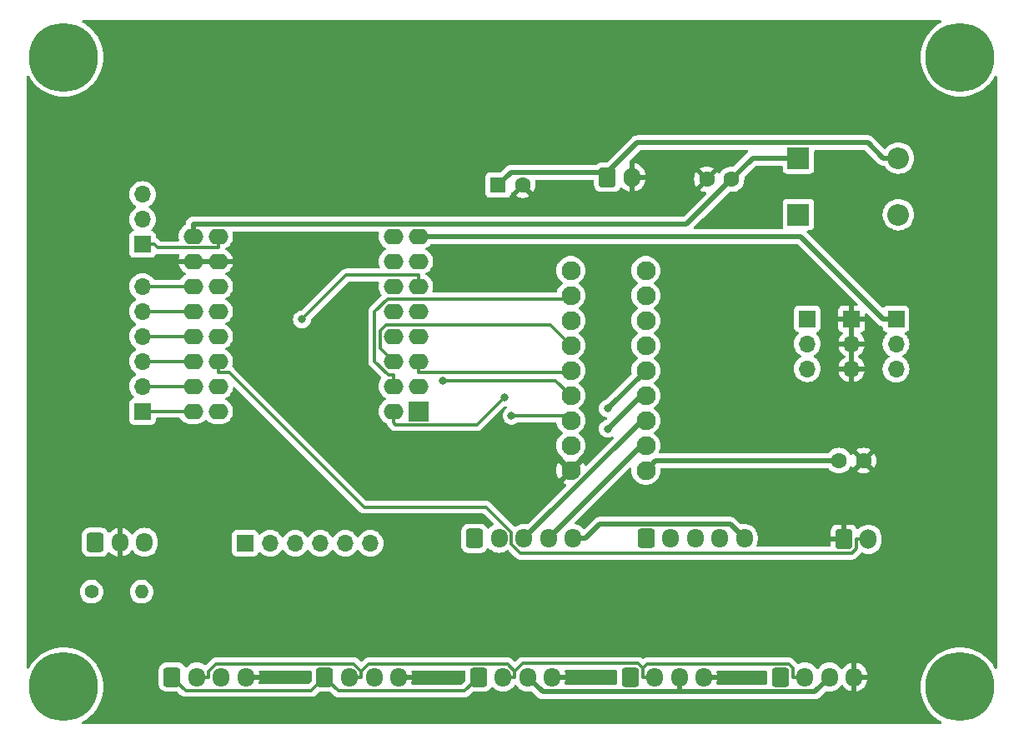
<source format=gbr>
%TF.GenerationSoftware,KiCad,Pcbnew,7.0.8*%
%TF.CreationDate,2024-02-29T15:37:24+01:00*%
%TF.ProjectId,COXY-V2,434f5859-2d56-4322-9e6b-696361645f70,rev?*%
%TF.SameCoordinates,Original*%
%TF.FileFunction,Copper,L1,Top*%
%TF.FilePolarity,Positive*%
%FSLAX46Y46*%
G04 Gerber Fmt 4.6, Leading zero omitted, Abs format (unit mm)*
G04 Created by KiCad (PCBNEW 7.0.8) date 2024-02-29 15:37:24*
%MOMM*%
%LPD*%
G01*
G04 APERTURE LIST*
G04 Aperture macros list*
%AMRoundRect*
0 Rectangle with rounded corners*
0 $1 Rounding radius*
0 $2 $3 $4 $5 $6 $7 $8 $9 X,Y pos of 4 corners*
0 Add a 4 corners polygon primitive as box body*
4,1,4,$2,$3,$4,$5,$6,$7,$8,$9,$2,$3,0*
0 Add four circle primitives for the rounded corners*
1,1,$1+$1,$2,$3*
1,1,$1+$1,$4,$5*
1,1,$1+$1,$6,$7*
1,1,$1+$1,$8,$9*
0 Add four rect primitives between the rounded corners*
20,1,$1+$1,$2,$3,$4,$5,0*
20,1,$1+$1,$4,$5,$6,$7,0*
20,1,$1+$1,$6,$7,$8,$9,0*
20,1,$1+$1,$8,$9,$2,$3,0*%
G04 Aperture macros list end*
%TA.AperFunction,ComponentPad*%
%ADD10C,1.930400*%
%TD*%
%TA.AperFunction,ComponentPad*%
%ADD11O,2.000000X1.600000*%
%TD*%
%TA.AperFunction,ComponentPad*%
%ADD12R,2.000000X2.000000*%
%TD*%
%TA.AperFunction,ComponentPad*%
%ADD13O,1.400000X1.400000*%
%TD*%
%TA.AperFunction,ComponentPad*%
%ADD14C,1.400000*%
%TD*%
%TA.AperFunction,ComponentPad*%
%ADD15RoundRect,0.250000X-0.600000X-0.750000X0.600000X-0.750000X0.600000X0.750000X-0.600000X0.750000X0*%
%TD*%
%TA.AperFunction,ComponentPad*%
%ADD16O,1.700000X2.000000*%
%TD*%
%TA.AperFunction,ComponentPad*%
%ADD17O,1.700000X1.950000*%
%TD*%
%TA.AperFunction,ComponentPad*%
%ADD18RoundRect,0.250000X-0.600000X-0.725000X0.600000X-0.725000X0.600000X0.725000X-0.600000X0.725000X0*%
%TD*%
%TA.AperFunction,ComponentPad*%
%ADD19O,1.700000X1.700000*%
%TD*%
%TA.AperFunction,ComponentPad*%
%ADD20R,1.700000X1.700000*%
%TD*%
%TA.AperFunction,ComponentPad*%
%ADD21C,1.600000*%
%TD*%
%TA.AperFunction,ComponentPad*%
%ADD22R,1.600000X1.600000*%
%TD*%
%TA.AperFunction,ComponentPad*%
%ADD23C,7.000000*%
%TD*%
%TA.AperFunction,ComponentPad*%
%ADD24O,2.200000X2.200000*%
%TD*%
%TA.AperFunction,ComponentPad*%
%ADD25R,2.200000X2.200000*%
%TD*%
%TA.AperFunction,ViaPad*%
%ADD26C,0.800000*%
%TD*%
%TA.AperFunction,Conductor*%
%ADD27C,0.300000*%
%TD*%
%TA.AperFunction,Conductor*%
%ADD28C,0.500000*%
%TD*%
G04 APERTURE END LIST*
D10*
%TO.P,U1,18,O1*%
%TO.N,ULNOUT1*%
X163100000Y-53680000D03*
%TO.P,U1,17,O2*%
%TO.N,ULNOUT2*%
X163100000Y-56220000D03*
%TO.P,U1,16,O3*%
%TO.N,ULNOUT3*%
X163100000Y-58760000D03*
%TO.P,U1,15,O4*%
%TO.N,ULNOUT4*%
X163100000Y-61300000D03*
%TO.P,U1,14,O5*%
%TO.N,ULNOUT5*%
X163100000Y-63840000D03*
%TO.P,U1,13,O6*%
%TO.N,ULNOUT6*%
X163100000Y-66380000D03*
%TO.P,U1,12,O7*%
%TO.N,ULNOUT7*%
X163100000Y-68920000D03*
%TO.P,U1,11,O8*%
%TO.N,ULNOUT8*%
X163100000Y-71460000D03*
%TO.P,U1,10,COM*%
%TO.N,VBUS2*%
X163100000Y-74000000D03*
%TO.P,U1,9,GND*%
%TO.N,GND*%
X155480000Y-74000000D03*
%TO.P,U1,8,I8*%
%TO.N,IO8*%
X155480000Y-71460000D03*
%TO.P,U1,7,I7*%
%TO.N,IO7*%
X155480000Y-68920000D03*
%TO.P,U1,6,I6*%
%TO.N,IO6*%
X155480000Y-66380000D03*
%TO.P,U1,5,I5*%
%TO.N,IO5*%
X155480000Y-63840000D03*
%TO.P,U1,4,I4*%
%TO.N,IO4*%
X155480000Y-61300000D03*
%TO.P,U1,3,I3*%
%TO.N,IO3*%
X155480000Y-58760000D03*
%TO.P,U1,2,I2*%
%TO.N,IO2*%
X155480000Y-56220000D03*
%TO.P,U1,1,I1*%
%TO.N,IO1*%
X155480000Y-53680000D03*
%TD*%
D11*
%TO.P,S2-Mini-ESP32,32,GPIO15*%
%TO.N,IO15*%
X119680000Y-50220000D03*
%TO.P,S2-Mini-ESP32,31,GND*%
%TO.N,GND*%
X119680000Y-52760000D03*
%TO.P,S2-Mini-ESP32,30,GPIO17*%
%TO.N,DSPIN*%
X119680000Y-55300000D03*
%TO.P,S2-Mini-ESP32,29,GPIO21*%
%TO.N,SDA*%
X119680000Y-57840000D03*
%TO.P,S2-Mini-ESP32,28,GPIO34*%
%TO.N,SCL*%
X119680000Y-60380000D03*
%TO.P,S2-Mini-ESP32,27,GPIO36*%
%TO.N,ENDSW*%
X119680000Y-62920000D03*
%TO.P,S2-Mini-ESP32,26,GPIO38*%
%TO.N,IO38*%
X119680000Y-65460000D03*
%TO.P,S2-Mini-ESP32,25,GPIO40*%
%TO.N,IO40*%
X119680000Y-68000000D03*
%TO.P,S2-Mini-ESP32,24,VBUS*%
%TO.N,VBUS1*%
X117140000Y-50220000D03*
%TO.P,S2-Mini-ESP32,23,GND*%
%TO.N,GND*%
X117140000Y-52760000D03*
%TO.P,S2-Mini-ESP32,22,GPIO16*%
%TO.N,IO16*%
X117140000Y-55300000D03*
%TO.P,S2-Mini-ESP32,21,GPIO18*%
%TO.N,IO18*%
X117140000Y-57840000D03*
%TO.P,S2-Mini-ESP32,20,GPIO33*%
%TO.N,IO33*%
X117140000Y-60380000D03*
%TO.P,S2-Mini-ESP32,19,GPIO35*%
%TO.N,IO35*%
X117140000Y-62920000D03*
%TO.P,S2-Mini-ESP32,18,GPIO37*%
%TO.N,IO37*%
X117140000Y-65460000D03*
%TO.P,S2-Mini-ESP32,17,GPIO39*%
%TO.N,IO39*%
X117140000Y-68000000D03*
%TO.P,S2-Mini-ESP32,16,GPIO14*%
%TO.N,IO14*%
X137460000Y-50220000D03*
%TO.P,S2-Mini-ESP32,15,GPIO13*%
%TO.N,IO13*%
X137460000Y-52760000D03*
%TO.P,S2-Mini-ESP32,14,GPIO10*%
%TO.N,IO10*%
X137460000Y-55300000D03*
%TO.P,S2-Mini-ESP32,13,GPIO8*%
%TO.N,IO8*%
X137460000Y-57840000D03*
%TO.P,S2-Mini-ESP32,12,GPIO6*%
%TO.N,IO6*%
X137460000Y-60380000D03*
%TO.P,S2-Mini-ESP32,11,GPIO4*%
%TO.N,IO4*%
X137460000Y-62920000D03*
%TO.P,S2-Mini-ESP32,10,GPIO2*%
%TO.N,IO2*%
X137460000Y-65460000D03*
%TO.P,S2-Mini-ESP32,9,GPIO1*%
%TO.N,IO1*%
X137460000Y-68000000D03*
%TO.P,S2-Mini-ESP32,8,3_3V*%
%TO.N,VBUS3_3*%
X140000000Y-50220000D03*
%TO.P,S2-Mini-ESP32,7,GPIO12*%
%TO.N,IO12*%
X140000000Y-52760000D03*
%TO.P,S2-Mini-ESP32,6,GPIO11*%
%TO.N,IO11*%
X140000000Y-55300000D03*
%TO.P,S2-Mini-ESP32,5,GPIO9*%
%TO.N,IO9*%
X140000000Y-57840000D03*
%TO.P,S2-Mini-ESP32,4,GPIO7*%
%TO.N,IO7*%
X140000000Y-60380000D03*
%TO.P,S2-Mini-ESP32,3,GPIO5*%
%TO.N,IO5*%
X140000000Y-62920000D03*
%TO.P,S2-Mini-ESP32,2,GPIO3*%
%TO.N,IO3*%
X140000000Y-65460000D03*
D12*
%TO.P,S2-Mini-ESP32,1,EN*%
%TO.N,unconnected-(S2-Mini-ESP1-EN-Pad1)*%
X140000000Y-68000000D03*
%TD*%
D13*
%TO.P,R1,2*%
%TO.N,VBUS3_3*%
X111900000Y-86320000D03*
D14*
%TO.P,R1,1*%
%TO.N,DSPIN*%
X106820000Y-86320000D03*
%TD*%
D15*
%TO.P,POWER,1,Pin_1*%
%TO.N,+5V*%
X159200000Y-44200000D03*
D16*
%TO.P,POWER,2,Pin_2*%
%TO.N,GND*%
X161700000Y-44200000D03*
%TD*%
D17*
%TO.P,M2,5,Pin_5*%
%TO.N,VBUS2*%
X155700000Y-80900000D03*
%TO.P,M2,4,Pin_4*%
%TO.N,ULNOUT8*%
X153200000Y-80900000D03*
%TO.P,M2,3,Pin_3*%
%TO.N,ULNOUT7*%
X150700000Y-80900000D03*
%TO.P,M2,2,Pin_2*%
%TO.N,ULNOUT6*%
X148200000Y-80900000D03*
D18*
%TO.P,M2,1,Pin_1*%
%TO.N,ULNOUT5*%
X145700000Y-80900000D03*
%TD*%
D17*
%TO.P,M1,5,Pin_5*%
%TO.N,VBUS2*%
X173100000Y-80900000D03*
%TO.P,M1,4,Pin_4*%
%TO.N,ULNOUT4*%
X170600000Y-80900000D03*
%TO.P,M1,3,Pin_3*%
%TO.N,ULNOUT3*%
X168100000Y-80900000D03*
%TO.P,M1,2,Pin_2*%
%TO.N,ULNOUT2*%
X165600000Y-80900000D03*
D18*
%TO.P,M1,1,Pin_1*%
%TO.N,ULNOUT1*%
X163100000Y-80900000D03*
%TD*%
D19*
%TO.P,GND,3,Pin_3*%
%TO.N,GND*%
X184000000Y-63680000D03*
%TO.P,GND,2,Pin_2*%
X184000000Y-61140000D03*
D20*
%TO.P,GND,1,Pin_1*%
X184000000Y-58600000D03*
%TD*%
D16*
%TO.P,END_SW,2,Pin_2*%
%TO.N,ENDSW*%
X185700000Y-81000000D03*
D15*
%TO.P,END_SW,1,Pin_1*%
%TO.N,GND*%
X183200000Y-81000000D03*
%TD*%
D17*
%TO.P,DS18D1,3,Pin_3*%
%TO.N,VBUS3_3*%
X112200000Y-81300000D03*
%TO.P,DS18D1,2,Pin_2*%
%TO.N,GND*%
X109700000Y-81300000D03*
D18*
%TO.P,DS18D1,1,Pin_1*%
%TO.N,DSPIN*%
X107200000Y-81300000D03*
%TD*%
D21*
%TO.P,C3 0.1uF,2*%
%TO.N,GND*%
X185200000Y-73000000D03*
%TO.P,C3 0.1uF,1*%
%TO.N,VBUS2*%
X182700000Y-73000000D03*
%TD*%
%TO.P,C1 10uF,2*%
%TO.N,GND*%
X150600000Y-45000000D03*
D22*
%TO.P,C1 10uF,1*%
%TO.N,+5V*%
X148100000Y-45000000D03*
%TD*%
D21*
%TO.P,C2 0.1uF,2*%
%TO.N,VBUS1*%
X171800000Y-44400000D03*
%TO.P,C2 0.1uF,1*%
%TO.N,GND*%
X169300000Y-44400000D03*
%TD*%
D19*
%TO.P,15 38 40,3,Pin_3*%
%TO.N,IO40*%
X112000000Y-45945000D03*
%TO.P,15 38 40,2,Pin_2*%
%TO.N,IO38*%
X112000000Y-48485000D03*
D20*
%TO.P,15 38 40,1,Pin_1*%
%TO.N,IO15*%
X112000000Y-51025000D03*
%TD*%
D19*
%TO.P,9 10 11 12 13 14,6,Pin_6*%
%TO.N,IO14*%
X135120000Y-81400000D03*
%TO.P,9 10 11 12 13 14,5,Pin_5*%
%TO.N,IO13*%
X132580000Y-81400000D03*
%TO.P,9 10 11 12 13 14,4,Pin_4*%
%TO.N,IO12*%
X130040000Y-81400000D03*
%TO.P,9 10 11 12 13 14,3,Pin_3*%
%TO.N,IO11*%
X127500000Y-81400000D03*
%TO.P,9 10 11 12 13 14,2,Pin_2*%
%TO.N,IO10*%
X124960000Y-81400000D03*
D20*
%TO.P,9 10 11 12 13 14,1,Pin_1*%
%TO.N,IO9*%
X122420000Y-81400000D03*
%TD*%
D19*
%TO.P,39 37 35 33 18 16,6,Pin_6*%
%TO.N,IO16*%
X112000000Y-55300000D03*
%TO.P,39 37 35 33 18 16,5,Pin_5*%
%TO.N,IO18*%
X112000000Y-57840000D03*
%TO.P,39 37 35 33 18 16,4,Pin_4*%
%TO.N,IO33*%
X112000000Y-60380000D03*
%TO.P,39 37 35 33 18 16,3,Pin_3*%
%TO.N,IO35*%
X112000000Y-62920000D03*
%TO.P,39 37 35 33 18 16,2,Pin_2*%
%TO.N,IO37*%
X112000000Y-65460000D03*
D20*
%TO.P,39 37 35 33 18 16,1,Pin_1*%
%TO.N,IO39*%
X112000000Y-68000000D03*
%TD*%
D19*
%TO.P,5V,3,Pin_3*%
%TO.N,VBUS2*%
X179500000Y-63665000D03*
%TO.P,5V,2,Pin_2*%
X179500000Y-61125000D03*
D20*
%TO.P,5V,1,Pin_1*%
X179500000Y-58585000D03*
%TD*%
D19*
%TO.P,3_3V,3,Pin_3*%
%TO.N,VBUS3_3*%
X188500000Y-63680000D03*
%TO.P,3_3V,2,Pin_2*%
X188500000Y-61140000D03*
D20*
%TO.P,3_3V,1,Pin_1*%
X188500000Y-58600000D03*
%TD*%
D17*
%TO.P,I2C_1,4,Pin_4*%
%TO.N,GND*%
X122500000Y-95000000D03*
%TO.P,I2C_1,3,Pin_3*%
%TO.N,VBUS1*%
X120000000Y-95000000D03*
%TO.P,I2C_1,2,Pin_2*%
%TO.N,SCL*%
X117500000Y-95000000D03*
D18*
%TO.P,I2C_1,1,Pin_1*%
%TO.N,SDA*%
X115000000Y-95000000D03*
%TD*%
D23*
%TO.P,H2,1*%
%TO.N,N/C*%
X195000000Y-32000000D03*
%TD*%
D17*
%TO.P,I2C_5,4,Pin_4*%
%TO.N,GND*%
X184250000Y-95000000D03*
%TO.P,I2C_5,3,Pin_3*%
%TO.N,VBUS1*%
X181750000Y-95000000D03*
%TO.P,I2C_5,2,Pin_2*%
%TO.N,SCL*%
X179250000Y-95000000D03*
D18*
%TO.P,I2C_5,1,Pin_1*%
%TO.N,SDA*%
X176750000Y-95000000D03*
%TD*%
D23*
%TO.P,H3,1*%
%TO.N,N/C*%
X104000000Y-96000000D03*
%TD*%
%TO.P,H1,1*%
%TO.N,N/C*%
X104000000Y-32000000D03*
%TD*%
D17*
%TO.P,I2C_2,4,Pin_4*%
%TO.N,GND*%
X138000000Y-95000000D03*
%TO.P,I2C_2,3,Pin_3*%
%TO.N,VBUS1*%
X135500000Y-95000000D03*
%TO.P,I2C_2,2,Pin_2*%
%TO.N,SCL*%
X133000000Y-95000000D03*
D18*
%TO.P,I2C_2,1,Pin_1*%
%TO.N,SDA*%
X130500000Y-95000000D03*
%TD*%
D17*
%TO.P,I2C_4,4,Pin_4*%
%TO.N,GND*%
X169000000Y-95000000D03*
%TO.P,I2C_4,3,Pin_3*%
%TO.N,VBUS1*%
X166500000Y-95000000D03*
%TO.P,I2C_4,2,Pin_2*%
%TO.N,SCL*%
X164000000Y-95000000D03*
D18*
%TO.P,I2C_4,1,Pin_1*%
%TO.N,SDA*%
X161500000Y-95000000D03*
%TD*%
D24*
%TO.P,D2,2,A*%
%TO.N,+5V*%
X188750000Y-48000000D03*
D25*
%TO.P,D2,1,K*%
%TO.N,VBUS2*%
X178590000Y-48000000D03*
%TD*%
D23*
%TO.P,H4,1*%
%TO.N,N/C*%
X195000000Y-96000000D03*
%TD*%
D24*
%TO.P,D1,2,A*%
%TO.N,+5V*%
X188750000Y-42250000D03*
D25*
%TO.P,D1,1,K*%
%TO.N,VBUS1*%
X178590000Y-42250000D03*
%TD*%
D17*
%TO.P,I2C_3,4,Pin_4*%
%TO.N,GND*%
X153600000Y-95000000D03*
%TO.P,I2C_3,3,Pin_3*%
%TO.N,VBUS1*%
X151100000Y-95000000D03*
%TO.P,I2C_3,2,Pin_2*%
%TO.N,SCL*%
X148600000Y-95000000D03*
D18*
%TO.P,I2C_3,1,Pin_1*%
%TO.N,SDA*%
X146100000Y-95000000D03*
%TD*%
D26*
%TO.N,GND*%
X138100000Y-92100000D03*
X125400000Y-92000000D03*
X153600000Y-98700000D03*
X169200000Y-92200000D03*
%TO.N,IO6*%
X142488700Y-64846200D03*
%TO.N,IO1*%
X148722300Y-66578200D03*
%TO.N,IO7*%
X149460500Y-68450900D03*
%TO.N,ULNOUT6*%
X159240200Y-69757700D03*
%TO.N,ULNOUT5*%
X159240200Y-67699800D03*
%TO.N,IO11*%
X128177900Y-58661600D03*
%TD*%
D27*
%TO.N,IO4*%
X136091200Y-59818700D02*
X136711300Y-59198600D01*
%TO.N,IO2*%
X135560900Y-57890300D02*
X136881200Y-56570000D01*
X137460000Y-64308100D02*
X136956000Y-64308100D01*
%TO.N,IO1*%
X137460000Y-69151900D02*
X137660000Y-69351900D01*
%TO.N,IO15*%
X113201900Y-51025000D02*
X113548800Y-51371900D01*
%TO.N,SCL*%
X149801900Y-95000000D02*
X149801900Y-94399000D01*
X163213500Y-93672100D02*
X162798100Y-94087500D01*
X178048100Y-94098600D02*
X177621600Y-93672100D01*
X118701900Y-95000000D02*
X118701900Y-94399000D01*
X134201900Y-95000000D02*
X134201900Y-94399000D01*
%TO.N,SDA*%
X130500000Y-95000000D02*
X129135700Y-96364300D01*
%TO.N,ENDSW*%
X184023300Y-82399800D02*
X184498100Y-81925000D01*
X149450000Y-80295300D02*
X149450000Y-81502200D01*
X119680000Y-64071900D02*
X120831900Y-64071900D01*
%TO.N,IO6*%
X153946200Y-64846200D02*
X142488700Y-64846200D01*
X155480000Y-66380000D02*
X153946200Y-64846200D01*
%TO.N,IO4*%
X153378600Y-59198600D02*
X155480000Y-61300000D01*
X136711300Y-59198600D02*
X153378600Y-59198600D01*
X136091200Y-61551200D02*
X136091200Y-59818700D01*
X137460000Y-62920000D02*
X136091200Y-61551200D01*
%TO.N,IO2*%
X155130000Y-56570000D02*
X155480000Y-56220000D01*
X136881200Y-56570000D02*
X155130000Y-56570000D01*
X135560900Y-62913000D02*
X135560900Y-57890300D01*
X136956000Y-64308100D02*
X135560900Y-62913000D01*
X137460000Y-65460000D02*
X137460000Y-64308100D01*
%TO.N,IO1*%
X137460000Y-68000000D02*
X137460000Y-69151900D01*
X145948600Y-69351900D02*
X148722300Y-66578200D01*
X137660000Y-69351900D02*
X145948600Y-69351900D01*
%TO.N,IO7*%
X155010900Y-68450900D02*
X149460500Y-68450900D01*
X155480000Y-68920000D02*
X155010900Y-68450900D01*
%TO.N,IO5*%
X155248100Y-64071900D02*
X140000000Y-64071900D01*
X155480000Y-63840000D02*
X155248100Y-64071900D01*
X140000000Y-62920000D02*
X140000000Y-64071900D01*
D28*
%TO.N,ULNOUT8*%
X162640000Y-71460000D02*
X163100000Y-71460000D01*
X153200000Y-80900000D02*
X162640000Y-71460000D01*
%TO.N,ULNOUT7*%
X162680000Y-68920000D02*
X163100000Y-68920000D01*
X150700000Y-80900000D02*
X162680000Y-68920000D01*
%TO.N,ULNOUT6*%
X162617900Y-66380000D02*
X163100000Y-66380000D01*
X159240200Y-69757700D02*
X162617900Y-66380000D01*
%TO.N,ULNOUT5*%
X159240200Y-67699800D02*
X163100000Y-63840000D01*
D27*
%TO.N,IO15*%
X113548800Y-51371900D02*
X119680000Y-51371900D01*
X112000000Y-51025000D02*
X113201900Y-51025000D01*
X119680000Y-50220000D02*
X119680000Y-51371900D01*
%TO.N,IO11*%
X132691400Y-54148100D02*
X128177900Y-58661600D01*
X140000000Y-54148100D02*
X132691400Y-54148100D01*
X140000000Y-55300000D02*
X140000000Y-54148100D01*
%TO.N,IO16*%
X112000000Y-55300000D02*
X117140000Y-55300000D01*
%TO.N,IO18*%
X112000000Y-57840000D02*
X117140000Y-57840000D01*
%TO.N,IO33*%
X112000000Y-60380000D02*
X117140000Y-60380000D01*
%TO.N,IO35*%
X112000000Y-62920000D02*
X117140000Y-62920000D01*
%TO.N,IO37*%
X112000000Y-65460000D02*
X117140000Y-65460000D01*
%TO.N,IO39*%
X112000000Y-68000000D02*
X117140000Y-68000000D01*
D28*
%TO.N,VBUS3_3*%
X178818100Y-50220000D02*
X140000000Y-50220000D01*
X187198100Y-58600000D02*
X178818100Y-50220000D01*
X188500000Y-58600000D02*
X187198100Y-58600000D01*
D27*
%TO.N,SCL*%
X148600000Y-95000000D02*
X149801900Y-95000000D01*
X164000000Y-95000000D02*
X162798100Y-95000000D01*
X133000000Y-95000000D02*
X134201900Y-95000000D01*
X177621600Y-93672100D02*
X163213500Y-93672100D01*
X178048100Y-95000000D02*
X178048100Y-94098600D01*
X162327800Y-93617200D02*
X162798100Y-94087500D01*
X150583700Y-93617200D02*
X162327800Y-93617200D01*
X149801900Y-94399000D02*
X150583700Y-93617200D01*
X162798100Y-94087500D02*
X162798100Y-95000000D01*
X179250000Y-95000000D02*
X178048100Y-95000000D01*
X117500000Y-95000000D02*
X118701900Y-95000000D01*
X133464400Y-93661500D02*
X134201900Y-94399000D01*
X119439400Y-93661500D02*
X133464400Y-93661500D01*
X118701900Y-94399000D02*
X119439400Y-93661500D01*
X149064400Y-93661500D02*
X149801900Y-94399000D01*
X134939400Y-93661500D02*
X149064400Y-93661500D01*
X134201900Y-94399000D02*
X134939400Y-93661500D01*
%TO.N,SDA*%
X116364300Y-96364300D02*
X115000000Y-95000000D01*
X129135700Y-96364300D02*
X116364300Y-96364300D01*
X131904000Y-96404000D02*
X130500000Y-95000000D01*
X144696000Y-96404000D02*
X131904000Y-96404000D01*
X146100000Y-95000000D02*
X144696000Y-96404000D01*
%TO.N,ENDSW*%
X184498100Y-81925000D02*
X184498100Y-81000000D01*
X150347600Y-82399800D02*
X184023300Y-82399800D01*
X149450000Y-81502200D02*
X150347600Y-82399800D01*
X146892800Y-77738100D02*
X149450000Y-80295300D01*
X134498100Y-77738100D02*
X146892800Y-77738100D01*
X120831900Y-64071900D02*
X134498100Y-77738100D01*
X119680000Y-62920000D02*
X119680000Y-64071900D01*
X185700000Y-81000000D02*
X184498100Y-81000000D01*
D28*
%TO.N,VBUS2*%
X164100000Y-73000000D02*
X163100000Y-74000000D01*
X182700000Y-73000000D02*
X164100000Y-73000000D01*
X171672100Y-79472100D02*
X173100000Y-80900000D01*
X158429800Y-79472100D02*
X171672100Y-79472100D01*
X157001900Y-80900000D02*
X158429800Y-79472100D01*
X155700000Y-80900000D02*
X157001900Y-80900000D01*
%TO.N,VBUS1*%
X173950000Y-42250000D02*
X171800000Y-44400000D01*
X178590000Y-42250000D02*
X173950000Y-42250000D01*
X166500000Y-96504600D02*
X166500000Y-95000000D01*
X152604600Y-96504600D02*
X166500000Y-96504600D01*
X151100000Y-95000000D02*
X152604600Y-96504600D01*
X180245400Y-96504600D02*
X181750000Y-95000000D01*
X166500000Y-96504600D02*
X180245400Y-96504600D01*
X167231900Y-48968100D02*
X171800000Y-44400000D01*
X117140000Y-48968100D02*
X167231900Y-48968100D01*
X117140000Y-50220000D02*
X117140000Y-48968100D01*
%TO.N,+5V*%
X188750000Y-42250000D02*
X187198100Y-42250000D01*
X149384400Y-43715600D02*
X148100000Y-45000000D01*
X159200000Y-43715600D02*
X149384400Y-43715600D01*
X159200000Y-44200000D02*
X159200000Y-43715600D01*
X185646200Y-40698100D02*
X187198100Y-42250000D01*
X162217500Y-40698100D02*
X185646200Y-40698100D01*
X159200000Y-43715600D02*
X162217500Y-40698100D01*
%TD*%
%TA.AperFunction,Conductor*%
%TO.N,GND*%
G36*
X160092539Y-94287385D02*
G01*
X160138294Y-94340189D01*
X160149500Y-94391700D01*
X160149501Y-95630100D01*
X160129816Y-95697139D01*
X160077013Y-95742894D01*
X160025501Y-95754100D01*
X154990245Y-95754100D01*
X154923206Y-95734415D01*
X154877451Y-95681611D01*
X154867507Y-95612453D01*
X154872197Y-95593765D01*
X154872030Y-95593721D01*
X154934567Y-95360326D01*
X154934569Y-95360316D01*
X154944221Y-95250000D01*
X154003969Y-95250000D01*
X154036519Y-95199351D01*
X154075000Y-95068295D01*
X154075000Y-94931705D01*
X154036519Y-94800649D01*
X154003969Y-94750000D01*
X154944221Y-94750000D01*
X154934569Y-94639683D01*
X154934567Y-94639673D01*
X154876723Y-94423793D01*
X154878386Y-94353943D01*
X154917549Y-94296081D01*
X154981777Y-94268577D01*
X154996498Y-94267700D01*
X160025500Y-94267700D01*
X160092539Y-94287385D01*
G37*
%TD.AperFunction*%
%TA.AperFunction,Conductor*%
G36*
X175342539Y-94342285D02*
G01*
X175388294Y-94395089D01*
X175399500Y-94446600D01*
X175399501Y-95630100D01*
X175379816Y-95697139D01*
X175327013Y-95742894D01*
X175275501Y-95754100D01*
X170390245Y-95754100D01*
X170323206Y-95734415D01*
X170277451Y-95681611D01*
X170267507Y-95612453D01*
X170272197Y-95593765D01*
X170272030Y-95593721D01*
X170334567Y-95360326D01*
X170334569Y-95360316D01*
X170344221Y-95250000D01*
X169403969Y-95250000D01*
X169436519Y-95199351D01*
X169475000Y-95068295D01*
X169475000Y-94931705D01*
X169436519Y-94800649D01*
X169403969Y-94750000D01*
X170344221Y-94750000D01*
X170334569Y-94639683D01*
X170334567Y-94639673D01*
X170291433Y-94478693D01*
X170293096Y-94408844D01*
X170332259Y-94350981D01*
X170396487Y-94323477D01*
X170411208Y-94322600D01*
X175275500Y-94322600D01*
X175342539Y-94342285D01*
G37*
%TD.AperFunction*%
%TA.AperFunction,Conductor*%
G36*
X144692539Y-94331685D02*
G01*
X144738294Y-94384489D01*
X144749500Y-94436000D01*
X144749500Y-95379191D01*
X144729815Y-95446230D01*
X144713181Y-95466872D01*
X144462873Y-95717181D01*
X144401550Y-95750666D01*
X144375192Y-95753500D01*
X139390463Y-95753500D01*
X139323424Y-95733815D01*
X139277669Y-95681011D01*
X139267725Y-95611853D01*
X139272261Y-95593783D01*
X139272030Y-95593721D01*
X139334567Y-95360326D01*
X139334569Y-95360316D01*
X139344221Y-95250000D01*
X138403969Y-95250000D01*
X138436519Y-95199351D01*
X138475000Y-95068295D01*
X138475000Y-94931705D01*
X138436519Y-94800649D01*
X138403969Y-94750000D01*
X139344221Y-94750000D01*
X139334569Y-94639683D01*
X139334567Y-94639673D01*
X139288593Y-94468093D01*
X139290256Y-94398243D01*
X139329419Y-94340381D01*
X139393647Y-94312877D01*
X139408368Y-94312000D01*
X144625500Y-94312000D01*
X144692539Y-94331685D01*
G37*
%TD.AperFunction*%
%TA.AperFunction,Conductor*%
G36*
X129092539Y-94331685D02*
G01*
X129138294Y-94384489D01*
X129149500Y-94436000D01*
X129149500Y-95379191D01*
X129129815Y-95446230D01*
X129113181Y-95466872D01*
X128902573Y-95677481D01*
X128841250Y-95710966D01*
X128814892Y-95713800D01*
X123901455Y-95713800D01*
X123834416Y-95694115D01*
X123788661Y-95641311D01*
X123778717Y-95572153D01*
X123781680Y-95557707D01*
X123834567Y-95360326D01*
X123834569Y-95360316D01*
X123844221Y-95250000D01*
X122903969Y-95250000D01*
X122936519Y-95199351D01*
X122975000Y-95068295D01*
X122975000Y-94931705D01*
X122936519Y-94800649D01*
X122903969Y-94750000D01*
X123844221Y-94750000D01*
X123834569Y-94639683D01*
X123834567Y-94639673D01*
X123788593Y-94468093D01*
X123790256Y-94398243D01*
X123829419Y-94340381D01*
X123893647Y-94312877D01*
X123908368Y-94312000D01*
X129025500Y-94312000D01*
X129092539Y-94331685D01*
G37*
%TD.AperFunction*%
%TA.AperFunction,Conductor*%
G36*
X135953411Y-49738285D02*
G01*
X135999166Y-49791089D01*
X136009110Y-49860247D01*
X136006147Y-49874693D01*
X135974366Y-49993302D01*
X135974364Y-49993313D01*
X135954532Y-50219998D01*
X135954532Y-50220001D01*
X135974364Y-50446686D01*
X135974366Y-50446697D01*
X136033258Y-50666488D01*
X136033261Y-50666497D01*
X136129431Y-50872732D01*
X136129432Y-50872734D01*
X136259954Y-51059141D01*
X136420858Y-51220045D01*
X136420861Y-51220047D01*
X136607266Y-51350568D01*
X136665275Y-51377618D01*
X136717714Y-51423791D01*
X136736866Y-51490984D01*
X136716650Y-51557865D01*
X136665275Y-51602382D01*
X136607267Y-51629431D01*
X136607265Y-51629432D01*
X136420858Y-51759954D01*
X136259954Y-51920858D01*
X136129432Y-52107265D01*
X136129431Y-52107267D01*
X136033261Y-52313502D01*
X136033258Y-52313511D01*
X135974366Y-52533302D01*
X135974364Y-52533313D01*
X135954532Y-52759998D01*
X135954532Y-52760001D01*
X135974364Y-52986686D01*
X135974366Y-52986697D01*
X136033258Y-53206488D01*
X136033261Y-53206496D01*
X136086747Y-53321196D01*
X136097239Y-53390272D01*
X136068720Y-53454056D01*
X136010243Y-53492296D01*
X135974365Y-53497600D01*
X132776905Y-53497600D01*
X132760894Y-53495832D01*
X132760872Y-53496074D01*
X132753105Y-53495340D01*
X132753104Y-53495340D01*
X132681197Y-53497600D01*
X132650475Y-53497600D01*
X132650471Y-53497600D01*
X132650461Y-53497601D01*
X132643193Y-53498519D01*
X132637376Y-53498976D01*
X132588836Y-53500502D01*
X132588825Y-53500504D01*
X132568449Y-53506423D01*
X132549408Y-53510366D01*
X132528353Y-53513026D01*
X132528337Y-53513030D01*
X132483171Y-53530912D01*
X132477644Y-53532804D01*
X132430999Y-53546356D01*
X132412727Y-53557162D01*
X132395261Y-53565719D01*
X132375528Y-53573532D01*
X132336230Y-53602083D01*
X132331353Y-53605286D01*
X132317681Y-53613372D01*
X132289532Y-53630020D01*
X132274526Y-53645026D01*
X132259736Y-53657658D01*
X132242567Y-53670132D01*
X132242565Y-53670134D01*
X132211594Y-53707570D01*
X132207662Y-53711891D01*
X128194773Y-57724781D01*
X128133450Y-57758266D01*
X128107092Y-57761100D01*
X128083254Y-57761100D01*
X128050797Y-57767998D01*
X127898097Y-57800455D01*
X127898092Y-57800457D01*
X127725170Y-57877448D01*
X127725165Y-57877451D01*
X127572029Y-57988711D01*
X127445366Y-58129385D01*
X127350721Y-58293315D01*
X127350718Y-58293322D01*
X127313960Y-58406453D01*
X127292226Y-58473344D01*
X127272440Y-58661600D01*
X127292226Y-58849856D01*
X127292227Y-58849859D01*
X127350718Y-59029877D01*
X127350721Y-59029884D01*
X127445367Y-59193816D01*
X127495444Y-59249432D01*
X127572029Y-59334488D01*
X127725165Y-59445748D01*
X127725170Y-59445751D01*
X127898092Y-59522742D01*
X127898097Y-59522744D01*
X128083254Y-59562100D01*
X128083255Y-59562100D01*
X128272544Y-59562100D01*
X128272546Y-59562100D01*
X128457703Y-59522744D01*
X128630630Y-59445751D01*
X128783771Y-59334488D01*
X128910433Y-59193816D01*
X129005079Y-59029884D01*
X129063574Y-58849856D01*
X129077068Y-58721455D01*
X129103652Y-58656842D01*
X129112699Y-58646745D01*
X132924527Y-54834919D01*
X132985850Y-54801434D01*
X133012208Y-54798600D01*
X135886372Y-54798600D01*
X135953411Y-54818285D01*
X135999166Y-54871089D01*
X136009110Y-54940247D01*
X136006147Y-54954693D01*
X135974366Y-55073302D01*
X135974364Y-55073313D01*
X135954532Y-55299998D01*
X135954532Y-55300001D01*
X135974364Y-55526686D01*
X135974366Y-55526697D01*
X136033258Y-55746488D01*
X136033261Y-55746497D01*
X136129431Y-55952732D01*
X136129432Y-55952734D01*
X136254702Y-56131641D01*
X136277030Y-56197848D01*
X136260018Y-56265615D01*
X136240808Y-56290445D01*
X135161384Y-57369868D01*
X135148810Y-57379943D01*
X135148965Y-57380130D01*
X135142959Y-57385098D01*
X135118334Y-57411321D01*
X135093709Y-57437544D01*
X135082849Y-57448404D01*
X135071988Y-57459265D01*
X135071978Y-57459277D01*
X135067487Y-57465065D01*
X135063701Y-57469497D01*
X135030452Y-57504906D01*
X135020222Y-57523513D01*
X135009546Y-57539764D01*
X134996540Y-57556532D01*
X134996536Y-57556538D01*
X134977248Y-57601111D01*
X134974677Y-57606358D01*
X134951272Y-57648930D01*
X134951272Y-57648931D01*
X134945991Y-57669499D01*
X134939691Y-57687901D01*
X134931264Y-57707373D01*
X134923666Y-57755347D01*
X134922481Y-57761070D01*
X134910400Y-57808118D01*
X134910400Y-57829344D01*
X134908873Y-57848744D01*
X134905553Y-57869703D01*
X134910125Y-57918067D01*
X134910400Y-57923906D01*
X134910400Y-62827494D01*
X134908632Y-62843505D01*
X134908874Y-62843528D01*
X134908140Y-62851294D01*
X134910400Y-62923203D01*
X134910400Y-62953920D01*
X134910401Y-62953940D01*
X134911318Y-62961206D01*
X134911776Y-62967024D01*
X134913302Y-63015567D01*
X134913303Y-63015570D01*
X134919223Y-63035948D01*
X134923168Y-63054996D01*
X134925828Y-63076054D01*
X134925831Y-63076064D01*
X134943713Y-63121230D01*
X134945605Y-63126758D01*
X134959154Y-63173395D01*
X134959155Y-63173397D01*
X134969960Y-63191666D01*
X134978517Y-63209134D01*
X134984126Y-63223300D01*
X134986332Y-63228872D01*
X135014883Y-63268170D01*
X135018088Y-63273049D01*
X135042819Y-63314865D01*
X135042823Y-63314869D01*
X135057825Y-63329871D01*
X135070463Y-63344669D01*
X135082933Y-63361833D01*
X135082936Y-63361836D01*
X135082937Y-63361837D01*
X135120376Y-63392809D01*
X135124676Y-63396722D01*
X135686447Y-63958493D01*
X136222976Y-64495022D01*
X136256461Y-64556345D01*
X136251477Y-64626037D01*
X136236871Y-64653825D01*
X136129432Y-64807266D01*
X136129430Y-64807269D01*
X136129430Y-64807270D01*
X136033261Y-65013502D01*
X136033258Y-65013511D01*
X135974366Y-65233302D01*
X135974364Y-65233313D01*
X135954532Y-65459998D01*
X135954532Y-65460001D01*
X135974364Y-65686686D01*
X135974366Y-65686697D01*
X136033258Y-65906488D01*
X136033261Y-65906497D01*
X136129431Y-66112732D01*
X136129432Y-66112734D01*
X136259954Y-66299141D01*
X136420858Y-66460045D01*
X136420861Y-66460047D01*
X136607266Y-66590568D01*
X136665275Y-66617618D01*
X136717714Y-66663791D01*
X136736866Y-66730984D01*
X136716650Y-66797865D01*
X136665275Y-66842382D01*
X136607267Y-66869431D01*
X136607265Y-66869432D01*
X136420858Y-66999954D01*
X136259954Y-67160858D01*
X136129432Y-67347265D01*
X136129431Y-67347267D01*
X136033261Y-67553502D01*
X136033258Y-67553511D01*
X135974366Y-67773302D01*
X135974364Y-67773313D01*
X135954532Y-67999998D01*
X135954532Y-68000001D01*
X135974364Y-68226686D01*
X135974366Y-68226697D01*
X136033258Y-68446488D01*
X136033261Y-68446497D01*
X136129431Y-68652732D01*
X136129432Y-68652734D01*
X136259954Y-68839141D01*
X136420858Y-69000045D01*
X136420861Y-69000047D01*
X136607266Y-69130568D01*
X136745355Y-69194960D01*
X136751763Y-69197948D01*
X136804202Y-69244120D01*
X136822380Y-69294784D01*
X136824929Y-69314958D01*
X136824930Y-69314961D01*
X136824931Y-69314964D01*
X136842813Y-69360130D01*
X136844705Y-69365658D01*
X136858254Y-69412295D01*
X136858255Y-69412297D01*
X136869060Y-69430566D01*
X136877617Y-69448034D01*
X136883226Y-69462200D01*
X136885432Y-69467772D01*
X136913983Y-69507070D01*
X136917188Y-69511949D01*
X136941919Y-69553765D01*
X136941923Y-69553769D01*
X136956925Y-69568771D01*
X136969563Y-69583569D01*
X136982033Y-69600733D01*
X136982036Y-69600736D01*
X136982037Y-69600737D01*
X137019476Y-69631709D01*
X137023776Y-69635622D01*
X137139564Y-69751410D01*
X137149635Y-69763980D01*
X137149822Y-69763826D01*
X137154796Y-69769837D01*
X137154798Y-69769840D01*
X137174253Y-69788109D01*
X137207243Y-69819090D01*
X137228966Y-69840812D01*
X137234758Y-69845305D01*
X137239198Y-69849098D01*
X137255260Y-69864180D01*
X137274607Y-69882348D01*
X137293198Y-69892568D01*
X137309463Y-69903252D01*
X137326234Y-69916261D01*
X137326237Y-69916263D01*
X137370827Y-69935558D01*
X137376056Y-69938120D01*
X137418632Y-69961527D01*
X137439193Y-69966805D01*
X137457597Y-69973107D01*
X137477074Y-69981536D01*
X137511392Y-69986971D01*
X137525054Y-69989135D01*
X137530764Y-69990317D01*
X137577823Y-70002400D01*
X137599045Y-70002400D01*
X137618442Y-70003926D01*
X137639405Y-70007247D01*
X137687772Y-70002674D01*
X137693609Y-70002400D01*
X145863095Y-70002400D01*
X145879105Y-70004167D01*
X145879128Y-70003926D01*
X145886889Y-70004658D01*
X145886896Y-70004660D01*
X145958803Y-70002400D01*
X145989525Y-70002400D01*
X145996790Y-70001481D01*
X146002616Y-70001022D01*
X146051169Y-69999497D01*
X146071556Y-69993573D01*
X146090596Y-69989631D01*
X146111658Y-69986971D01*
X146156835Y-69969083D01*
X146162335Y-69967200D01*
X146208998Y-69953644D01*
X146227265Y-69942839D01*
X146244736Y-69934280D01*
X146264471Y-69926468D01*
X146303777Y-69897910D01*
X146308643Y-69894713D01*
X146350465Y-69869981D01*
X146365470Y-69854975D01*
X146380268Y-69842336D01*
X146382366Y-69840812D01*
X146397437Y-69829863D01*
X146428409Y-69792422D01*
X146432313Y-69788131D01*
X148705427Y-67515019D01*
X148766750Y-67481534D01*
X148793108Y-67478700D01*
X148816944Y-67478700D01*
X148816946Y-67478700D01*
X148881925Y-67464888D01*
X148951588Y-67470203D01*
X149007322Y-67512340D01*
X149031428Y-67577920D01*
X149016252Y-67646121D01*
X148980589Y-67686496D01*
X148854627Y-67778013D01*
X148727966Y-67918685D01*
X148633321Y-68082615D01*
X148633318Y-68082622D01*
X148574827Y-68262640D01*
X148574826Y-68262644D01*
X148555040Y-68450900D01*
X148574826Y-68639156D01*
X148574827Y-68639159D01*
X148633318Y-68819177D01*
X148633321Y-68819184D01*
X148727967Y-68983116D01*
X148743212Y-69000047D01*
X148854629Y-69123788D01*
X149007765Y-69235048D01*
X149007770Y-69235051D01*
X149180692Y-69312042D01*
X149180697Y-69312044D01*
X149365854Y-69351400D01*
X149365855Y-69351400D01*
X149555144Y-69351400D01*
X149555146Y-69351400D01*
X149740303Y-69312044D01*
X149913230Y-69235051D01*
X150057039Y-69130568D01*
X150064590Y-69125082D01*
X150130396Y-69101602D01*
X150137475Y-69101400D01*
X153917458Y-69101400D01*
X153984497Y-69121085D01*
X154030252Y-69173889D01*
X154037664Y-69194960D01*
X154088965Y-69397543D01*
X154186537Y-69619986D01*
X154319390Y-69823334D01*
X154335480Y-69840812D01*
X154483906Y-70002046D01*
X154483909Y-70002048D01*
X154483912Y-70002051D01*
X154599667Y-70092147D01*
X154640480Y-70148857D01*
X154644155Y-70218630D01*
X154609523Y-70279313D01*
X154599667Y-70287853D01*
X154483912Y-70377948D01*
X154483909Y-70377951D01*
X154319390Y-70556665D01*
X154186537Y-70760013D01*
X154088965Y-70982456D01*
X154029335Y-71217930D01*
X154009277Y-71459994D01*
X154009277Y-71460005D01*
X154029335Y-71702069D01*
X154029335Y-71702072D01*
X154029336Y-71702073D01*
X154032449Y-71714365D01*
X154088965Y-71937543D01*
X154186537Y-72159986D01*
X154319390Y-72363334D01*
X154319393Y-72363337D01*
X154483906Y-72542046D01*
X154483909Y-72542048D01*
X154483912Y-72542051D01*
X154600073Y-72632463D01*
X154640886Y-72689173D01*
X154644561Y-72758946D01*
X154636485Y-72773096D01*
X154634741Y-72801187D01*
X155308432Y-73474878D01*
X155191542Y-73525651D01*
X155074261Y-73621066D01*
X154987072Y-73744585D01*
X154956644Y-73830198D01*
X154281704Y-73155258D01*
X154186980Y-73300246D01*
X154186975Y-73300257D01*
X154089438Y-73522621D01*
X154029830Y-73758005D01*
X154029828Y-73758017D01*
X154009778Y-73999994D01*
X154009778Y-74000005D01*
X154029828Y-74241982D01*
X154029830Y-74241994D01*
X154089438Y-74477378D01*
X154186977Y-74699747D01*
X154281704Y-74844739D01*
X154954070Y-74172375D01*
X154956884Y-74185915D01*
X155026442Y-74320156D01*
X155129638Y-74430652D01*
X155258819Y-74509209D01*
X155310002Y-74523549D01*
X154634740Y-75198811D01*
X154634741Y-75198812D01*
X154675862Y-75230818D01*
X154675868Y-75230823D01*
X154889412Y-75346386D01*
X154889419Y-75346389D01*
X154926968Y-75359280D01*
X154983984Y-75399666D01*
X155010115Y-75464465D01*
X154997064Y-75533105D01*
X154974387Y-75564243D01*
X151114810Y-79423820D01*
X151053487Y-79457305D01*
X150995036Y-79455914D01*
X150935413Y-79439938D01*
X150935403Y-79439936D01*
X150700001Y-79419341D01*
X150699999Y-79419341D01*
X150464596Y-79439936D01*
X150464586Y-79439938D01*
X150236344Y-79501094D01*
X150236335Y-79501098D01*
X150022171Y-79600964D01*
X150022169Y-79600965D01*
X149903567Y-79684011D01*
X149837361Y-79706338D01*
X149769593Y-79689328D01*
X149744763Y-79670117D01*
X147413234Y-77338588D01*
X147403161Y-77326014D01*
X147402974Y-77326170D01*
X147398001Y-77320159D01*
X147345556Y-77270910D01*
X147323835Y-77249189D01*
X147318040Y-77244694D01*
X147313598Y-77240899D01*
X147278196Y-77207654D01*
X147278188Y-77207648D01*
X147259592Y-77197425D01*
X147243331Y-77186744D01*
X147226563Y-77173737D01*
X147203095Y-77163582D01*
X147181978Y-77154443D01*
X147176756Y-77151886D01*
X147134168Y-77128473D01*
X147134165Y-77128472D01*
X147113601Y-77123192D01*
X147095196Y-77116890D01*
X147075727Y-77108465D01*
X147075721Y-77108463D01*
X147027751Y-77100866D01*
X147022036Y-77099682D01*
X147005572Y-77095455D01*
X146974980Y-77087600D01*
X146974977Y-77087600D01*
X146953755Y-77087600D01*
X146934355Y-77086073D01*
X146913396Y-77082753D01*
X146913395Y-77082753D01*
X146889586Y-77085003D01*
X146865030Y-77087325D01*
X146859192Y-77087600D01*
X134818908Y-77087600D01*
X134751869Y-77067915D01*
X134731227Y-77051281D01*
X121352334Y-63672388D01*
X121342261Y-63659814D01*
X121342074Y-63659970D01*
X121337101Y-63653959D01*
X121284656Y-63604710D01*
X121262935Y-63582989D01*
X121257140Y-63578494D01*
X121252698Y-63574699D01*
X121217296Y-63541454D01*
X121217288Y-63541448D01*
X121198692Y-63531225D01*
X121182431Y-63520544D01*
X121165663Y-63507537D01*
X121163185Y-63506072D01*
X121161640Y-63504417D01*
X121159501Y-63502758D01*
X121159768Y-63502412D01*
X121115505Y-63455000D01*
X121103004Y-63386258D01*
X121106537Y-63367250D01*
X121120573Y-63314865D01*
X121165635Y-63146692D01*
X121185468Y-62920000D01*
X121165635Y-62693308D01*
X121106739Y-62473504D01*
X121010568Y-62267266D01*
X120880047Y-62080861D01*
X120880045Y-62080858D01*
X120719141Y-61919954D01*
X120532734Y-61789432D01*
X120532728Y-61789429D01*
X120474725Y-61762382D01*
X120422285Y-61716210D01*
X120403133Y-61649017D01*
X120423348Y-61582135D01*
X120474725Y-61537618D01*
X120532734Y-61510568D01*
X120719139Y-61380047D01*
X120880047Y-61219139D01*
X121010568Y-61032734D01*
X121106739Y-60826496D01*
X121165635Y-60606692D01*
X121185468Y-60380000D01*
X121165635Y-60153308D01*
X121106739Y-59933504D01*
X121010568Y-59727266D01*
X120880047Y-59540861D01*
X120880045Y-59540858D01*
X120719141Y-59379954D01*
X120532734Y-59249432D01*
X120532728Y-59249429D01*
X120502364Y-59235270D01*
X120474724Y-59222381D01*
X120422285Y-59176210D01*
X120403133Y-59109017D01*
X120423348Y-59042135D01*
X120474725Y-58997618D01*
X120532734Y-58970568D01*
X120719139Y-58840047D01*
X120880047Y-58679139D01*
X121010568Y-58492734D01*
X121106739Y-58286496D01*
X121165635Y-58066692D01*
X121185468Y-57840000D01*
X121182008Y-57800457D01*
X121178565Y-57761100D01*
X121165635Y-57613308D01*
X121106739Y-57393504D01*
X121010568Y-57187266D01*
X120880047Y-57000861D01*
X120880045Y-57000858D01*
X120719141Y-56839954D01*
X120532734Y-56709432D01*
X120532728Y-56709429D01*
X120474725Y-56682382D01*
X120422285Y-56636210D01*
X120403133Y-56569017D01*
X120423348Y-56502135D01*
X120474725Y-56457618D01*
X120532734Y-56430568D01*
X120719139Y-56300047D01*
X120880047Y-56139139D01*
X121010568Y-55952734D01*
X121106739Y-55746496D01*
X121165635Y-55526692D01*
X121185468Y-55300000D01*
X121165635Y-55073308D01*
X121106739Y-54853504D01*
X121010568Y-54647266D01*
X120880047Y-54460861D01*
X120880045Y-54460858D01*
X120719141Y-54299954D01*
X120532734Y-54169432D01*
X120532732Y-54169431D01*
X120474725Y-54142382D01*
X120474132Y-54142105D01*
X120421694Y-54095934D01*
X120402542Y-54028740D01*
X120422758Y-53961859D01*
X120474134Y-53917341D01*
X120532484Y-53890132D01*
X120718820Y-53759657D01*
X120879657Y-53598820D01*
X121010134Y-53412482D01*
X121106265Y-53206326D01*
X121106269Y-53206317D01*
X121158872Y-53010000D01*
X120113686Y-53010000D01*
X120139493Y-52969844D01*
X120180000Y-52831889D01*
X120180000Y-52688111D01*
X120139493Y-52550156D01*
X120113686Y-52510000D01*
X121158872Y-52510000D01*
X121158872Y-52509999D01*
X121106269Y-52313682D01*
X121106265Y-52313673D01*
X121010134Y-52107517D01*
X120879657Y-51921179D01*
X120718820Y-51760342D01*
X120532482Y-51629865D01*
X120474133Y-51602657D01*
X120421694Y-51556484D01*
X120402542Y-51489291D01*
X120422758Y-51422410D01*
X120474130Y-51377895D01*
X120532734Y-51350568D01*
X120719139Y-51220047D01*
X120880047Y-51059139D01*
X121010568Y-50872734D01*
X121106739Y-50666496D01*
X121165635Y-50446692D01*
X121185468Y-50220000D01*
X121165635Y-49993308D01*
X121153428Y-49947752D01*
X121133853Y-49874693D01*
X121135516Y-49804843D01*
X121174679Y-49746981D01*
X121238908Y-49719477D01*
X121253628Y-49718600D01*
X135886372Y-49718600D01*
X135953411Y-49738285D01*
G37*
%TD.AperFunction*%
%TA.AperFunction,Conductor*%
G36*
X184250000Y-63244498D02*
G01*
X184142315Y-63195320D01*
X184035763Y-63180000D01*
X183964237Y-63180000D01*
X183857685Y-63195320D01*
X183750000Y-63244498D01*
X183750000Y-61575501D01*
X183857685Y-61624680D01*
X183964237Y-61640000D01*
X184035763Y-61640000D01*
X184142315Y-61624680D01*
X184250000Y-61575501D01*
X184250000Y-63244498D01*
G37*
%TD.AperFunction*%
%TA.AperFunction,Conductor*%
G36*
X184250000Y-60704498D02*
G01*
X184142315Y-60655320D01*
X184035763Y-60640000D01*
X183964237Y-60640000D01*
X183857685Y-60655320D01*
X183750000Y-60704498D01*
X183750000Y-59035501D01*
X183857685Y-59084680D01*
X183964237Y-59100000D01*
X184035763Y-59100000D01*
X184142315Y-59084680D01*
X184250000Y-59035501D01*
X184250000Y-60704498D01*
G37*
%TD.AperFunction*%
%TA.AperFunction,Conductor*%
G36*
X119220507Y-52550156D02*
G01*
X119180000Y-52688111D01*
X119180000Y-52831889D01*
X119220507Y-52969844D01*
X119246314Y-53010000D01*
X117573686Y-53010000D01*
X117599493Y-52969844D01*
X117640000Y-52831889D01*
X117640000Y-52688111D01*
X117599493Y-52550156D01*
X117573686Y-52510000D01*
X119246314Y-52510000D01*
X119220507Y-52550156D01*
G37*
%TD.AperFunction*%
%TA.AperFunction,Conductor*%
G36*
X193093105Y-28270185D02*
G01*
X193138860Y-28322989D01*
X193148804Y-28392147D01*
X193119779Y-28455703D01*
X193089815Y-28480858D01*
X192774763Y-28669692D01*
X192459043Y-28903846D01*
X192167807Y-29167807D01*
X191903846Y-29459043D01*
X191669692Y-29774763D01*
X191467620Y-30111899D01*
X191299562Y-30467227D01*
X191299561Y-30467229D01*
X191167143Y-30837315D01*
X191071637Y-31218593D01*
X191071636Y-31218600D01*
X191013962Y-31607409D01*
X190994675Y-32000000D01*
X191013962Y-32392591D01*
X191013962Y-32392597D01*
X191013963Y-32392599D01*
X191071637Y-32781406D01*
X191167143Y-33162684D01*
X191299561Y-33532770D01*
X191299562Y-33532772D01*
X191467620Y-33888100D01*
X191669692Y-34225236D01*
X191903846Y-34540956D01*
X192167807Y-34832192D01*
X192459043Y-35096153D01*
X192459049Y-35096158D01*
X192774761Y-35330306D01*
X192774763Y-35330307D01*
X193111899Y-35532379D01*
X193111902Y-35532380D01*
X193111903Y-35532381D01*
X193467228Y-35700438D01*
X193837316Y-35832857D01*
X194218600Y-35928364D01*
X194607409Y-35986038D01*
X195000000Y-36005325D01*
X195392591Y-35986038D01*
X195781400Y-35928364D01*
X196162684Y-35832857D01*
X196532772Y-35700438D01*
X196888097Y-35532381D01*
X197225239Y-35330306D01*
X197540951Y-35096158D01*
X197832192Y-34832192D01*
X198096158Y-34540951D01*
X198330306Y-34225239D01*
X198519143Y-33910182D01*
X198570491Y-33862803D01*
X198639305Y-33850704D01*
X198703736Y-33877729D01*
X198743328Y-33935299D01*
X198749500Y-33973933D01*
X198749500Y-94026066D01*
X198729815Y-94093105D01*
X198677011Y-94138860D01*
X198607853Y-94148804D01*
X198544297Y-94119779D01*
X198519142Y-94089815D01*
X198467660Y-94003922D01*
X198330306Y-93774761D01*
X198096158Y-93459049D01*
X198096153Y-93459043D01*
X197832192Y-93167807D01*
X197540956Y-92903846D01*
X197225236Y-92669692D01*
X196888100Y-92467620D01*
X196532772Y-92299562D01*
X196532770Y-92299561D01*
X196162684Y-92167143D01*
X195781406Y-92071637D01*
X195781401Y-92071636D01*
X195781400Y-92071636D01*
X195637256Y-92050254D01*
X195392599Y-92013963D01*
X195392597Y-92013962D01*
X195392591Y-92013962D01*
X195000000Y-91994675D01*
X194607409Y-92013962D01*
X194607403Y-92013962D01*
X194607400Y-92013963D01*
X194218593Y-92071637D01*
X193837315Y-92167143D01*
X193467229Y-92299561D01*
X193467227Y-92299562D01*
X193111899Y-92467620D01*
X192774763Y-92669692D01*
X192459043Y-92903846D01*
X192167807Y-93167807D01*
X191903846Y-93459043D01*
X191669692Y-93774763D01*
X191467620Y-94111899D01*
X191299562Y-94467227D01*
X191299561Y-94467229D01*
X191167143Y-94837315D01*
X191071637Y-95218593D01*
X191016743Y-95588663D01*
X191013962Y-95607409D01*
X190994675Y-96000000D01*
X191013962Y-96392591D01*
X191013962Y-96392597D01*
X191013963Y-96392599D01*
X191071637Y-96781406D01*
X191167143Y-97162684D01*
X191299561Y-97532770D01*
X191299562Y-97532772D01*
X191467620Y-97888100D01*
X191669692Y-98225236D01*
X191903846Y-98540956D01*
X192167807Y-98832192D01*
X192459043Y-99096153D01*
X192459049Y-99096158D01*
X192774761Y-99330306D01*
X192774763Y-99330307D01*
X193089815Y-99519142D01*
X193137197Y-99570491D01*
X193149295Y-99639305D01*
X193122269Y-99703736D01*
X193064700Y-99743328D01*
X193026066Y-99749500D01*
X105973934Y-99749500D01*
X105906895Y-99729815D01*
X105861140Y-99677011D01*
X105851196Y-99607853D01*
X105880221Y-99544297D01*
X105910185Y-99519142D01*
X105921105Y-99512596D01*
X106225239Y-99330306D01*
X106540951Y-99096158D01*
X106832192Y-98832192D01*
X107096158Y-98540951D01*
X107330306Y-98225239D01*
X107532381Y-97888097D01*
X107700438Y-97532772D01*
X107832857Y-97162684D01*
X107928364Y-96781400D01*
X107986038Y-96392591D01*
X108005325Y-96000000D01*
X107994271Y-95775001D01*
X113649500Y-95775001D01*
X113649501Y-95775018D01*
X113660000Y-95877796D01*
X113660001Y-95877799D01*
X113705894Y-96016294D01*
X113715186Y-96044334D01*
X113807288Y-96193656D01*
X113931344Y-96317712D01*
X114080666Y-96409814D01*
X114247203Y-96464999D01*
X114349991Y-96475500D01*
X115504191Y-96475499D01*
X115571230Y-96495184D01*
X115591872Y-96511818D01*
X115843864Y-96763810D01*
X115853935Y-96776380D01*
X115854122Y-96776226D01*
X115859096Y-96782237D01*
X115859098Y-96782240D01*
X115883157Y-96804833D01*
X115911543Y-96831490D01*
X115933266Y-96853212D01*
X115939058Y-96857705D01*
X115943498Y-96861498D01*
X115953820Y-96871190D01*
X115978907Y-96894748D01*
X115997498Y-96904968D01*
X116013763Y-96915652D01*
X116030534Y-96928661D01*
X116030537Y-96928663D01*
X116075127Y-96947958D01*
X116080356Y-96950520D01*
X116122932Y-96973927D01*
X116143493Y-96979205D01*
X116161897Y-96985507D01*
X116181374Y-96993936D01*
X116215692Y-96999371D01*
X116229354Y-97001535D01*
X116235064Y-97002717D01*
X116282123Y-97014800D01*
X116303345Y-97014800D01*
X116322742Y-97016326D01*
X116343705Y-97019647D01*
X116392072Y-97015074D01*
X116397909Y-97014800D01*
X129050195Y-97014800D01*
X129066205Y-97016567D01*
X129066228Y-97016326D01*
X129073989Y-97017058D01*
X129073996Y-97017060D01*
X129145903Y-97014800D01*
X129176625Y-97014800D01*
X129183890Y-97013881D01*
X129189716Y-97013422D01*
X129238269Y-97011897D01*
X129258656Y-97005973D01*
X129277696Y-97002031D01*
X129298758Y-96999371D01*
X129343935Y-96981483D01*
X129349435Y-96979600D01*
X129396098Y-96966044D01*
X129414365Y-96955239D01*
X129431836Y-96946680D01*
X129451571Y-96938868D01*
X129490877Y-96910310D01*
X129495743Y-96907113D01*
X129537565Y-96882381D01*
X129552570Y-96867375D01*
X129567368Y-96854736D01*
X129581412Y-96844533D01*
X129584537Y-96842263D01*
X129615509Y-96804822D01*
X129619413Y-96800531D01*
X129908127Y-96511818D01*
X129969450Y-96478333D01*
X129995808Y-96475499D01*
X131004191Y-96475499D01*
X131071230Y-96495184D01*
X131091872Y-96511818D01*
X131383564Y-96803510D01*
X131393635Y-96816080D01*
X131393822Y-96815926D01*
X131398796Y-96821937D01*
X131398798Y-96821940D01*
X131418253Y-96840209D01*
X131451243Y-96871190D01*
X131472967Y-96892913D01*
X131478757Y-96897405D01*
X131483197Y-96901197D01*
X131491079Y-96908598D01*
X131518607Y-96934448D01*
X131537198Y-96944668D01*
X131553463Y-96955352D01*
X131567246Y-96966043D01*
X131570237Y-96968363D01*
X131614827Y-96987658D01*
X131620056Y-96990220D01*
X131662632Y-97013627D01*
X131683193Y-97018905D01*
X131701597Y-97025207D01*
X131721074Y-97033636D01*
X131755392Y-97039071D01*
X131769054Y-97041235D01*
X131774764Y-97042417D01*
X131821823Y-97054500D01*
X131843045Y-97054500D01*
X131862442Y-97056026D01*
X131883405Y-97059347D01*
X131928104Y-97055121D01*
X131931770Y-97054775D01*
X131937608Y-97054500D01*
X144610495Y-97054500D01*
X144626505Y-97056267D01*
X144626528Y-97056026D01*
X144634289Y-97056758D01*
X144634296Y-97056760D01*
X144706203Y-97054500D01*
X144736925Y-97054500D01*
X144744190Y-97053581D01*
X144750016Y-97053122D01*
X144798569Y-97051597D01*
X144818956Y-97045673D01*
X144837996Y-97041731D01*
X144859058Y-97039071D01*
X144904235Y-97021183D01*
X144909735Y-97019300D01*
X144956398Y-97005744D01*
X144974665Y-96994939D01*
X144992136Y-96986380D01*
X145011871Y-96978568D01*
X145051177Y-96950010D01*
X145056043Y-96946813D01*
X145097865Y-96922081D01*
X145112870Y-96907075D01*
X145127668Y-96894436D01*
X145144837Y-96881963D01*
X145175809Y-96844522D01*
X145179713Y-96840231D01*
X145508127Y-96511818D01*
X145569450Y-96478333D01*
X145595808Y-96475499D01*
X146750002Y-96475499D01*
X146750008Y-96475499D01*
X146852797Y-96464999D01*
X147019334Y-96409814D01*
X147168656Y-96317712D01*
X147292712Y-96193656D01*
X147384814Y-96044334D01*
X147384814Y-96044331D01*
X147388178Y-96038879D01*
X147440126Y-95992154D01*
X147509088Y-95980931D01*
X147573170Y-96008774D01*
X147581398Y-96016294D01*
X147728599Y-96163495D01*
X147771675Y-96193657D01*
X147922165Y-96299032D01*
X147922167Y-96299033D01*
X147922170Y-96299035D01*
X148136337Y-96398903D01*
X148364592Y-96460063D01*
X148541034Y-96475500D01*
X148599999Y-96480659D01*
X148600000Y-96480659D01*
X148600001Y-96480659D01*
X148658966Y-96475500D01*
X148835408Y-96460063D01*
X149063663Y-96398903D01*
X149277829Y-96299035D01*
X149471401Y-96163495D01*
X149638495Y-95996401D01*
X149748426Y-95839402D01*
X149803000Y-95795779D01*
X149872499Y-95788585D01*
X149934853Y-95820107D01*
X149951574Y-95839403D01*
X150061275Y-95996073D01*
X150061508Y-95996405D01*
X150228209Y-96163105D01*
X150228599Y-96163495D01*
X150271675Y-96193657D01*
X150422165Y-96299032D01*
X150422167Y-96299033D01*
X150422170Y-96299035D01*
X150636337Y-96398903D01*
X150864592Y-96460063D01*
X151041034Y-96475500D01*
X151099999Y-96480659D01*
X151100000Y-96480659D01*
X151100001Y-96480659D01*
X151158966Y-96475500D01*
X151335408Y-96460063D01*
X151395037Y-96444085D01*
X151464886Y-96445748D01*
X151514811Y-96476179D01*
X152028870Y-96990238D01*
X152040651Y-97003870D01*
X152054988Y-97023128D01*
X152054989Y-97023129D01*
X152054990Y-97023130D01*
X152060296Y-97027582D01*
X152095009Y-97056711D01*
X152098997Y-97060366D01*
X152104816Y-97066185D01*
X152104820Y-97066188D01*
X152104823Y-97066191D01*
X152130559Y-97086540D01*
X152189386Y-97135902D01*
X152189387Y-97135902D01*
X152189389Y-97135904D01*
X152195418Y-97139870D01*
X152195385Y-97139919D01*
X152201747Y-97143972D01*
X152201779Y-97143921D01*
X152207919Y-97147708D01*
X152207923Y-97147711D01*
X152240033Y-97162684D01*
X152277541Y-97180175D01*
X152295936Y-97189413D01*
X152346167Y-97214640D01*
X152346169Y-97214640D01*
X152352957Y-97217111D01*
X152352936Y-97217167D01*
X152360055Y-97219642D01*
X152360074Y-97219586D01*
X152366929Y-97221858D01*
X152442162Y-97237391D01*
X152516879Y-97255100D01*
X152516889Y-97255100D01*
X152524052Y-97255938D01*
X152524044Y-97255997D01*
X152531545Y-97256764D01*
X152531551Y-97256705D01*
X152538740Y-97257334D01*
X152538744Y-97257333D01*
X152538745Y-97257334D01*
X152615518Y-97255100D01*
X166412279Y-97255100D01*
X166476359Y-97255100D01*
X166479959Y-97255204D01*
X166543935Y-97258931D01*
X166554977Y-97256984D01*
X166576509Y-97255100D01*
X180181695Y-97255100D01*
X180199665Y-97256409D01*
X180223423Y-97259889D01*
X180275468Y-97255335D01*
X180280870Y-97255100D01*
X180289104Y-97255100D01*
X180289109Y-97255100D01*
X180300727Y-97253741D01*
X180321676Y-97251293D01*
X180334428Y-97250177D01*
X180398197Y-97244599D01*
X180398205Y-97244596D01*
X180405266Y-97243139D01*
X180405278Y-97243198D01*
X180412643Y-97241565D01*
X180412629Y-97241506D01*
X180419646Y-97239841D01*
X180419655Y-97239841D01*
X180491823Y-97213574D01*
X180564734Y-97189414D01*
X180564743Y-97189407D01*
X180571282Y-97186360D01*
X180571308Y-97186416D01*
X180578090Y-97183132D01*
X180578063Y-97183078D01*
X180584506Y-97179840D01*
X180584517Y-97179837D01*
X180648683Y-97137634D01*
X180714056Y-97097312D01*
X180714062Y-97097305D01*
X180719725Y-97092829D01*
X180719763Y-97092877D01*
X180725600Y-97088122D01*
X180725561Y-97088075D01*
X180731096Y-97083430D01*
X180783785Y-97027583D01*
X181059486Y-96751881D01*
X181335189Y-96476177D01*
X181396510Y-96442694D01*
X181454961Y-96444085D01*
X181461168Y-96445748D01*
X181514592Y-96460063D01*
X181691034Y-96475500D01*
X181749999Y-96480659D01*
X181750000Y-96480659D01*
X181750001Y-96480659D01*
X181808966Y-96475500D01*
X181985408Y-96460063D01*
X182213663Y-96398903D01*
X182427829Y-96299035D01*
X182621401Y-96163495D01*
X182788495Y-95996401D01*
X182898732Y-95838965D01*
X182953306Y-95795342D01*
X183022805Y-95788148D01*
X183085159Y-95819670D01*
X183101880Y-95838967D01*
X183211886Y-95996073D01*
X183211891Y-95996079D01*
X183378917Y-96163105D01*
X183572421Y-96298600D01*
X183786507Y-96398429D01*
X183786516Y-96398433D01*
X184000000Y-96455634D01*
X184000000Y-95408018D01*
X184114801Y-95460446D01*
X184216025Y-95475000D01*
X184283975Y-95475000D01*
X184385199Y-95460446D01*
X184500000Y-95408018D01*
X184500000Y-96455633D01*
X184713483Y-96398433D01*
X184713492Y-96398429D01*
X184927577Y-96298600D01*
X184927579Y-96298599D01*
X185121073Y-96163113D01*
X185121079Y-96163108D01*
X185288108Y-95996079D01*
X185288113Y-95996073D01*
X185423599Y-95802579D01*
X185423600Y-95802577D01*
X185523429Y-95588492D01*
X185523433Y-95588483D01*
X185584567Y-95360326D01*
X185584569Y-95360316D01*
X185594221Y-95250000D01*
X184653969Y-95250000D01*
X184686519Y-95199351D01*
X184725000Y-95068295D01*
X184725000Y-94931705D01*
X184686519Y-94800649D01*
X184653969Y-94750000D01*
X185594221Y-94750000D01*
X185584569Y-94639683D01*
X185584567Y-94639673D01*
X185523433Y-94411516D01*
X185523429Y-94411507D01*
X185423600Y-94197422D01*
X185423599Y-94197420D01*
X185288113Y-94003926D01*
X185288108Y-94003920D01*
X185121082Y-93836894D01*
X184927578Y-93701399D01*
X184713492Y-93601570D01*
X184713486Y-93601567D01*
X184500000Y-93544364D01*
X184500000Y-94591981D01*
X184385199Y-94539554D01*
X184283975Y-94525000D01*
X184216025Y-94525000D01*
X184114801Y-94539554D01*
X184000000Y-94591981D01*
X184000000Y-93544364D01*
X183999999Y-93544364D01*
X183786513Y-93601567D01*
X183786507Y-93601570D01*
X183572422Y-93701399D01*
X183572420Y-93701400D01*
X183378926Y-93836886D01*
X183378920Y-93836891D01*
X183211891Y-94003920D01*
X183211890Y-94003922D01*
X183101880Y-94161032D01*
X183047303Y-94204657D01*
X182977804Y-94211849D01*
X182915450Y-94180327D01*
X182898730Y-94161031D01*
X182788494Y-94003597D01*
X182621402Y-93836506D01*
X182621395Y-93836501D01*
X182605548Y-93825405D01*
X182541178Y-93780332D01*
X182427834Y-93700967D01*
X182427830Y-93700965D01*
X182371775Y-93674826D01*
X182213663Y-93601097D01*
X182213659Y-93601096D01*
X182213655Y-93601094D01*
X181985413Y-93539938D01*
X181985403Y-93539936D01*
X181750001Y-93519341D01*
X181749999Y-93519341D01*
X181514596Y-93539936D01*
X181514586Y-93539938D01*
X181286344Y-93601094D01*
X181286335Y-93601098D01*
X181072171Y-93700964D01*
X181072169Y-93700965D01*
X180878597Y-93836505D01*
X180711505Y-94003597D01*
X180601575Y-94160595D01*
X180546998Y-94204220D01*
X180477500Y-94211414D01*
X180415145Y-94179891D01*
X180398425Y-94160595D01*
X180288494Y-94003597D01*
X180121402Y-93836506D01*
X180121395Y-93836501D01*
X180105548Y-93825405D01*
X180041178Y-93780332D01*
X179927834Y-93700967D01*
X179927830Y-93700965D01*
X179871775Y-93674826D01*
X179713663Y-93601097D01*
X179713659Y-93601096D01*
X179713655Y-93601094D01*
X179485413Y-93539938D01*
X179485403Y-93539936D01*
X179250001Y-93519341D01*
X179249999Y-93519341D01*
X179014596Y-93539936D01*
X179014586Y-93539938D01*
X178786344Y-93601094D01*
X178786335Y-93601098D01*
X178653311Y-93663128D01*
X178584233Y-93673620D01*
X178521865Y-93646290D01*
X178488629Y-93618794D01*
X178484317Y-93614871D01*
X178142034Y-93272588D01*
X178131961Y-93260014D01*
X178131774Y-93260170D01*
X178126801Y-93254159D01*
X178074356Y-93204910D01*
X178052635Y-93183189D01*
X178046835Y-93178689D01*
X178042398Y-93174899D01*
X178006996Y-93141654D01*
X178006988Y-93141648D01*
X177988392Y-93131425D01*
X177972131Y-93120744D01*
X177955363Y-93107737D01*
X177930867Y-93097137D01*
X177910778Y-93088443D01*
X177905556Y-93085886D01*
X177862968Y-93062473D01*
X177862965Y-93062472D01*
X177842401Y-93057192D01*
X177823996Y-93050890D01*
X177804527Y-93042465D01*
X177804521Y-93042463D01*
X177756551Y-93034866D01*
X177750836Y-93033682D01*
X177734372Y-93029455D01*
X177703780Y-93021600D01*
X177703777Y-93021600D01*
X177682555Y-93021600D01*
X177663155Y-93020073D01*
X177661589Y-93019825D01*
X177656611Y-93019036D01*
X177642196Y-93016753D01*
X177642195Y-93016753D01*
X177618386Y-93019003D01*
X177593830Y-93021325D01*
X177587992Y-93021600D01*
X163299004Y-93021600D01*
X163282993Y-93019832D01*
X163282971Y-93020074D01*
X163275204Y-93019340D01*
X163275203Y-93019340D01*
X163203296Y-93021600D01*
X163172575Y-93021600D01*
X163172571Y-93021600D01*
X163172561Y-93021601D01*
X163165293Y-93022519D01*
X163159476Y-93022976D01*
X163110935Y-93024502D01*
X163110924Y-93024504D01*
X163090548Y-93030423D01*
X163071508Y-93034366D01*
X163050447Y-93037027D01*
X163050439Y-93037029D01*
X163005275Y-93054911D01*
X162999747Y-93056803D01*
X162953102Y-93070355D01*
X162934832Y-93081160D01*
X162917363Y-93089718D01*
X162897630Y-93097531D01*
X162887530Y-93104869D01*
X162883583Y-93107737D01*
X162883105Y-93108084D01*
X162817298Y-93131562D01*
X162749244Y-93115735D01*
X162725339Y-93098157D01*
X162713196Y-93086754D01*
X162713188Y-93086748D01*
X162694592Y-93076525D01*
X162678331Y-93065844D01*
X162661563Y-93052837D01*
X162637589Y-93042463D01*
X162616978Y-93033543D01*
X162611756Y-93030986D01*
X162569168Y-93007573D01*
X162569165Y-93007572D01*
X162548601Y-93002292D01*
X162530196Y-92995990D01*
X162510727Y-92987565D01*
X162510721Y-92987563D01*
X162462751Y-92979966D01*
X162457036Y-92978782D01*
X162440572Y-92974555D01*
X162409980Y-92966700D01*
X162409977Y-92966700D01*
X162388755Y-92966700D01*
X162369355Y-92965173D01*
X162348396Y-92961853D01*
X162348395Y-92961853D01*
X162324586Y-92964103D01*
X162300030Y-92966425D01*
X162294192Y-92966700D01*
X150669204Y-92966700D01*
X150653193Y-92964932D01*
X150653171Y-92965174D01*
X150645404Y-92964440D01*
X150645403Y-92964440D01*
X150573496Y-92966700D01*
X150542775Y-92966700D01*
X150542771Y-92966700D01*
X150542761Y-92966701D01*
X150535493Y-92967619D01*
X150529676Y-92968076D01*
X150481136Y-92969602D01*
X150481125Y-92969604D01*
X150460749Y-92975523D01*
X150441708Y-92979466D01*
X150420653Y-92982126D01*
X150420637Y-92982130D01*
X150375476Y-93000010D01*
X150369950Y-93001902D01*
X150323302Y-93015455D01*
X150315492Y-93020074D01*
X150308005Y-93024502D01*
X150305032Y-93026260D01*
X150287563Y-93034818D01*
X150267828Y-93042632D01*
X150267826Y-93042633D01*
X150228539Y-93071177D01*
X150223656Y-93074384D01*
X150181832Y-93099119D01*
X150166826Y-93114126D01*
X150152036Y-93126758D01*
X150134867Y-93139232D01*
X150134865Y-93139234D01*
X150103894Y-93176670D01*
X150099962Y-93180991D01*
X149889580Y-93391372D01*
X149828257Y-93424857D01*
X149758565Y-93419873D01*
X149714218Y-93391372D01*
X149584834Y-93261988D01*
X149574761Y-93249414D01*
X149574574Y-93249570D01*
X149569601Y-93243559D01*
X149517156Y-93194310D01*
X149495435Y-93172589D01*
X149489640Y-93168094D01*
X149485198Y-93164299D01*
X149449796Y-93131054D01*
X149449788Y-93131048D01*
X149431192Y-93120825D01*
X149414931Y-93110144D01*
X149398163Y-93097137D01*
X149374164Y-93086752D01*
X149353578Y-93077843D01*
X149348356Y-93075286D01*
X149305768Y-93051873D01*
X149305765Y-93051872D01*
X149285201Y-93046592D01*
X149266796Y-93040290D01*
X149247327Y-93031865D01*
X149247321Y-93031863D01*
X149199351Y-93024266D01*
X149193636Y-93023082D01*
X149168984Y-93016753D01*
X149146580Y-93011000D01*
X149146577Y-93011000D01*
X149125355Y-93011000D01*
X149105955Y-93009473D01*
X149084996Y-93006153D01*
X149084995Y-93006153D01*
X149069974Y-93007573D01*
X149036630Y-93010725D01*
X149030792Y-93011000D01*
X135024906Y-93011000D01*
X135008895Y-93009232D01*
X135008873Y-93009474D01*
X135001106Y-93008739D01*
X134929183Y-93011000D01*
X134898475Y-93011000D01*
X134898471Y-93011000D01*
X134898460Y-93011001D01*
X134891204Y-93011917D01*
X134885386Y-93012375D01*
X134836833Y-93013901D01*
X134827017Y-93016753D01*
X134816440Y-93019825D01*
X134797396Y-93023769D01*
X134776342Y-93026429D01*
X134776340Y-93026429D01*
X134731181Y-93044308D01*
X134725655Y-93046200D01*
X134679001Y-93059754D01*
X134660725Y-93070563D01*
X134643260Y-93079119D01*
X134623524Y-93086933D01*
X134584224Y-93115486D01*
X134579342Y-93118693D01*
X134537536Y-93143417D01*
X134522524Y-93158429D01*
X134507736Y-93171058D01*
X134490567Y-93183532D01*
X134490565Y-93183534D01*
X134459594Y-93220970D01*
X134455662Y-93225291D01*
X134289580Y-93391372D01*
X134228257Y-93424857D01*
X134158565Y-93419873D01*
X134114218Y-93391372D01*
X133984834Y-93261988D01*
X133974761Y-93249414D01*
X133974574Y-93249570D01*
X133969601Y-93243559D01*
X133917156Y-93194310D01*
X133895435Y-93172589D01*
X133889640Y-93168094D01*
X133885198Y-93164299D01*
X133849796Y-93131054D01*
X133849788Y-93131048D01*
X133831192Y-93120825D01*
X133814931Y-93110144D01*
X133798163Y-93097137D01*
X133774164Y-93086752D01*
X133753578Y-93077843D01*
X133748356Y-93075286D01*
X133705768Y-93051873D01*
X133705765Y-93051872D01*
X133685201Y-93046592D01*
X133666796Y-93040290D01*
X133647327Y-93031865D01*
X133647321Y-93031863D01*
X133599351Y-93024266D01*
X133593636Y-93023082D01*
X133568984Y-93016753D01*
X133546580Y-93011000D01*
X133546577Y-93011000D01*
X133525355Y-93011000D01*
X133505955Y-93009473D01*
X133484996Y-93006153D01*
X133484995Y-93006153D01*
X133469974Y-93007573D01*
X133436630Y-93010725D01*
X133430792Y-93011000D01*
X119524906Y-93011000D01*
X119508895Y-93009232D01*
X119508873Y-93009474D01*
X119501106Y-93008739D01*
X119429183Y-93011000D01*
X119398475Y-93011000D01*
X119398471Y-93011000D01*
X119398460Y-93011001D01*
X119391204Y-93011917D01*
X119385386Y-93012375D01*
X119336833Y-93013901D01*
X119327017Y-93016753D01*
X119316440Y-93019825D01*
X119297396Y-93023769D01*
X119276342Y-93026429D01*
X119276340Y-93026429D01*
X119231181Y-93044308D01*
X119225655Y-93046200D01*
X119179001Y-93059754D01*
X119160725Y-93070563D01*
X119143260Y-93079119D01*
X119123524Y-93086933D01*
X119084224Y-93115486D01*
X119079342Y-93118693D01*
X119037536Y-93143417D01*
X119022524Y-93158429D01*
X119007736Y-93171058D01*
X118990567Y-93183532D01*
X118990565Y-93183534D01*
X118959594Y-93220970D01*
X118955662Y-93225291D01*
X118429121Y-93751831D01*
X118367798Y-93785316D01*
X118298106Y-93780332D01*
X118270316Y-93765725D01*
X118250473Y-93751831D01*
X118177830Y-93700965D01*
X118177829Y-93700964D01*
X118177827Y-93700963D01*
X118001614Y-93618794D01*
X117963663Y-93601097D01*
X117963659Y-93601096D01*
X117963655Y-93601094D01*
X117735413Y-93539938D01*
X117735403Y-93539936D01*
X117500001Y-93519341D01*
X117499999Y-93519341D01*
X117264596Y-93539936D01*
X117264586Y-93539938D01*
X117036344Y-93601094D01*
X117036335Y-93601098D01*
X116822171Y-93700964D01*
X116822169Y-93700965D01*
X116628597Y-93836505D01*
X116481398Y-93983705D01*
X116420075Y-94017190D01*
X116350383Y-94012206D01*
X116294450Y-93970334D01*
X116288178Y-93961120D01*
X116192712Y-93806344D01*
X116068657Y-93682289D01*
X116068656Y-93682288D01*
X115937786Y-93601567D01*
X115919336Y-93590187D01*
X115919331Y-93590185D01*
X115917862Y-93589698D01*
X115752797Y-93535001D01*
X115752795Y-93535000D01*
X115650010Y-93524500D01*
X114349998Y-93524500D01*
X114349981Y-93524501D01*
X114247203Y-93535000D01*
X114247200Y-93535001D01*
X114080668Y-93590185D01*
X114080663Y-93590187D01*
X113931342Y-93682289D01*
X113807289Y-93806342D01*
X113715187Y-93955663D01*
X113715185Y-93955668D01*
X113699194Y-94003926D01*
X113660001Y-94122203D01*
X113660001Y-94122204D01*
X113660000Y-94122204D01*
X113649500Y-94224983D01*
X113649500Y-95775001D01*
X107994271Y-95775001D01*
X107986038Y-95607409D01*
X107928364Y-95218600D01*
X107832857Y-94837316D01*
X107700438Y-94467228D01*
X107532381Y-94111903D01*
X107480932Y-94026066D01*
X107367542Y-93836886D01*
X107330306Y-93774761D01*
X107096158Y-93459049D01*
X107096153Y-93459043D01*
X106832192Y-93167807D01*
X106540956Y-92903846D01*
X106225236Y-92669692D01*
X105888100Y-92467620D01*
X105532772Y-92299562D01*
X105532770Y-92299561D01*
X105162684Y-92167143D01*
X104781406Y-92071637D01*
X104781401Y-92071636D01*
X104781400Y-92071636D01*
X104637256Y-92050254D01*
X104392599Y-92013963D01*
X104392597Y-92013962D01*
X104392591Y-92013962D01*
X104000000Y-91994675D01*
X103607409Y-92013962D01*
X103607403Y-92013962D01*
X103607400Y-92013963D01*
X103218593Y-92071637D01*
X102837315Y-92167143D01*
X102467229Y-92299561D01*
X102467227Y-92299562D01*
X102111899Y-92467620D01*
X101774763Y-92669692D01*
X101459043Y-92903846D01*
X101167807Y-93167807D01*
X100903846Y-93459043D01*
X100669692Y-93774763D01*
X100480858Y-94089815D01*
X100429509Y-94137197D01*
X100360695Y-94149295D01*
X100296264Y-94122269D01*
X100256672Y-94064700D01*
X100250500Y-94026066D01*
X100250500Y-86320000D01*
X105614357Y-86320000D01*
X105634884Y-86541535D01*
X105634885Y-86541537D01*
X105695769Y-86755523D01*
X105695775Y-86755538D01*
X105794938Y-86954683D01*
X105794943Y-86954691D01*
X105929020Y-87132238D01*
X106093437Y-87282123D01*
X106093439Y-87282125D01*
X106282595Y-87399245D01*
X106282596Y-87399245D01*
X106282599Y-87399247D01*
X106490060Y-87479618D01*
X106708757Y-87520500D01*
X106708759Y-87520500D01*
X106931241Y-87520500D01*
X106931243Y-87520500D01*
X107149940Y-87479618D01*
X107357401Y-87399247D01*
X107546562Y-87282124D01*
X107710981Y-87132236D01*
X107845058Y-86954689D01*
X107944229Y-86755528D01*
X108005115Y-86541536D01*
X108025643Y-86320000D01*
X110694357Y-86320000D01*
X110714884Y-86541535D01*
X110714885Y-86541537D01*
X110775769Y-86755523D01*
X110775775Y-86755538D01*
X110874938Y-86954683D01*
X110874943Y-86954691D01*
X111009020Y-87132238D01*
X111173437Y-87282123D01*
X111173439Y-87282125D01*
X111362595Y-87399245D01*
X111362596Y-87399245D01*
X111362599Y-87399247D01*
X111570060Y-87479618D01*
X111788757Y-87520500D01*
X111788759Y-87520500D01*
X112011241Y-87520500D01*
X112011243Y-87520500D01*
X112229940Y-87479618D01*
X112437401Y-87399247D01*
X112626562Y-87282124D01*
X112790981Y-87132236D01*
X112925058Y-86954689D01*
X113024229Y-86755528D01*
X113085115Y-86541536D01*
X113105643Y-86320000D01*
X113085115Y-86098464D01*
X113024229Y-85884472D01*
X113024224Y-85884461D01*
X112925061Y-85685316D01*
X112925056Y-85685308D01*
X112790979Y-85507761D01*
X112626562Y-85357876D01*
X112626560Y-85357874D01*
X112437404Y-85240754D01*
X112437398Y-85240752D01*
X112229940Y-85160382D01*
X112011243Y-85119500D01*
X111788757Y-85119500D01*
X111570060Y-85160382D01*
X111438864Y-85211207D01*
X111362601Y-85240752D01*
X111362595Y-85240754D01*
X111173439Y-85357874D01*
X111173437Y-85357876D01*
X111009020Y-85507761D01*
X110874943Y-85685308D01*
X110874938Y-85685316D01*
X110775775Y-85884461D01*
X110775769Y-85884476D01*
X110714885Y-86098462D01*
X110714884Y-86098464D01*
X110694357Y-86319999D01*
X110694357Y-86320000D01*
X108025643Y-86320000D01*
X108005115Y-86098464D01*
X107944229Y-85884472D01*
X107944224Y-85884461D01*
X107845061Y-85685316D01*
X107845056Y-85685308D01*
X107710979Y-85507761D01*
X107546562Y-85357876D01*
X107546560Y-85357874D01*
X107357404Y-85240754D01*
X107357398Y-85240752D01*
X107149940Y-85160382D01*
X106931243Y-85119500D01*
X106708757Y-85119500D01*
X106490060Y-85160382D01*
X106358864Y-85211207D01*
X106282601Y-85240752D01*
X106282595Y-85240754D01*
X106093439Y-85357874D01*
X106093437Y-85357876D01*
X105929020Y-85507761D01*
X105794943Y-85685308D01*
X105794938Y-85685316D01*
X105695775Y-85884461D01*
X105695769Y-85884476D01*
X105634885Y-86098462D01*
X105634884Y-86098464D01*
X105614357Y-86319999D01*
X105614357Y-86320000D01*
X100250500Y-86320000D01*
X100250500Y-82075001D01*
X105849500Y-82075001D01*
X105849501Y-82075018D01*
X105860000Y-82177796D01*
X105860001Y-82177799D01*
X105915185Y-82344331D01*
X105915187Y-82344336D01*
X105927932Y-82364999D01*
X106007288Y-82493656D01*
X106131344Y-82617712D01*
X106280666Y-82709814D01*
X106447203Y-82764999D01*
X106549991Y-82775500D01*
X107850008Y-82775499D01*
X107952797Y-82764999D01*
X108119334Y-82709814D01*
X108268656Y-82617712D01*
X108392712Y-82493656D01*
X108484814Y-82344334D01*
X108484814Y-82344333D01*
X108488448Y-82338442D01*
X108540396Y-82291717D01*
X108609358Y-82280494D01*
X108673441Y-82308337D01*
X108681668Y-82315856D01*
X108828921Y-82463108D01*
X109022421Y-82598600D01*
X109236507Y-82698429D01*
X109236516Y-82698433D01*
X109450000Y-82755634D01*
X109450000Y-81708018D01*
X109564801Y-81760446D01*
X109666025Y-81775000D01*
X109733975Y-81775000D01*
X109835199Y-81760446D01*
X109950000Y-81708018D01*
X109950000Y-82755633D01*
X110163483Y-82698433D01*
X110163492Y-82698429D01*
X110377577Y-82598600D01*
X110377579Y-82598599D01*
X110571073Y-82463113D01*
X110571079Y-82463108D01*
X110738108Y-82296079D01*
X110738113Y-82296073D01*
X110848119Y-82138967D01*
X110902695Y-82095342D01*
X110972194Y-82088148D01*
X111034549Y-82119670D01*
X111051269Y-82138967D01*
X111161505Y-82296402D01*
X111245763Y-82380659D01*
X111328599Y-82463495D01*
X111425384Y-82531265D01*
X111522165Y-82599032D01*
X111522167Y-82599033D01*
X111522170Y-82599035D01*
X111736337Y-82698903D01*
X111964592Y-82760063D01*
X112141034Y-82775500D01*
X112199999Y-82780659D01*
X112200000Y-82780659D01*
X112200001Y-82780659D01*
X112258966Y-82775500D01*
X112435408Y-82760063D01*
X112663663Y-82698903D01*
X112877829Y-82599035D01*
X113071401Y-82463495D01*
X113237026Y-82297870D01*
X121069500Y-82297870D01*
X121069501Y-82297876D01*
X121075908Y-82357483D01*
X121126202Y-82492328D01*
X121126206Y-82492335D01*
X121212452Y-82607544D01*
X121212455Y-82607547D01*
X121327664Y-82693793D01*
X121327671Y-82693797D01*
X121462517Y-82744091D01*
X121462516Y-82744091D01*
X121469444Y-82744835D01*
X121522127Y-82750500D01*
X123317872Y-82750499D01*
X123377483Y-82744091D01*
X123512331Y-82693796D01*
X123627546Y-82607546D01*
X123713796Y-82492331D01*
X123762810Y-82360916D01*
X123804681Y-82304984D01*
X123870145Y-82280566D01*
X123938418Y-82295417D01*
X123966673Y-82316569D01*
X124088599Y-82438495D01*
X124184519Y-82505659D01*
X124282165Y-82574032D01*
X124282167Y-82574033D01*
X124282170Y-82574035D01*
X124496337Y-82673903D01*
X124724592Y-82735063D01*
X124901034Y-82750500D01*
X124959999Y-82755659D01*
X124960000Y-82755659D01*
X124960001Y-82755659D01*
X125018966Y-82750500D01*
X125195408Y-82735063D01*
X125423663Y-82673903D01*
X125637830Y-82574035D01*
X125831401Y-82438495D01*
X125998495Y-82271401D01*
X126116530Y-82102830D01*
X126128425Y-82085842D01*
X126183002Y-82042217D01*
X126252500Y-82035023D01*
X126314855Y-82066546D01*
X126331575Y-82085842D01*
X126461500Y-82271395D01*
X126461505Y-82271401D01*
X126628599Y-82438495D01*
X126724519Y-82505659D01*
X126822165Y-82574032D01*
X126822167Y-82574033D01*
X126822170Y-82574035D01*
X127036337Y-82673903D01*
X127264592Y-82735063D01*
X127441034Y-82750500D01*
X127499999Y-82755659D01*
X127500000Y-82755659D01*
X127500001Y-82755659D01*
X127558966Y-82750500D01*
X127735408Y-82735063D01*
X127963663Y-82673903D01*
X128177830Y-82574035D01*
X128371401Y-82438495D01*
X128538495Y-82271401D01*
X128656530Y-82102830D01*
X128668425Y-82085842D01*
X128723002Y-82042217D01*
X128792500Y-82035023D01*
X128854855Y-82066546D01*
X128871575Y-82085842D01*
X129001500Y-82271395D01*
X129001505Y-82271401D01*
X129168599Y-82438495D01*
X129264519Y-82505659D01*
X129362165Y-82574032D01*
X129362167Y-82574033D01*
X129362170Y-82574035D01*
X129576337Y-82673903D01*
X129804592Y-82735063D01*
X129981034Y-82750500D01*
X130039999Y-82755659D01*
X130040000Y-82755659D01*
X130040001Y-82755659D01*
X130098966Y-82750500D01*
X130275408Y-82735063D01*
X130503663Y-82673903D01*
X130717830Y-82574035D01*
X130911401Y-82438495D01*
X131078495Y-82271401D01*
X131196530Y-82102830D01*
X131208425Y-82085842D01*
X131263002Y-82042217D01*
X131332500Y-82035023D01*
X131394855Y-82066546D01*
X131411575Y-82085842D01*
X131541500Y-82271395D01*
X131541505Y-82271401D01*
X131708599Y-82438495D01*
X131804519Y-82505659D01*
X131902165Y-82574032D01*
X131902167Y-82574033D01*
X131902170Y-82574035D01*
X132116337Y-82673903D01*
X132344592Y-82735063D01*
X132521034Y-82750500D01*
X132579999Y-82755659D01*
X132580000Y-82755659D01*
X132580001Y-82755659D01*
X132638966Y-82750500D01*
X132815408Y-82735063D01*
X133043663Y-82673903D01*
X133257830Y-82574035D01*
X133451401Y-82438495D01*
X133618495Y-82271401D01*
X133736530Y-82102830D01*
X133748425Y-82085842D01*
X133803002Y-82042217D01*
X133872500Y-82035023D01*
X133934855Y-82066546D01*
X133951575Y-82085842D01*
X134081500Y-82271395D01*
X134081505Y-82271401D01*
X134248599Y-82438495D01*
X134344519Y-82505659D01*
X134442165Y-82574032D01*
X134442167Y-82574033D01*
X134442170Y-82574035D01*
X134656337Y-82673903D01*
X134884592Y-82735063D01*
X135061034Y-82750500D01*
X135119999Y-82755659D01*
X135120000Y-82755659D01*
X135120001Y-82755659D01*
X135178966Y-82750500D01*
X135355408Y-82735063D01*
X135583663Y-82673903D01*
X135797830Y-82574035D01*
X135991401Y-82438495D01*
X136158495Y-82271401D01*
X136294035Y-82077830D01*
X136393903Y-81863663D01*
X136455063Y-81635408D01*
X136475659Y-81400000D01*
X136455063Y-81164592D01*
X136393903Y-80936337D01*
X136294035Y-80722171D01*
X136288425Y-80714158D01*
X136158494Y-80528597D01*
X135991402Y-80361506D01*
X135991395Y-80361501D01*
X135976919Y-80351365D01*
X135928738Y-80317628D01*
X135797834Y-80225967D01*
X135797830Y-80225965D01*
X135742176Y-80200013D01*
X135583663Y-80126097D01*
X135583659Y-80126096D01*
X135583655Y-80126094D01*
X135355413Y-80064938D01*
X135355403Y-80064936D01*
X135120001Y-80044341D01*
X135119999Y-80044341D01*
X134884596Y-80064936D01*
X134884586Y-80064938D01*
X134656344Y-80126094D01*
X134656335Y-80126098D01*
X134442171Y-80225964D01*
X134442169Y-80225965D01*
X134248597Y-80361505D01*
X134081505Y-80528597D01*
X133951575Y-80714158D01*
X133896998Y-80757783D01*
X133827500Y-80764977D01*
X133765145Y-80733454D01*
X133748425Y-80714158D01*
X133618494Y-80528597D01*
X133451402Y-80361506D01*
X133451395Y-80361501D01*
X133436919Y-80351365D01*
X133388738Y-80317628D01*
X133257834Y-80225967D01*
X133257830Y-80225965D01*
X133202176Y-80200013D01*
X133043663Y-80126097D01*
X133043659Y-80126096D01*
X133043655Y-80126094D01*
X132815413Y-80064938D01*
X132815403Y-80064936D01*
X132580001Y-80044341D01*
X132579999Y-80044341D01*
X132344596Y-80064936D01*
X132344586Y-80064938D01*
X132116344Y-80126094D01*
X132116335Y-80126098D01*
X131902171Y-80225964D01*
X131902169Y-80225965D01*
X131708597Y-80361505D01*
X131541505Y-80528597D01*
X131411575Y-80714158D01*
X131356998Y-80757783D01*
X131287500Y-80764977D01*
X131225145Y-80733454D01*
X131208425Y-80714158D01*
X131078494Y-80528597D01*
X130911402Y-80361506D01*
X130911395Y-80361501D01*
X130896919Y-80351365D01*
X130848738Y-80317628D01*
X130717834Y-80225967D01*
X130717830Y-80225965D01*
X130662176Y-80200013D01*
X130503663Y-80126097D01*
X130503659Y-80126096D01*
X130503655Y-80126094D01*
X130275413Y-80064938D01*
X130275403Y-80064936D01*
X130040001Y-80044341D01*
X130039999Y-80044341D01*
X129804596Y-80064936D01*
X129804586Y-80064938D01*
X129576344Y-80126094D01*
X129576335Y-80126098D01*
X129362171Y-80225964D01*
X129362169Y-80225965D01*
X129168597Y-80361505D01*
X129001505Y-80528597D01*
X128871575Y-80714158D01*
X128816998Y-80757783D01*
X128747500Y-80764977D01*
X128685145Y-80733454D01*
X128668425Y-80714158D01*
X128538494Y-80528597D01*
X128371402Y-80361506D01*
X128371395Y-80361501D01*
X128356919Y-80351365D01*
X128308738Y-80317628D01*
X128177834Y-80225967D01*
X128177830Y-80225965D01*
X128122176Y-80200013D01*
X127963663Y-80126097D01*
X127963659Y-80126096D01*
X127963655Y-80126094D01*
X127735413Y-80064938D01*
X127735403Y-80064936D01*
X127500001Y-80044341D01*
X127499999Y-80044341D01*
X127264596Y-80064936D01*
X127264586Y-80064938D01*
X127036344Y-80126094D01*
X127036335Y-80126098D01*
X126822171Y-80225964D01*
X126822169Y-80225965D01*
X126628597Y-80361505D01*
X126461505Y-80528597D01*
X126331575Y-80714158D01*
X126276998Y-80757783D01*
X126207500Y-80764977D01*
X126145145Y-80733454D01*
X126128425Y-80714158D01*
X125998494Y-80528597D01*
X125831402Y-80361506D01*
X125831395Y-80361501D01*
X125816919Y-80351365D01*
X125768738Y-80317628D01*
X125637834Y-80225967D01*
X125637830Y-80225965D01*
X125582176Y-80200013D01*
X125423663Y-80126097D01*
X125423659Y-80126096D01*
X125423655Y-80126094D01*
X125195413Y-80064938D01*
X125195403Y-80064936D01*
X124960001Y-80044341D01*
X124959999Y-80044341D01*
X124724596Y-80064936D01*
X124724586Y-80064938D01*
X124496344Y-80126094D01*
X124496335Y-80126098D01*
X124282171Y-80225964D01*
X124282169Y-80225965D01*
X124088600Y-80361503D01*
X123966673Y-80483430D01*
X123905350Y-80516914D01*
X123835658Y-80511930D01*
X123779725Y-80470058D01*
X123762810Y-80439081D01*
X123713797Y-80307671D01*
X123713793Y-80307664D01*
X123627547Y-80192455D01*
X123627544Y-80192452D01*
X123512335Y-80106206D01*
X123512328Y-80106202D01*
X123377482Y-80055908D01*
X123377483Y-80055908D01*
X123317883Y-80049501D01*
X123317881Y-80049500D01*
X123317873Y-80049500D01*
X123317864Y-80049500D01*
X121522129Y-80049500D01*
X121522123Y-80049501D01*
X121462516Y-80055908D01*
X121327671Y-80106202D01*
X121327664Y-80106206D01*
X121212455Y-80192452D01*
X121212452Y-80192455D01*
X121126206Y-80307664D01*
X121126202Y-80307671D01*
X121075908Y-80442517D01*
X121069501Y-80502116D01*
X121069500Y-80502135D01*
X121069500Y-82297870D01*
X113237026Y-82297870D01*
X113238495Y-82296401D01*
X113374035Y-82102829D01*
X113473903Y-81888663D01*
X113535063Y-81660408D01*
X113550500Y-81483966D01*
X113550500Y-81116034D01*
X113535063Y-80939592D01*
X113473903Y-80711337D01*
X113374035Y-80497171D01*
X113372374Y-80494798D01*
X113238494Y-80303597D01*
X113071402Y-80136506D01*
X113071395Y-80136501D01*
X113056532Y-80126094D01*
X113015226Y-80097171D01*
X112877834Y-80000967D01*
X112877830Y-80000965D01*
X112829862Y-79978597D01*
X112663663Y-79901097D01*
X112663659Y-79901096D01*
X112663655Y-79901094D01*
X112435413Y-79839938D01*
X112435403Y-79839936D01*
X112200001Y-79819341D01*
X112199999Y-79819341D01*
X111964596Y-79839936D01*
X111964586Y-79839938D01*
X111736344Y-79901094D01*
X111736337Y-79901096D01*
X111736337Y-79901097D01*
X111724517Y-79906609D01*
X111522171Y-80000964D01*
X111522169Y-80000965D01*
X111328597Y-80136505D01*
X111161508Y-80303594D01*
X111051269Y-80461032D01*
X110996692Y-80504656D01*
X110927193Y-80511849D01*
X110864839Y-80480327D01*
X110848119Y-80461031D01*
X110738113Y-80303926D01*
X110738108Y-80303920D01*
X110571082Y-80136894D01*
X110377578Y-80001399D01*
X110163492Y-79901570D01*
X110163486Y-79901567D01*
X109950000Y-79844364D01*
X109950000Y-80891981D01*
X109835199Y-80839554D01*
X109733975Y-80825000D01*
X109666025Y-80825000D01*
X109564801Y-80839554D01*
X109450000Y-80891981D01*
X109450000Y-79844364D01*
X109449999Y-79844364D01*
X109236513Y-79901567D01*
X109236507Y-79901570D01*
X109022422Y-80001399D01*
X109022420Y-80001400D01*
X108828926Y-80136886D01*
X108681668Y-80284144D01*
X108620345Y-80317628D01*
X108550653Y-80312644D01*
X108494720Y-80270772D01*
X108488448Y-80261558D01*
X108476560Y-80242285D01*
X108392712Y-80106344D01*
X108268656Y-79982288D01*
X108137786Y-79901567D01*
X108119336Y-79890187D01*
X108119331Y-79890185D01*
X108117862Y-79889698D01*
X107952797Y-79835001D01*
X107952795Y-79835000D01*
X107850010Y-79824500D01*
X106549998Y-79824500D01*
X106549981Y-79824501D01*
X106447203Y-79835000D01*
X106447200Y-79835001D01*
X106280668Y-79890185D01*
X106280663Y-79890187D01*
X106131342Y-79982289D01*
X106007289Y-80106342D01*
X105915187Y-80255663D01*
X105915185Y-80255668D01*
X105897954Y-80307669D01*
X105860001Y-80422203D01*
X105860001Y-80422204D01*
X105860000Y-80422204D01*
X105849500Y-80524983D01*
X105849500Y-82075001D01*
X100250500Y-82075001D01*
X100250500Y-65460000D01*
X110644341Y-65460000D01*
X110664936Y-65695403D01*
X110664938Y-65695413D01*
X110726094Y-65923655D01*
X110726096Y-65923659D01*
X110726097Y-65923663D01*
X110783137Y-66045985D01*
X110825965Y-66137830D01*
X110825967Y-66137834D01*
X110876440Y-66209916D01*
X110961501Y-66331396D01*
X110961506Y-66331402D01*
X111083430Y-66453326D01*
X111116915Y-66514649D01*
X111111931Y-66584341D01*
X111070059Y-66640274D01*
X111039083Y-66657189D01*
X110907669Y-66706203D01*
X110907664Y-66706206D01*
X110792455Y-66792452D01*
X110792452Y-66792455D01*
X110706206Y-66907664D01*
X110706202Y-66907671D01*
X110655908Y-67042517D01*
X110651880Y-67079987D01*
X110649501Y-67102123D01*
X110649500Y-67102135D01*
X110649500Y-68897870D01*
X110649501Y-68897876D01*
X110655908Y-68957483D01*
X110706202Y-69092328D01*
X110706206Y-69092335D01*
X110792452Y-69207544D01*
X110792455Y-69207547D01*
X110907664Y-69293793D01*
X110907671Y-69293797D01*
X111042517Y-69344091D01*
X111042516Y-69344091D01*
X111049444Y-69344835D01*
X111102127Y-69350500D01*
X112897872Y-69350499D01*
X112957483Y-69344091D01*
X113092331Y-69293796D01*
X113207546Y-69207546D01*
X113293796Y-69092331D01*
X113344091Y-68957483D01*
X113350500Y-68897873D01*
X113350500Y-68774500D01*
X113370185Y-68707461D01*
X113422989Y-68661706D01*
X113474500Y-68650500D01*
X115743317Y-68650500D01*
X115810356Y-68670185D01*
X115844892Y-68703377D01*
X115939954Y-68839141D01*
X116100858Y-69000045D01*
X116100861Y-69000047D01*
X116287266Y-69130568D01*
X116493504Y-69226739D01*
X116713308Y-69285635D01*
X116883216Y-69300500D01*
X117396784Y-69300500D01*
X117566692Y-69285635D01*
X117786496Y-69226739D01*
X117992734Y-69130568D01*
X118179139Y-69000047D01*
X118238651Y-68940535D01*
X118322319Y-68856868D01*
X118383642Y-68823383D01*
X118453334Y-68828367D01*
X118497681Y-68856868D01*
X118640858Y-69000045D01*
X118640861Y-69000047D01*
X118827266Y-69130568D01*
X119033504Y-69226739D01*
X119253308Y-69285635D01*
X119423216Y-69300500D01*
X119936784Y-69300500D01*
X120106692Y-69285635D01*
X120326496Y-69226739D01*
X120532734Y-69130568D01*
X120719139Y-69000047D01*
X120880047Y-68839139D01*
X121010568Y-68652734D01*
X121106739Y-68446496D01*
X121165635Y-68226692D01*
X121185468Y-68000000D01*
X121165635Y-67773308D01*
X121106739Y-67553504D01*
X121010568Y-67347266D01*
X120884755Y-67167585D01*
X120880045Y-67160858D01*
X120719141Y-66999954D01*
X120532734Y-66869432D01*
X120532728Y-66869429D01*
X120474725Y-66842382D01*
X120422285Y-66796210D01*
X120403133Y-66729017D01*
X120423348Y-66662135D01*
X120474725Y-66617618D01*
X120532734Y-66590568D01*
X120719139Y-66460047D01*
X120880047Y-66299139D01*
X121010568Y-66112734D01*
X121106739Y-65906496D01*
X121165635Y-65686692D01*
X121171510Y-65619538D01*
X121196962Y-65554470D01*
X121253553Y-65513491D01*
X121323315Y-65509613D01*
X121382719Y-65542665D01*
X133977664Y-78137610D01*
X133987735Y-78150180D01*
X133987922Y-78150026D01*
X133992896Y-78156037D01*
X133992898Y-78156040D01*
X134021445Y-78182848D01*
X134045343Y-78205290D01*
X134067067Y-78227013D01*
X134072857Y-78231505D01*
X134077297Y-78235297D01*
X134106598Y-78262811D01*
X134112707Y-78268548D01*
X134112709Y-78268549D01*
X134131305Y-78278772D01*
X134147570Y-78289457D01*
X134164332Y-78302460D01*
X134164335Y-78302461D01*
X134164336Y-78302462D01*
X134208923Y-78321756D01*
X134214159Y-78324321D01*
X134256732Y-78347727D01*
X134272440Y-78351759D01*
X134277286Y-78353004D01*
X134295698Y-78359307D01*
X134315173Y-78367735D01*
X134363171Y-78375337D01*
X134368840Y-78376511D01*
X134415923Y-78388600D01*
X134437151Y-78388600D01*
X134456548Y-78390126D01*
X134477503Y-78393445D01*
X134477504Y-78393446D01*
X134477504Y-78393445D01*
X134477505Y-78393446D01*
X134525861Y-78388875D01*
X134531699Y-78388600D01*
X146571992Y-78388600D01*
X146639031Y-78408285D01*
X146659673Y-78424919D01*
X147610784Y-79376030D01*
X147644269Y-79437353D01*
X147639285Y-79507045D01*
X147597413Y-79562978D01*
X147575508Y-79576093D01*
X147522171Y-79600964D01*
X147522169Y-79600965D01*
X147328597Y-79736505D01*
X147181398Y-79883705D01*
X147120075Y-79917190D01*
X147050383Y-79912206D01*
X146994450Y-79870334D01*
X146988178Y-79861120D01*
X146892712Y-79706344D01*
X146768657Y-79582289D01*
X146768656Y-79582288D01*
X146646667Y-79507045D01*
X146619336Y-79490187D01*
X146619331Y-79490185D01*
X146617862Y-79489698D01*
X146452797Y-79435001D01*
X146452795Y-79435000D01*
X146350010Y-79424500D01*
X145049998Y-79424500D01*
X145049981Y-79424501D01*
X144947203Y-79435000D01*
X144947200Y-79435001D01*
X144780668Y-79490185D01*
X144780663Y-79490187D01*
X144631342Y-79582289D01*
X144507289Y-79706342D01*
X144415187Y-79855663D01*
X144415185Y-79855668D01*
X144388406Y-79936484D01*
X144360001Y-80022203D01*
X144360001Y-80022204D01*
X144360000Y-80022204D01*
X144349500Y-80124983D01*
X144349500Y-81675001D01*
X144349501Y-81675018D01*
X144360000Y-81777796D01*
X144360001Y-81777799D01*
X144405894Y-81916294D01*
X144415186Y-81944334D01*
X144507288Y-82093656D01*
X144631344Y-82217712D01*
X144780666Y-82309814D01*
X144947203Y-82364999D01*
X145049991Y-82375500D01*
X146350008Y-82375499D01*
X146452797Y-82364999D01*
X146619334Y-82309814D01*
X146768656Y-82217712D01*
X146892712Y-82093656D01*
X146984814Y-81944334D01*
X146984814Y-81944331D01*
X146988178Y-81938879D01*
X147040126Y-81892154D01*
X147109088Y-81880931D01*
X147173170Y-81908774D01*
X147181398Y-81916294D01*
X147328599Y-82063495D01*
X147384774Y-82102829D01*
X147522165Y-82199032D01*
X147522167Y-82199033D01*
X147522170Y-82199035D01*
X147736337Y-82298903D01*
X147736343Y-82298904D01*
X147736344Y-82298905D01*
X147777050Y-82309812D01*
X147964592Y-82360063D01*
X148141034Y-82375500D01*
X148199999Y-82380659D01*
X148200000Y-82380659D01*
X148200001Y-82380659D01*
X148258966Y-82375500D01*
X148435408Y-82360063D01*
X148663663Y-82298903D01*
X148877829Y-82199035D01*
X148997903Y-82114958D01*
X149064107Y-82092631D01*
X149131874Y-82109641D01*
X149156706Y-82128852D01*
X149827164Y-82799310D01*
X149837235Y-82811880D01*
X149837422Y-82811726D01*
X149842396Y-82817737D01*
X149842398Y-82817740D01*
X149861854Y-82836010D01*
X149894843Y-82866990D01*
X149916567Y-82888713D01*
X149922357Y-82893205D01*
X149926797Y-82896997D01*
X149956098Y-82924511D01*
X149962207Y-82930248D01*
X149962210Y-82930250D01*
X149962212Y-82930251D01*
X149980807Y-82940474D01*
X149997068Y-82951156D01*
X150013832Y-82964159D01*
X150013836Y-82964162D01*
X150055467Y-82982177D01*
X150058411Y-82983451D01*
X150063650Y-82986017D01*
X150106232Y-83009427D01*
X150126804Y-83014708D01*
X150145194Y-83021005D01*
X150164674Y-83029435D01*
X150212650Y-83037033D01*
X150218347Y-83038213D01*
X150265423Y-83050300D01*
X150286651Y-83050300D01*
X150306048Y-83051826D01*
X150327003Y-83055145D01*
X150327004Y-83055146D01*
X150327004Y-83055145D01*
X150327005Y-83055146D01*
X150375361Y-83050575D01*
X150381199Y-83050300D01*
X183937795Y-83050300D01*
X183953805Y-83052067D01*
X183953828Y-83051826D01*
X183961589Y-83052558D01*
X183961596Y-83052560D01*
X184033503Y-83050300D01*
X184064225Y-83050300D01*
X184071490Y-83049381D01*
X184077316Y-83048922D01*
X184125869Y-83047397D01*
X184146256Y-83041473D01*
X184165296Y-83037531D01*
X184186358Y-83034871D01*
X184231535Y-83016983D01*
X184237035Y-83015100D01*
X184283698Y-83001544D01*
X184301965Y-82990739D01*
X184319436Y-82982180D01*
X184339171Y-82974368D01*
X184378477Y-82945810D01*
X184383343Y-82942613D01*
X184425165Y-82917881D01*
X184440170Y-82902875D01*
X184454968Y-82890236D01*
X184472137Y-82877763D01*
X184503109Y-82840322D01*
X184507023Y-82836021D01*
X184897613Y-82445431D01*
X184910179Y-82435365D01*
X184910025Y-82435178D01*
X184916036Y-82430205D01*
X184916037Y-82430203D01*
X184916040Y-82430202D01*
X184956251Y-82387380D01*
X185016487Y-82351987D01*
X185086301Y-82354779D01*
X185099046Y-82359883D01*
X185236337Y-82423903D01*
X185236343Y-82423904D01*
X185236344Y-82423905D01*
X185278416Y-82435178D01*
X185464592Y-82485063D01*
X185652918Y-82501539D01*
X185699999Y-82505659D01*
X185700000Y-82505659D01*
X185700001Y-82505659D01*
X185739234Y-82502226D01*
X185935408Y-82485063D01*
X186163663Y-82423903D01*
X186377829Y-82324035D01*
X186571401Y-82188495D01*
X186738495Y-82021401D01*
X186874035Y-81827829D01*
X186973903Y-81613663D01*
X187035063Y-81385408D01*
X187050500Y-81208966D01*
X187050500Y-80791034D01*
X187035063Y-80614592D01*
X186973903Y-80386337D01*
X186874035Y-80172171D01*
X186849329Y-80136886D01*
X186738494Y-79978597D01*
X186571402Y-79811506D01*
X186571395Y-79811501D01*
X186377834Y-79675967D01*
X186377830Y-79675965D01*
X186338626Y-79657684D01*
X186163663Y-79576097D01*
X186163659Y-79576096D01*
X186163655Y-79576094D01*
X185935413Y-79514938D01*
X185935403Y-79514936D01*
X185700001Y-79494341D01*
X185699999Y-79494341D01*
X185464596Y-79514936D01*
X185464586Y-79514938D01*
X185236344Y-79576094D01*
X185236335Y-79576098D01*
X185022171Y-79675964D01*
X185022169Y-79675965D01*
X184828597Y-79811505D01*
X184681035Y-79959068D01*
X184619712Y-79992553D01*
X184550020Y-79987569D01*
X184494087Y-79945697D01*
X184487815Y-79936484D01*
X184392315Y-79781654D01*
X184268345Y-79657684D01*
X184119124Y-79565643D01*
X184119119Y-79565641D01*
X183952697Y-79510494D01*
X183952690Y-79510493D01*
X183849986Y-79500000D01*
X183450000Y-79500000D01*
X183450000Y-80564498D01*
X183342315Y-80515320D01*
X183235763Y-80500000D01*
X183164237Y-80500000D01*
X183057685Y-80515320D01*
X182950000Y-80564498D01*
X182950000Y-79500000D01*
X182550028Y-79500000D01*
X182550012Y-79500001D01*
X182447302Y-79510494D01*
X182280880Y-79565641D01*
X182280875Y-79565643D01*
X182131654Y-79657684D01*
X182007684Y-79781654D01*
X181915643Y-79930875D01*
X181915641Y-79930880D01*
X181860494Y-80097302D01*
X181860493Y-80097309D01*
X181850000Y-80200013D01*
X181850000Y-80750000D01*
X182766314Y-80750000D01*
X182740507Y-80790156D01*
X182700000Y-80928111D01*
X182700000Y-81071889D01*
X182740507Y-81209844D01*
X182766314Y-81250000D01*
X181850001Y-81250000D01*
X181850001Y-81625300D01*
X181830316Y-81692339D01*
X181777512Y-81738094D01*
X181726001Y-81749300D01*
X174447006Y-81749300D01*
X174379967Y-81729615D01*
X174334212Y-81676811D01*
X174324268Y-81607653D01*
X174334622Y-81572899D01*
X174373903Y-81488663D01*
X174435063Y-81260408D01*
X174450500Y-81083966D01*
X174450500Y-80716034D01*
X174435063Y-80539592D01*
X174373903Y-80311337D01*
X174274035Y-80097171D01*
X174255105Y-80070135D01*
X174138494Y-79903597D01*
X173971402Y-79736506D01*
X173971395Y-79736501D01*
X173777834Y-79600967D01*
X173777830Y-79600965D01*
X173737777Y-79582288D01*
X173563663Y-79501097D01*
X173563659Y-79501096D01*
X173563655Y-79501094D01*
X173335413Y-79439938D01*
X173335403Y-79439936D01*
X173100001Y-79419341D01*
X173099999Y-79419341D01*
X172864590Y-79439937D01*
X172864588Y-79439937D01*
X172804959Y-79455914D01*
X172735109Y-79454250D01*
X172685187Y-79423820D01*
X172247829Y-78986461D01*
X172236049Y-78972830D01*
X172228582Y-78962801D01*
X172221712Y-78953572D01*
X172216423Y-78949134D01*
X172181687Y-78919986D01*
X172177712Y-78916344D01*
X172174790Y-78913422D01*
X172171880Y-78910511D01*
X172146140Y-78890159D01*
X172087309Y-78840794D01*
X172081280Y-78836829D01*
X172081312Y-78836780D01*
X172074953Y-78832728D01*
X172074922Y-78832779D01*
X172068780Y-78828991D01*
X172068778Y-78828990D01*
X172068777Y-78828989D01*
X172029574Y-78810708D01*
X171999158Y-78796524D01*
X171964994Y-78779367D01*
X171930533Y-78762060D01*
X171930531Y-78762059D01*
X171930530Y-78762059D01*
X171923745Y-78759589D01*
X171923765Y-78759533D01*
X171916649Y-78757059D01*
X171916631Y-78757115D01*
X171909771Y-78754842D01*
X171881941Y-78749096D01*
X171834534Y-78739307D01*
X171785572Y-78727703D01*
X171759819Y-78721599D01*
X171752647Y-78720761D01*
X171752653Y-78720701D01*
X171745155Y-78719935D01*
X171745150Y-78719995D01*
X171737960Y-78719365D01*
X171661183Y-78721600D01*
X158493508Y-78721600D01*
X158475537Y-78720291D01*
X158451779Y-78716811D01*
X158451773Y-78716810D01*
X158407312Y-78720701D01*
X158399731Y-78721364D01*
X158394330Y-78721600D01*
X158386089Y-78721600D01*
X158364379Y-78724137D01*
X158353524Y-78725406D01*
X158338219Y-78726745D01*
X158276999Y-78732101D01*
X158269932Y-78733560D01*
X158269920Y-78733504D01*
X158262563Y-78735135D01*
X158262577Y-78735192D01*
X158255543Y-78736859D01*
X158183375Y-78763125D01*
X158110475Y-78787281D01*
X158103926Y-78790336D01*
X158103901Y-78790283D01*
X158097108Y-78793571D01*
X158097134Y-78793623D01*
X158090680Y-78796864D01*
X158026508Y-78839071D01*
X157961147Y-78879385D01*
X157955483Y-78883865D01*
X157955447Y-78883819D01*
X157949598Y-78888584D01*
X157949635Y-78888628D01*
X157944110Y-78893264D01*
X157891398Y-78949134D01*
X156924713Y-79915817D01*
X156863390Y-79949302D01*
X156793698Y-79944318D01*
X156743326Y-79906609D01*
X156741974Y-79907744D01*
X156738496Y-79903599D01*
X156571402Y-79736506D01*
X156571395Y-79736501D01*
X156377834Y-79600967D01*
X156377830Y-79600965D01*
X156337777Y-79582288D01*
X156163663Y-79501097D01*
X156163659Y-79501096D01*
X156163655Y-79501094D01*
X155974105Y-79450305D01*
X155914444Y-79413940D01*
X155883915Y-79351093D01*
X155892210Y-79281718D01*
X155918514Y-79242852D01*
X161432362Y-73729004D01*
X161493683Y-73695521D01*
X161563375Y-73700505D01*
X161619308Y-73742377D01*
X161643725Y-73807841D01*
X161643618Y-73826926D01*
X161634953Y-73931496D01*
X161629278Y-73999994D01*
X161629277Y-74000004D01*
X161629277Y-74000005D01*
X161649335Y-74242069D01*
X161708965Y-74477543D01*
X161806537Y-74699986D01*
X161939390Y-74903334D01*
X161939393Y-74903337D01*
X162103906Y-75082046D01*
X162103909Y-75082048D01*
X162103912Y-75082051D01*
X162295582Y-75231234D01*
X162295588Y-75231238D01*
X162295591Y-75231240D01*
X162509217Y-75346849D01*
X162738959Y-75425719D01*
X162978549Y-75465700D01*
X162978550Y-75465700D01*
X163221450Y-75465700D01*
X163221451Y-75465700D01*
X163461041Y-75425719D01*
X163690783Y-75346849D01*
X163904409Y-75231240D01*
X164096094Y-75082046D01*
X164260607Y-74903337D01*
X164393462Y-74699987D01*
X164491035Y-74477543D01*
X164550664Y-74242073D01*
X164567584Y-74037886D01*
X164570723Y-74000005D01*
X164570723Y-73999993D01*
X164561173Y-73884740D01*
X164575254Y-73816304D01*
X164624099Y-73766345D01*
X164684749Y-73750500D01*
X181573337Y-73750500D01*
X181640376Y-73770185D01*
X181674912Y-73803377D01*
X181699954Y-73839141D01*
X181860858Y-74000045D01*
X181860861Y-74000047D01*
X182047266Y-74130568D01*
X182253504Y-74226739D01*
X182473308Y-74285635D01*
X182635230Y-74299801D01*
X182699998Y-74305468D01*
X182700000Y-74305468D01*
X182700002Y-74305468D01*
X182756673Y-74300509D01*
X182926692Y-74285635D01*
X183146496Y-74226739D01*
X183352734Y-74130568D01*
X183539139Y-74000047D01*
X183700047Y-73839139D01*
X183830568Y-73652734D01*
X183837893Y-73637023D01*
X183884062Y-73584586D01*
X183951254Y-73565432D01*
X184018136Y-73585645D01*
X184062657Y-73637023D01*
X184069865Y-73652481D01*
X184069866Y-73652483D01*
X184120973Y-73725471D01*
X184120974Y-73725472D01*
X184802046Y-73044399D01*
X184814835Y-73125148D01*
X184872359Y-73238045D01*
X184961955Y-73327641D01*
X185074852Y-73385165D01*
X185155599Y-73397953D01*
X184474526Y-74079025D01*
X184474526Y-74079026D01*
X184547512Y-74130131D01*
X184547516Y-74130133D01*
X184753673Y-74226265D01*
X184753682Y-74226269D01*
X184973389Y-74285139D01*
X184973400Y-74285141D01*
X185199998Y-74304966D01*
X185200002Y-74304966D01*
X185426599Y-74285141D01*
X185426610Y-74285139D01*
X185646317Y-74226269D01*
X185646331Y-74226264D01*
X185852478Y-74130136D01*
X185925472Y-74079025D01*
X185244401Y-73397953D01*
X185325148Y-73385165D01*
X185438045Y-73327641D01*
X185527641Y-73238045D01*
X185585165Y-73125148D01*
X185597953Y-73044400D01*
X186279025Y-73725472D01*
X186330136Y-73652478D01*
X186426264Y-73446331D01*
X186426269Y-73446317D01*
X186485139Y-73226610D01*
X186485141Y-73226599D01*
X186504966Y-73000002D01*
X186504966Y-72999997D01*
X186485141Y-72773400D01*
X186485139Y-72773389D01*
X186426269Y-72553682D01*
X186426265Y-72553673D01*
X186330133Y-72347516D01*
X186330131Y-72347512D01*
X186279026Y-72274526D01*
X186279025Y-72274526D01*
X185597953Y-72955598D01*
X185585165Y-72874852D01*
X185527641Y-72761955D01*
X185438045Y-72672359D01*
X185325148Y-72614835D01*
X185244400Y-72602046D01*
X185925472Y-71920974D01*
X185925471Y-71920973D01*
X185852483Y-71869866D01*
X185852481Y-71869865D01*
X185646326Y-71773734D01*
X185646317Y-71773730D01*
X185426610Y-71714860D01*
X185426599Y-71714858D01*
X185200002Y-71695034D01*
X185199998Y-71695034D01*
X184973400Y-71714858D01*
X184973389Y-71714860D01*
X184753682Y-71773730D01*
X184753673Y-71773734D01*
X184547513Y-71869868D01*
X184474527Y-71920972D01*
X184474526Y-71920973D01*
X185155600Y-72602046D01*
X185074852Y-72614835D01*
X184961955Y-72672359D01*
X184872359Y-72761955D01*
X184814835Y-72874852D01*
X184802046Y-72955599D01*
X184120973Y-72274526D01*
X184120972Y-72274527D01*
X184069868Y-72347512D01*
X184062656Y-72362979D01*
X184016482Y-72415417D01*
X183949288Y-72434567D01*
X183882407Y-72414350D01*
X183837893Y-72362976D01*
X183830568Y-72347266D01*
X183700047Y-72160861D01*
X183700045Y-72160858D01*
X183539141Y-71999954D01*
X183352734Y-71869432D01*
X183352732Y-71869431D01*
X183146497Y-71773261D01*
X183146488Y-71773258D01*
X182926697Y-71714366D01*
X182926693Y-71714365D01*
X182926692Y-71714365D01*
X182926691Y-71714364D01*
X182926686Y-71714364D01*
X182700002Y-71694532D01*
X182699998Y-71694532D01*
X182473313Y-71714364D01*
X182473302Y-71714366D01*
X182253511Y-71773258D01*
X182253502Y-71773261D01*
X182047267Y-71869431D01*
X182047265Y-71869432D01*
X181860858Y-71999954D01*
X181699954Y-72160858D01*
X181674912Y-72196623D01*
X181620335Y-72240248D01*
X181573337Y-72249500D01*
X164543994Y-72249500D01*
X164476955Y-72229815D01*
X164431200Y-72177011D01*
X164421256Y-72107853D01*
X164430438Y-72075690D01*
X164491035Y-71937543D01*
X164550664Y-71702073D01*
X164570723Y-71460000D01*
X164566147Y-71404779D01*
X164550664Y-71217930D01*
X164550664Y-71217927D01*
X164491035Y-70982457D01*
X164393462Y-70760013D01*
X164366972Y-70719467D01*
X164260609Y-70556665D01*
X164241901Y-70536343D01*
X164096094Y-70377954D01*
X164096089Y-70377950D01*
X164096087Y-70377948D01*
X163980333Y-70287853D01*
X163939520Y-70231143D01*
X163935845Y-70161370D01*
X163970477Y-70100687D01*
X163980333Y-70092147D01*
X164056216Y-70033083D01*
X164096094Y-70002046D01*
X164260607Y-69823337D01*
X164393462Y-69619987D01*
X164491035Y-69397543D01*
X164550664Y-69162073D01*
X164567617Y-68957482D01*
X164570723Y-68920005D01*
X164570723Y-68919994D01*
X164550664Y-68677930D01*
X164550664Y-68677927D01*
X164491035Y-68442457D01*
X164393462Y-68220013D01*
X164260609Y-68016665D01*
X164241901Y-67996343D01*
X164096094Y-67837954D01*
X164096089Y-67837950D01*
X164096087Y-67837948D01*
X163980333Y-67747853D01*
X163939520Y-67691143D01*
X163935845Y-67621370D01*
X163970477Y-67560687D01*
X163980333Y-67552147D01*
X164074697Y-67478700D01*
X164096094Y-67462046D01*
X164260607Y-67283337D01*
X164393462Y-67079987D01*
X164491035Y-66857543D01*
X164550664Y-66622073D01*
X164561384Y-66492705D01*
X164570723Y-66380005D01*
X164570723Y-66379994D01*
X164550664Y-66137930D01*
X164550664Y-66137927D01*
X164491035Y-65902457D01*
X164393462Y-65680013D01*
X164355482Y-65621880D01*
X164260609Y-65476665D01*
X164170164Y-65378416D01*
X164096094Y-65297954D01*
X164096089Y-65297950D01*
X164096087Y-65297948D01*
X163980333Y-65207853D01*
X163939520Y-65151143D01*
X163935845Y-65081370D01*
X163970477Y-65020687D01*
X163980333Y-65012147D01*
X164074436Y-64938903D01*
X164096094Y-64922046D01*
X164260607Y-64743337D01*
X164393462Y-64539987D01*
X164491035Y-64317543D01*
X164550664Y-64082073D01*
X164564474Y-63915413D01*
X164570723Y-63840005D01*
X164570723Y-63839994D01*
X164556222Y-63665000D01*
X178144341Y-63665000D01*
X178164936Y-63900403D01*
X178164938Y-63900413D01*
X178226094Y-64128655D01*
X178226096Y-64128659D01*
X178226097Y-64128663D01*
X178319716Y-64329429D01*
X178325965Y-64342830D01*
X178325967Y-64342834D01*
X178407975Y-64459953D01*
X178461505Y-64536401D01*
X178628599Y-64703495D01*
X178704474Y-64756623D01*
X178822165Y-64839032D01*
X178822167Y-64839033D01*
X178822170Y-64839035D01*
X179036337Y-64938903D01*
X179264592Y-65000063D01*
X179436016Y-65015061D01*
X179499999Y-65020659D01*
X179500000Y-65020659D01*
X179500001Y-65020659D01*
X179539234Y-65017226D01*
X179735408Y-65000063D01*
X179963663Y-64938903D01*
X180177830Y-64839035D01*
X180371401Y-64703495D01*
X180538495Y-64536401D01*
X180674035Y-64342830D01*
X180773903Y-64128663D01*
X180835063Y-63900408D01*
X180855659Y-63665000D01*
X180835063Y-63429592D01*
X180773903Y-63201337D01*
X180674035Y-62987171D01*
X180655855Y-62961206D01*
X180538494Y-62793597D01*
X180371402Y-62626506D01*
X180371396Y-62626501D01*
X180185842Y-62496575D01*
X180142217Y-62441998D01*
X180135023Y-62372500D01*
X180166546Y-62310145D01*
X180185842Y-62293425D01*
X180223202Y-62267265D01*
X180371401Y-62163495D01*
X180538495Y-61996401D01*
X180674035Y-61802830D01*
X180773903Y-61588663D01*
X180835063Y-61360408D01*
X180855659Y-61125000D01*
X180835063Y-60889592D01*
X180773903Y-60661337D01*
X180674035Y-60447171D01*
X180638670Y-60396665D01*
X180538496Y-60253600D01*
X180502844Y-60217948D01*
X180416567Y-60131671D01*
X180383084Y-60070351D01*
X180388068Y-60000659D01*
X180429939Y-59944725D01*
X180460915Y-59927810D01*
X180592331Y-59878796D01*
X180707546Y-59792546D01*
X180793796Y-59677331D01*
X180844091Y-59542483D01*
X180850500Y-59482873D01*
X180850499Y-57687128D01*
X180844091Y-57627517D01*
X180838793Y-57613313D01*
X180793797Y-57492671D01*
X180793793Y-57492664D01*
X180707547Y-57377455D01*
X180707544Y-57377452D01*
X180592335Y-57291206D01*
X180592328Y-57291202D01*
X180457482Y-57240908D01*
X180457483Y-57240908D01*
X180397883Y-57234501D01*
X180397881Y-57234500D01*
X180397873Y-57234500D01*
X180397864Y-57234500D01*
X178602129Y-57234500D01*
X178602123Y-57234501D01*
X178542516Y-57240908D01*
X178407671Y-57291202D01*
X178407664Y-57291206D01*
X178292455Y-57377452D01*
X178292452Y-57377455D01*
X178206206Y-57492664D01*
X178206202Y-57492671D01*
X178155908Y-57627517D01*
X178149501Y-57687116D01*
X178149501Y-57687123D01*
X178149500Y-57687135D01*
X178149500Y-59482870D01*
X178149501Y-59482876D01*
X178155908Y-59542483D01*
X178206202Y-59677328D01*
X178206206Y-59677335D01*
X178292452Y-59792544D01*
X178292455Y-59792547D01*
X178407664Y-59878793D01*
X178407671Y-59878797D01*
X178539081Y-59927810D01*
X178595015Y-59969681D01*
X178619432Y-60035145D01*
X178604580Y-60103418D01*
X178583430Y-60131673D01*
X178461503Y-60253600D01*
X178325965Y-60447169D01*
X178325964Y-60447171D01*
X178226098Y-60661335D01*
X178226094Y-60661344D01*
X178164938Y-60889586D01*
X178164936Y-60889596D01*
X178144341Y-61124999D01*
X178144341Y-61125000D01*
X178164936Y-61360403D01*
X178164938Y-61360413D01*
X178226094Y-61588655D01*
X178226096Y-61588659D01*
X178226097Y-61588663D01*
X178319716Y-61789429D01*
X178325965Y-61802830D01*
X178325967Y-61802834D01*
X178461501Y-61996395D01*
X178461506Y-61996402D01*
X178628597Y-62163493D01*
X178628603Y-62163498D01*
X178814158Y-62293425D01*
X178857783Y-62348002D01*
X178864977Y-62417500D01*
X178833454Y-62479855D01*
X178814158Y-62496575D01*
X178628597Y-62626505D01*
X178461505Y-62793597D01*
X178325965Y-62987169D01*
X178325964Y-62987171D01*
X178226098Y-63201335D01*
X178226094Y-63201344D01*
X178164938Y-63429586D01*
X178164936Y-63429596D01*
X178144341Y-63664999D01*
X178144341Y-63665000D01*
X164556222Y-63665000D01*
X164550664Y-63597930D01*
X164550664Y-63597927D01*
X164491035Y-63362457D01*
X164393462Y-63140013D01*
X164382964Y-63123944D01*
X164260609Y-62936665D01*
X164172713Y-62841185D01*
X164096094Y-62757954D01*
X164096089Y-62757950D01*
X164096087Y-62757948D01*
X163980333Y-62667853D01*
X163939520Y-62611143D01*
X163935845Y-62541370D01*
X163970477Y-62480687D01*
X163980333Y-62472147D01*
X164060179Y-62410000D01*
X164096094Y-62382046D01*
X164260607Y-62203337D01*
X164393462Y-61999987D01*
X164491035Y-61777543D01*
X164550664Y-61542073D01*
X164564474Y-61375413D01*
X164570723Y-61300005D01*
X164570723Y-61299994D01*
X164550664Y-61057930D01*
X164550664Y-61057927D01*
X164491035Y-60822457D01*
X164393462Y-60600013D01*
X164260609Y-60396665D01*
X164241901Y-60376343D01*
X164096094Y-60217954D01*
X164096089Y-60217950D01*
X164096087Y-60217948D01*
X163980333Y-60127853D01*
X163939520Y-60071143D01*
X163935845Y-60001370D01*
X163970477Y-59940687D01*
X163980333Y-59932147D01*
X164087031Y-59849100D01*
X164096094Y-59842046D01*
X164260607Y-59663337D01*
X164393462Y-59459987D01*
X164491035Y-59237543D01*
X164550664Y-59002073D01*
X164563277Y-58849856D01*
X164570723Y-58760005D01*
X164570723Y-58759994D01*
X164556551Y-58588972D01*
X164550664Y-58517927D01*
X164491035Y-58282457D01*
X164393462Y-58060013D01*
X164304539Y-57923906D01*
X164260609Y-57856665D01*
X164172635Y-57761100D01*
X164096094Y-57677954D01*
X164096089Y-57677950D01*
X164096087Y-57677948D01*
X163980333Y-57587853D01*
X163939520Y-57531143D01*
X163935845Y-57461370D01*
X163970477Y-57400687D01*
X163980333Y-57392147D01*
X164090749Y-57306206D01*
X164096094Y-57302046D01*
X164260607Y-57123337D01*
X164393462Y-56919987D01*
X164491035Y-56697543D01*
X164550664Y-56462073D01*
X164570723Y-56220000D01*
X164569498Y-56205220D01*
X164550664Y-55977930D01*
X164550664Y-55977927D01*
X164491035Y-55742457D01*
X164393462Y-55520013D01*
X164260609Y-55316665D01*
X164241901Y-55296343D01*
X164096094Y-55137954D01*
X164096089Y-55137950D01*
X164096087Y-55137948D01*
X163980333Y-55047853D01*
X163939520Y-54991143D01*
X163935845Y-54921370D01*
X163970477Y-54860687D01*
X163980333Y-54852147D01*
X164056216Y-54793083D01*
X164096094Y-54762046D01*
X164260607Y-54583337D01*
X164393462Y-54379987D01*
X164491035Y-54157543D01*
X164550664Y-53922073D01*
X164564090Y-53760045D01*
X164570723Y-53680005D01*
X164570723Y-53679994D01*
X164555169Y-53492296D01*
X164550664Y-53437927D01*
X164491035Y-53202457D01*
X164393462Y-52980013D01*
X164296688Y-52831889D01*
X164260609Y-52776665D01*
X164179089Y-52688111D01*
X164096094Y-52597954D01*
X164096089Y-52597950D01*
X164096087Y-52597948D01*
X163904417Y-52448765D01*
X163904411Y-52448761D01*
X163690784Y-52333151D01*
X163690779Y-52333149D01*
X163461043Y-52254281D01*
X163301314Y-52227627D01*
X163221451Y-52214300D01*
X162978549Y-52214300D01*
X162918651Y-52224295D01*
X162738956Y-52254281D01*
X162509220Y-52333149D01*
X162509215Y-52333151D01*
X162295588Y-52448761D01*
X162295582Y-52448765D01*
X162103912Y-52597948D01*
X162103909Y-52597951D01*
X161939390Y-52776665D01*
X161806537Y-52980013D01*
X161708965Y-53202456D01*
X161649335Y-53437930D01*
X161629277Y-53679994D01*
X161629277Y-53680005D01*
X161649335Y-53922069D01*
X161708965Y-54157543D01*
X161806537Y-54379986D01*
X161939390Y-54583334D01*
X161967451Y-54613816D01*
X162103906Y-54762046D01*
X162103909Y-54762048D01*
X162103912Y-54762051D01*
X162219667Y-54852147D01*
X162260480Y-54908857D01*
X162264155Y-54978630D01*
X162229523Y-55039313D01*
X162219667Y-55047853D01*
X162103912Y-55137948D01*
X162103909Y-55137951D01*
X161939390Y-55316665D01*
X161806537Y-55520013D01*
X161708965Y-55742456D01*
X161649335Y-55977930D01*
X161629277Y-56219994D01*
X161629277Y-56220005D01*
X161649335Y-56462069D01*
X161708965Y-56697543D01*
X161806537Y-56919986D01*
X161939390Y-57123334D01*
X161967451Y-57153816D01*
X162103906Y-57302046D01*
X162103909Y-57302048D01*
X162103912Y-57302051D01*
X162219667Y-57392147D01*
X162260480Y-57448857D01*
X162264155Y-57518630D01*
X162229523Y-57579313D01*
X162219667Y-57587853D01*
X162103912Y-57677948D01*
X162103909Y-57677951D01*
X162103906Y-57677953D01*
X162103906Y-57677954D01*
X162095462Y-57687127D01*
X161939390Y-57856665D01*
X161806537Y-58060013D01*
X161708965Y-58282456D01*
X161649335Y-58517930D01*
X161629277Y-58759994D01*
X161629277Y-58760005D01*
X161649335Y-59002069D01*
X161708965Y-59237543D01*
X161806537Y-59459986D01*
X161939390Y-59663334D01*
X161967451Y-59693816D01*
X162103906Y-59842046D01*
X162103909Y-59842048D01*
X162103912Y-59842051D01*
X162219667Y-59932147D01*
X162260480Y-59988857D01*
X162264155Y-60058630D01*
X162229523Y-60119313D01*
X162219667Y-60127853D01*
X162103912Y-60217948D01*
X162103909Y-60217951D01*
X161939390Y-60396665D01*
X161806537Y-60600013D01*
X161708965Y-60822456D01*
X161649335Y-61057930D01*
X161629277Y-61299994D01*
X161629277Y-61300005D01*
X161649335Y-61542069D01*
X161708965Y-61777543D01*
X161806537Y-61999986D01*
X161939390Y-62203334D01*
X161967451Y-62233816D01*
X162103906Y-62382046D01*
X162103909Y-62382048D01*
X162103912Y-62382051D01*
X162219667Y-62472147D01*
X162260480Y-62528857D01*
X162264155Y-62598630D01*
X162229523Y-62659313D01*
X162219667Y-62667853D01*
X162103912Y-62757948D01*
X162103909Y-62757951D01*
X161939390Y-62936665D01*
X161806537Y-63140013D01*
X161708965Y-63362456D01*
X161649335Y-63597930D01*
X161629277Y-63839994D01*
X161629277Y-63840005D01*
X161649335Y-64082071D01*
X161661788Y-64131248D01*
X161659162Y-64201068D01*
X161629263Y-64249368D01*
X159087428Y-66791202D01*
X159026105Y-66824687D01*
X159025529Y-66824811D01*
X158960396Y-66838656D01*
X158960392Y-66838657D01*
X158787470Y-66915648D01*
X158787465Y-66915651D01*
X158634329Y-67026911D01*
X158507666Y-67167585D01*
X158413021Y-67331515D01*
X158413018Y-67331522D01*
X158354527Y-67511540D01*
X158354526Y-67511544D01*
X158334740Y-67699800D01*
X158354526Y-67888056D01*
X158354527Y-67888059D01*
X158413018Y-68068077D01*
X158413021Y-68068084D01*
X158507667Y-68232016D01*
X158634329Y-68372688D01*
X158787465Y-68483948D01*
X158787470Y-68483951D01*
X158960392Y-68560942D01*
X158960393Y-68560942D01*
X158960397Y-68560944D01*
X159079416Y-68586242D01*
X159140898Y-68619434D01*
X159174675Y-68680597D01*
X159170023Y-68750311D01*
X159141317Y-68795213D01*
X159087428Y-68849102D01*
X159026105Y-68882587D01*
X159025529Y-68882711D01*
X158960396Y-68896556D01*
X158960392Y-68896557D01*
X158787470Y-68973548D01*
X158787465Y-68973551D01*
X158634329Y-69084811D01*
X158507666Y-69225485D01*
X158413021Y-69389415D01*
X158413018Y-69389422D01*
X158354527Y-69569440D01*
X158354526Y-69569444D01*
X158334740Y-69757700D01*
X158354526Y-69945956D01*
X158354527Y-69945959D01*
X158413018Y-70125977D01*
X158413021Y-70125984D01*
X158507667Y-70289916D01*
X158586937Y-70377954D01*
X158634329Y-70430588D01*
X158787465Y-70541848D01*
X158787470Y-70541851D01*
X158960392Y-70618842D01*
X158960397Y-70618844D01*
X159145554Y-70658200D01*
X159145555Y-70658200D01*
X159334844Y-70658200D01*
X159334846Y-70658200D01*
X159520003Y-70618844D01*
X159629431Y-70570123D01*
X159698681Y-70560838D01*
X159761957Y-70590466D01*
X159799171Y-70649600D01*
X159798506Y-70719467D01*
X159767548Y-70771083D01*
X157043241Y-73495388D01*
X156981918Y-73528873D01*
X156912226Y-73523889D01*
X156856293Y-73482017D01*
X156842004Y-73457517D01*
X156773022Y-73300252D01*
X156678293Y-73155258D01*
X156005929Y-73827622D01*
X156003116Y-73814085D01*
X155933558Y-73679844D01*
X155830362Y-73569348D01*
X155701181Y-73490791D01*
X155649996Y-73476449D01*
X156325258Y-72801187D01*
X156323818Y-72777996D01*
X156319111Y-72771455D01*
X156315439Y-72701682D01*
X156350073Y-72641000D01*
X156359915Y-72632471D01*
X156476094Y-72542046D01*
X156640607Y-72363337D01*
X156773462Y-72159987D01*
X156871035Y-71937543D01*
X156930664Y-71702073D01*
X156950723Y-71460000D01*
X156946147Y-71404779D01*
X156930664Y-71217930D01*
X156930664Y-71217927D01*
X156871035Y-70982457D01*
X156773462Y-70760013D01*
X156746972Y-70719467D01*
X156640609Y-70556665D01*
X156621901Y-70536343D01*
X156476094Y-70377954D01*
X156476089Y-70377950D01*
X156476087Y-70377948D01*
X156360333Y-70287853D01*
X156319520Y-70231143D01*
X156315845Y-70161370D01*
X156350477Y-70100687D01*
X156360333Y-70092147D01*
X156436216Y-70033083D01*
X156476094Y-70002046D01*
X156640607Y-69823337D01*
X156773462Y-69619987D01*
X156871035Y-69397543D01*
X156930664Y-69162073D01*
X156947617Y-68957482D01*
X156950723Y-68920005D01*
X156950723Y-68919994D01*
X156930664Y-68677930D01*
X156930664Y-68677927D01*
X156871035Y-68442457D01*
X156773462Y-68220013D01*
X156640609Y-68016665D01*
X156621901Y-67996343D01*
X156476094Y-67837954D01*
X156476089Y-67837950D01*
X156476087Y-67837948D01*
X156360333Y-67747853D01*
X156319520Y-67691143D01*
X156315845Y-67621370D01*
X156350477Y-67560687D01*
X156360333Y-67552147D01*
X156454697Y-67478700D01*
X156476094Y-67462046D01*
X156640607Y-67283337D01*
X156773462Y-67079987D01*
X156871035Y-66857543D01*
X156930664Y-66622073D01*
X156941384Y-66492705D01*
X156950723Y-66380005D01*
X156950723Y-66379994D01*
X156930664Y-66137930D01*
X156930664Y-66137927D01*
X156871035Y-65902457D01*
X156773462Y-65680013D01*
X156735482Y-65621880D01*
X156640609Y-65476665D01*
X156550164Y-65378416D01*
X156476094Y-65297954D01*
X156476089Y-65297950D01*
X156476087Y-65297948D01*
X156360333Y-65207853D01*
X156319520Y-65151143D01*
X156315845Y-65081370D01*
X156350477Y-65020687D01*
X156360333Y-65012147D01*
X156454436Y-64938903D01*
X156476094Y-64922046D01*
X156640607Y-64743337D01*
X156773462Y-64539987D01*
X156871035Y-64317543D01*
X156930664Y-64082073D01*
X156944474Y-63915413D01*
X156950723Y-63840005D01*
X156950723Y-63839994D01*
X156930664Y-63597930D01*
X156930664Y-63597927D01*
X156871035Y-63362457D01*
X156773462Y-63140013D01*
X156762964Y-63123944D01*
X156640609Y-62936665D01*
X156552713Y-62841185D01*
X156476094Y-62757954D01*
X156476089Y-62757950D01*
X156476087Y-62757948D01*
X156360333Y-62667853D01*
X156319520Y-62611143D01*
X156315845Y-62541370D01*
X156350477Y-62480687D01*
X156360333Y-62472147D01*
X156440179Y-62410000D01*
X156476094Y-62382046D01*
X156640607Y-62203337D01*
X156773462Y-61999987D01*
X156871035Y-61777543D01*
X156930664Y-61542073D01*
X156944474Y-61375413D01*
X156950723Y-61300005D01*
X156950723Y-61299994D01*
X156930664Y-61057930D01*
X156930664Y-61057927D01*
X156871035Y-60822457D01*
X156773462Y-60600013D01*
X156640609Y-60396665D01*
X156621901Y-60376343D01*
X156476094Y-60217954D01*
X156476089Y-60217950D01*
X156476087Y-60217948D01*
X156360333Y-60127853D01*
X156319520Y-60071143D01*
X156315845Y-60001370D01*
X156350477Y-59940687D01*
X156360333Y-59932147D01*
X156467031Y-59849100D01*
X156476094Y-59842046D01*
X156640607Y-59663337D01*
X156773462Y-59459987D01*
X156871035Y-59237543D01*
X156930664Y-59002073D01*
X156943277Y-58849856D01*
X156950723Y-58760005D01*
X156950723Y-58759994D01*
X156936551Y-58588972D01*
X156930664Y-58517927D01*
X156871035Y-58282457D01*
X156773462Y-58060013D01*
X156684539Y-57923906D01*
X156640609Y-57856665D01*
X156552635Y-57761100D01*
X156476094Y-57677954D01*
X156476089Y-57677950D01*
X156476087Y-57677948D01*
X156360333Y-57587853D01*
X156319520Y-57531143D01*
X156315845Y-57461370D01*
X156350477Y-57400687D01*
X156360333Y-57392147D01*
X156470749Y-57306206D01*
X156476094Y-57302046D01*
X156640607Y-57123337D01*
X156773462Y-56919987D01*
X156871035Y-56697543D01*
X156930664Y-56462073D01*
X156950723Y-56220000D01*
X156949498Y-56205220D01*
X156930664Y-55977930D01*
X156930664Y-55977927D01*
X156871035Y-55742457D01*
X156773462Y-55520013D01*
X156640609Y-55316665D01*
X156621901Y-55296343D01*
X156476094Y-55137954D01*
X156476089Y-55137950D01*
X156476087Y-55137948D01*
X156360333Y-55047853D01*
X156319520Y-54991143D01*
X156315845Y-54921370D01*
X156350477Y-54860687D01*
X156360333Y-54852147D01*
X156436216Y-54793083D01*
X156476094Y-54762046D01*
X156640607Y-54583337D01*
X156773462Y-54379987D01*
X156871035Y-54157543D01*
X156930664Y-53922073D01*
X156944090Y-53760045D01*
X156950723Y-53680005D01*
X156950723Y-53679994D01*
X156935169Y-53492296D01*
X156930664Y-53437927D01*
X156871035Y-53202457D01*
X156773462Y-52980013D01*
X156676688Y-52831889D01*
X156640609Y-52776665D01*
X156559089Y-52688111D01*
X156476094Y-52597954D01*
X156476089Y-52597950D01*
X156476087Y-52597948D01*
X156284417Y-52448765D01*
X156284411Y-52448761D01*
X156070784Y-52333151D01*
X156070779Y-52333149D01*
X155841043Y-52254281D01*
X155681314Y-52227627D01*
X155601451Y-52214300D01*
X155358549Y-52214300D01*
X155298651Y-52224295D01*
X155118956Y-52254281D01*
X154889220Y-52333149D01*
X154889215Y-52333151D01*
X154675588Y-52448761D01*
X154675582Y-52448765D01*
X154483912Y-52597948D01*
X154483909Y-52597951D01*
X154319390Y-52776665D01*
X154186537Y-52980013D01*
X154088965Y-53202456D01*
X154029335Y-53437930D01*
X154009277Y-53679994D01*
X154009277Y-53680005D01*
X154029335Y-53922069D01*
X154088965Y-54157543D01*
X154186537Y-54379986D01*
X154319390Y-54583334D01*
X154347451Y-54613816D01*
X154483906Y-54762046D01*
X154483909Y-54762048D01*
X154483912Y-54762051D01*
X154599667Y-54852147D01*
X154640480Y-54908857D01*
X154644155Y-54978630D01*
X154609523Y-55039313D01*
X154599667Y-55047853D01*
X154483912Y-55137948D01*
X154483909Y-55137951D01*
X154319390Y-55316665D01*
X154186537Y-55520013D01*
X154088964Y-55742459D01*
X154067824Y-55825940D01*
X154032284Y-55886096D01*
X153969864Y-55917488D01*
X153947618Y-55919500D01*
X141540707Y-55919500D01*
X141473668Y-55899815D01*
X141427913Y-55847011D01*
X141417969Y-55777853D01*
X141425706Y-55751874D01*
X141424889Y-55751577D01*
X141426734Y-55746504D01*
X141426739Y-55746496D01*
X141485635Y-55526692D01*
X141505468Y-55300000D01*
X141485635Y-55073308D01*
X141426739Y-54853504D01*
X141330568Y-54647266D01*
X141200047Y-54460861D01*
X141200045Y-54460858D01*
X141039141Y-54299954D01*
X140852734Y-54169432D01*
X140852732Y-54169431D01*
X140794725Y-54142382D01*
X140742286Y-54096209D01*
X140723134Y-54029016D01*
X140743350Y-53962135D01*
X140794725Y-53917618D01*
X140795319Y-53917341D01*
X140852734Y-53890568D01*
X141039139Y-53760047D01*
X141200047Y-53599139D01*
X141330568Y-53412734D01*
X141426739Y-53206496D01*
X141485635Y-52986692D01*
X141505468Y-52760000D01*
X141485635Y-52533308D01*
X141426739Y-52313504D01*
X141330568Y-52107266D01*
X141200047Y-51920861D01*
X141200045Y-51920858D01*
X141039141Y-51759954D01*
X140852734Y-51629432D01*
X140852728Y-51629429D01*
X140794725Y-51602382D01*
X140742285Y-51556210D01*
X140723133Y-51489017D01*
X140743348Y-51422135D01*
X140794725Y-51377618D01*
X140852734Y-51350568D01*
X141039139Y-51220047D01*
X141200047Y-51059139D01*
X141225088Y-51023377D01*
X141279665Y-50979752D01*
X141326663Y-50970500D01*
X178455870Y-50970500D01*
X178522909Y-50990185D01*
X178543551Y-51006819D01*
X182527875Y-54991143D01*
X184575052Y-57038319D01*
X184608537Y-57099642D01*
X184603553Y-57169334D01*
X184561681Y-57225267D01*
X184496217Y-57249684D01*
X184487371Y-57250000D01*
X184250000Y-57250000D01*
X184250000Y-58164498D01*
X184142315Y-58115320D01*
X184035763Y-58100000D01*
X183964237Y-58100000D01*
X183857685Y-58115320D01*
X183750000Y-58164498D01*
X183750000Y-57250000D01*
X183102155Y-57250000D01*
X183042627Y-57256401D01*
X183042620Y-57256403D01*
X182907913Y-57306645D01*
X182907906Y-57306649D01*
X182792812Y-57392809D01*
X182792809Y-57392812D01*
X182706649Y-57507906D01*
X182706645Y-57507913D01*
X182656403Y-57642620D01*
X182656401Y-57642627D01*
X182650000Y-57702155D01*
X182650000Y-58350000D01*
X183566314Y-58350000D01*
X183540507Y-58390156D01*
X183500000Y-58528111D01*
X183500000Y-58671889D01*
X183540507Y-58809844D01*
X183566314Y-58850000D01*
X182650000Y-58850000D01*
X182650000Y-59497844D01*
X182656401Y-59557372D01*
X182656403Y-59557379D01*
X182706645Y-59692086D01*
X182706649Y-59692093D01*
X182792809Y-59807187D01*
X182792812Y-59807190D01*
X182907906Y-59893350D01*
X182907913Y-59893354D01*
X183039986Y-59942614D01*
X183095920Y-59984485D01*
X183120337Y-60049949D01*
X183105486Y-60118222D01*
X183084335Y-60146477D01*
X182961886Y-60268926D01*
X182826400Y-60462420D01*
X182826399Y-60462422D01*
X182726570Y-60676507D01*
X182726567Y-60676513D01*
X182669364Y-60889999D01*
X182669364Y-60890000D01*
X183566314Y-60890000D01*
X183540507Y-60930156D01*
X183500000Y-61068111D01*
X183500000Y-61211889D01*
X183540507Y-61349844D01*
X183566314Y-61390000D01*
X182669364Y-61390000D01*
X182726567Y-61603486D01*
X182726570Y-61603492D01*
X182826399Y-61817578D01*
X182961894Y-62011082D01*
X183128917Y-62178105D01*
X183315031Y-62308425D01*
X183358656Y-62363003D01*
X183365848Y-62432501D01*
X183334326Y-62494856D01*
X183315031Y-62511575D01*
X183128922Y-62641890D01*
X183128920Y-62641891D01*
X182961891Y-62808920D01*
X182961886Y-62808926D01*
X182826400Y-63002420D01*
X182826399Y-63002422D01*
X182726570Y-63216507D01*
X182726567Y-63216513D01*
X182669364Y-63429999D01*
X182669364Y-63430000D01*
X183566314Y-63430000D01*
X183540507Y-63470156D01*
X183500000Y-63608111D01*
X183500000Y-63751889D01*
X183540507Y-63889844D01*
X183566314Y-63930000D01*
X182669364Y-63930000D01*
X182726567Y-64143486D01*
X182726570Y-64143492D01*
X182826399Y-64357578D01*
X182961894Y-64551082D01*
X183128917Y-64718105D01*
X183322421Y-64853600D01*
X183536507Y-64953429D01*
X183536516Y-64953433D01*
X183750000Y-65010634D01*
X183750000Y-64115501D01*
X183857685Y-64164680D01*
X183964237Y-64180000D01*
X184035763Y-64180000D01*
X184142315Y-64164680D01*
X184250000Y-64115501D01*
X184250000Y-65010633D01*
X184463483Y-64953433D01*
X184463492Y-64953429D01*
X184677578Y-64853600D01*
X184871082Y-64718105D01*
X185038105Y-64551082D01*
X185173600Y-64357578D01*
X185273429Y-64143492D01*
X185273432Y-64143486D01*
X185330636Y-63930000D01*
X184433686Y-63930000D01*
X184459493Y-63889844D01*
X184500000Y-63751889D01*
X184500000Y-63608111D01*
X184459493Y-63470156D01*
X184433686Y-63430000D01*
X185330636Y-63430000D01*
X185330635Y-63429999D01*
X185273432Y-63216513D01*
X185273429Y-63216507D01*
X185173600Y-63002422D01*
X185173599Y-63002420D01*
X185038113Y-62808926D01*
X185038108Y-62808920D01*
X184871082Y-62641894D01*
X184684968Y-62511575D01*
X184641344Y-62456998D01*
X184634151Y-62387499D01*
X184665673Y-62325145D01*
X184684968Y-62308425D01*
X184871082Y-62178105D01*
X185038105Y-62011082D01*
X185173600Y-61817578D01*
X185273429Y-61603492D01*
X185273432Y-61603486D01*
X185330636Y-61390000D01*
X184433686Y-61390000D01*
X184459493Y-61349844D01*
X184500000Y-61211889D01*
X184500000Y-61068111D01*
X184459493Y-60930156D01*
X184433686Y-60890000D01*
X185330636Y-60890000D01*
X185330635Y-60889999D01*
X185273432Y-60676513D01*
X185273429Y-60676507D01*
X185173600Y-60462422D01*
X185173599Y-60462420D01*
X185038113Y-60268926D01*
X185038108Y-60268920D01*
X184915665Y-60146477D01*
X184882180Y-60085154D01*
X184887164Y-60015462D01*
X184929036Y-59959529D01*
X184960013Y-59942614D01*
X185092086Y-59893354D01*
X185092093Y-59893350D01*
X185207187Y-59807190D01*
X185207190Y-59807187D01*
X185293350Y-59692093D01*
X185293354Y-59692086D01*
X185343596Y-59557379D01*
X185343598Y-59557372D01*
X185349999Y-59497844D01*
X185350000Y-59497827D01*
X185350000Y-58850000D01*
X184433686Y-58850000D01*
X184459493Y-58809844D01*
X184500000Y-58671889D01*
X184500000Y-58528111D01*
X184459493Y-58390156D01*
X184433686Y-58350000D01*
X185350000Y-58350000D01*
X185350000Y-58112629D01*
X185369685Y-58045590D01*
X185422489Y-57999835D01*
X185491647Y-57989891D01*
X185555203Y-58018916D01*
X185561681Y-58024948D01*
X186622367Y-59085634D01*
X186634148Y-59099266D01*
X186639456Y-59106396D01*
X186648490Y-59118530D01*
X186688520Y-59152119D01*
X186692492Y-59155759D01*
X186698324Y-59161591D01*
X186698327Y-59161594D01*
X186724047Y-59181931D01*
X186782888Y-59231304D01*
X186788918Y-59235270D01*
X186788885Y-59235319D01*
X186795243Y-59239369D01*
X186795275Y-59239319D01*
X186801420Y-59243109D01*
X186801423Y-59243111D01*
X186871036Y-59275572D01*
X186939667Y-59310040D01*
X186939672Y-59310041D01*
X186946461Y-59312513D01*
X186946440Y-59312570D01*
X186953555Y-59315043D01*
X186953575Y-59314986D01*
X186960430Y-59317258D01*
X187035658Y-59332790D01*
X187054097Y-59337161D01*
X187114789Y-59371775D01*
X187147133Y-59433708D01*
X187149500Y-59457815D01*
X187149500Y-59497868D01*
X187149501Y-59497876D01*
X187155908Y-59557483D01*
X187206202Y-59692328D01*
X187206206Y-59692335D01*
X187292452Y-59807544D01*
X187292455Y-59807547D01*
X187407664Y-59893793D01*
X187407671Y-59893797D01*
X187539081Y-59942810D01*
X187595015Y-59984681D01*
X187619432Y-60050145D01*
X187604580Y-60118418D01*
X187583430Y-60146673D01*
X187461503Y-60268600D01*
X187325965Y-60462169D01*
X187325964Y-60462171D01*
X187226098Y-60676335D01*
X187226094Y-60676344D01*
X187164938Y-60904586D01*
X187164936Y-60904596D01*
X187144341Y-61139999D01*
X187144341Y-61140000D01*
X187164936Y-61375403D01*
X187164938Y-61375413D01*
X187226094Y-61603655D01*
X187226096Y-61603659D01*
X187226097Y-61603663D01*
X187287273Y-61734855D01*
X187325965Y-61817830D01*
X187325967Y-61817834D01*
X187461501Y-62011395D01*
X187461506Y-62011402D01*
X187628597Y-62178493D01*
X187628603Y-62178498D01*
X187814158Y-62308425D01*
X187857783Y-62363002D01*
X187864977Y-62432500D01*
X187833454Y-62494855D01*
X187814158Y-62511575D01*
X187628597Y-62641505D01*
X187461505Y-62808597D01*
X187325965Y-63002169D01*
X187325964Y-63002171D01*
X187226098Y-63216335D01*
X187226094Y-63216344D01*
X187164938Y-63444586D01*
X187164936Y-63444596D01*
X187144341Y-63679999D01*
X187144341Y-63680000D01*
X187164936Y-63915403D01*
X187164938Y-63915413D01*
X187226094Y-64143655D01*
X187226096Y-64143659D01*
X187226097Y-64143663D01*
X187287273Y-64274855D01*
X187325965Y-64357830D01*
X187325967Y-64357834D01*
X187370551Y-64421506D01*
X187461505Y-64551401D01*
X187628599Y-64718495D01*
X187719535Y-64782169D01*
X187822165Y-64854032D01*
X187822167Y-64854033D01*
X187822170Y-64854035D01*
X188036337Y-64953903D01*
X188264592Y-65015063D01*
X188452918Y-65031539D01*
X188499999Y-65035659D01*
X188500000Y-65035659D01*
X188500001Y-65035659D01*
X188539234Y-65032226D01*
X188735408Y-65015063D01*
X188963663Y-64953903D01*
X189177830Y-64854035D01*
X189371401Y-64718495D01*
X189538495Y-64551401D01*
X189674035Y-64357830D01*
X189773903Y-64143663D01*
X189835063Y-63915408D01*
X189855659Y-63680000D01*
X189835063Y-63444592D01*
X189777262Y-63228872D01*
X189773905Y-63216344D01*
X189773904Y-63216343D01*
X189773903Y-63216337D01*
X189674035Y-63002171D01*
X189645352Y-62961206D01*
X189538494Y-62808597D01*
X189371402Y-62641506D01*
X189371396Y-62641501D01*
X189185842Y-62511575D01*
X189142217Y-62456998D01*
X189135023Y-62387500D01*
X189166546Y-62325145D01*
X189185842Y-62308425D01*
X189208026Y-62292891D01*
X189371401Y-62178495D01*
X189538495Y-62011401D01*
X189674035Y-61817830D01*
X189773903Y-61603663D01*
X189835063Y-61375408D01*
X189855659Y-61140000D01*
X189835063Y-60904592D01*
X189773903Y-60676337D01*
X189674035Y-60462171D01*
X189628167Y-60396665D01*
X189538496Y-60268600D01*
X189487844Y-60217948D01*
X189416567Y-60146671D01*
X189383084Y-60085351D01*
X189388068Y-60015659D01*
X189429939Y-59959725D01*
X189460915Y-59942810D01*
X189592331Y-59893796D01*
X189707546Y-59807546D01*
X189793796Y-59692331D01*
X189844091Y-59557483D01*
X189850500Y-59497873D01*
X189850499Y-57702128D01*
X189844781Y-57648932D01*
X189844091Y-57642516D01*
X189793797Y-57507671D01*
X189793793Y-57507664D01*
X189707547Y-57392455D01*
X189707544Y-57392452D01*
X189592335Y-57306206D01*
X189592328Y-57306202D01*
X189457482Y-57255908D01*
X189457483Y-57255908D01*
X189397883Y-57249501D01*
X189397881Y-57249500D01*
X189397873Y-57249500D01*
X189397864Y-57249500D01*
X187602129Y-57249500D01*
X187602123Y-57249501D01*
X187542516Y-57255908D01*
X187407671Y-57306202D01*
X187407664Y-57306206D01*
X187292455Y-57392452D01*
X187275237Y-57415453D01*
X187219303Y-57457323D01*
X187149611Y-57462307D01*
X187088290Y-57428822D01*
X179471648Y-49812180D01*
X179438163Y-49750857D01*
X179443147Y-49681165D01*
X179485019Y-49625232D01*
X179550483Y-49600815D01*
X179559329Y-49600499D01*
X179737871Y-49600499D01*
X179737872Y-49600499D01*
X179797483Y-49594091D01*
X179932331Y-49543796D01*
X180047546Y-49457546D01*
X180133796Y-49342331D01*
X180184091Y-49207483D01*
X180190500Y-49147873D01*
X180190499Y-48000000D01*
X187144551Y-48000000D01*
X187164317Y-48251151D01*
X187223126Y-48496110D01*
X187319533Y-48728859D01*
X187451160Y-48943653D01*
X187451161Y-48943656D01*
X187474117Y-48970534D01*
X187614776Y-49135224D01*
X187699382Y-49207484D01*
X187806343Y-49298838D01*
X187806346Y-49298839D01*
X188021140Y-49430466D01*
X188204897Y-49506580D01*
X188253889Y-49526873D01*
X188498852Y-49585683D01*
X188750000Y-49605449D01*
X189001148Y-49585683D01*
X189246111Y-49526873D01*
X189478859Y-49430466D01*
X189693659Y-49298836D01*
X189885224Y-49135224D01*
X190048836Y-48943659D01*
X190180466Y-48728859D01*
X190276873Y-48496111D01*
X190335683Y-48251148D01*
X190355449Y-48000000D01*
X190335683Y-47748852D01*
X190276873Y-47503889D01*
X190253102Y-47446501D01*
X190180466Y-47271140D01*
X190048839Y-47056346D01*
X190048838Y-47056343D01*
X189986622Y-46983498D01*
X189885224Y-46864776D01*
X189758571Y-46756604D01*
X189693656Y-46701161D01*
X189693653Y-46701160D01*
X189478859Y-46569533D01*
X189246110Y-46473126D01*
X189001151Y-46414317D01*
X188750000Y-46394551D01*
X188498848Y-46414317D01*
X188253889Y-46473126D01*
X188021140Y-46569533D01*
X187806346Y-46701160D01*
X187806343Y-46701161D01*
X187614776Y-46864776D01*
X187451161Y-47056343D01*
X187451160Y-47056346D01*
X187319533Y-47271140D01*
X187223126Y-47503889D01*
X187164317Y-47748848D01*
X187144551Y-48000000D01*
X180190499Y-48000000D01*
X180190499Y-46852128D01*
X180184091Y-46792517D01*
X180150017Y-46701161D01*
X180133797Y-46657671D01*
X180133793Y-46657664D01*
X180047547Y-46542455D01*
X180047544Y-46542452D01*
X179932335Y-46456206D01*
X179932328Y-46456202D01*
X179797482Y-46405908D01*
X179797483Y-46405908D01*
X179737883Y-46399501D01*
X179737881Y-46399500D01*
X179737873Y-46399500D01*
X179737864Y-46399500D01*
X177442129Y-46399500D01*
X177442123Y-46399501D01*
X177382516Y-46405908D01*
X177247671Y-46456202D01*
X177247664Y-46456206D01*
X177132455Y-46542452D01*
X177132452Y-46542455D01*
X177046206Y-46657664D01*
X177046202Y-46657671D01*
X176995908Y-46792517D01*
X176989501Y-46852116D01*
X176989501Y-46852123D01*
X176989500Y-46852135D01*
X176989500Y-49147870D01*
X176989501Y-49147876D01*
X176995909Y-49207484D01*
X177031223Y-49302168D01*
X177036207Y-49371859D01*
X177002721Y-49433182D01*
X176941398Y-49466666D01*
X176915041Y-49469500D01*
X168091230Y-49469500D01*
X168024191Y-49449815D01*
X167978436Y-49397011D01*
X167968492Y-49327853D01*
X167997517Y-49264297D01*
X168003549Y-49257819D01*
X168872100Y-48389268D01*
X171534652Y-45726714D01*
X171595973Y-45693231D01*
X171633135Y-45690869D01*
X171776366Y-45703400D01*
X171799999Y-45705468D01*
X171800000Y-45705468D01*
X171800002Y-45705468D01*
X171856807Y-45700498D01*
X172026692Y-45685635D01*
X172246496Y-45626739D01*
X172452734Y-45530568D01*
X172639139Y-45400047D01*
X172800047Y-45239139D01*
X172930568Y-45052734D01*
X173026739Y-44846496D01*
X173085635Y-44626692D01*
X173105468Y-44400000D01*
X173090869Y-44233137D01*
X173104635Y-44164639D01*
X173126713Y-44134653D01*
X174224548Y-43036819D01*
X174285871Y-43003334D01*
X174312229Y-43000500D01*
X176865501Y-43000500D01*
X176932540Y-43020185D01*
X176978295Y-43072989D01*
X176989501Y-43124500D01*
X176989501Y-43397876D01*
X176995908Y-43457483D01*
X177046202Y-43592328D01*
X177046206Y-43592335D01*
X177132452Y-43707544D01*
X177132455Y-43707547D01*
X177247664Y-43793793D01*
X177247671Y-43793797D01*
X177382517Y-43844091D01*
X177382516Y-43844091D01*
X177389444Y-43844835D01*
X177442127Y-43850500D01*
X179737872Y-43850499D01*
X179797483Y-43844091D01*
X179932331Y-43793796D01*
X180047546Y-43707546D01*
X180133796Y-43592331D01*
X180184091Y-43457483D01*
X180190500Y-43397873D01*
X180190499Y-41572599D01*
X180210184Y-41505561D01*
X180262987Y-41459806D01*
X180314499Y-41448600D01*
X185283970Y-41448600D01*
X185351009Y-41468285D01*
X185371651Y-41484919D01*
X186622370Y-42735638D01*
X186634151Y-42749270D01*
X186648488Y-42768528D01*
X186688509Y-42802111D01*
X186692497Y-42805766D01*
X186698316Y-42811585D01*
X186698320Y-42811588D01*
X186698323Y-42811591D01*
X186724059Y-42831940D01*
X186782886Y-42881302D01*
X186782887Y-42881302D01*
X186782889Y-42881304D01*
X186788918Y-42885270D01*
X186788885Y-42885319D01*
X186795247Y-42889372D01*
X186795279Y-42889321D01*
X186801419Y-42893108D01*
X186801423Y-42893111D01*
X186836232Y-42909343D01*
X186871041Y-42925575D01*
X186939665Y-42960039D01*
X186939667Y-42960040D01*
X186939669Y-42960040D01*
X186946457Y-42962511D01*
X186946436Y-42962567D01*
X186953557Y-42965043D01*
X186953576Y-42964986D01*
X186960422Y-42967254D01*
X186960427Y-42967257D01*
X186960432Y-42967258D01*
X186960435Y-42967259D01*
X187035665Y-42982792D01*
X187110379Y-43000500D01*
X187110382Y-43000500D01*
X187110386Y-43000501D01*
X187117553Y-43001339D01*
X187117546Y-43001398D01*
X187125044Y-43002164D01*
X187125050Y-43002105D01*
X187132239Y-43002734D01*
X187132243Y-43002733D01*
X187132244Y-43002734D01*
X187209017Y-43000500D01*
X187263353Y-43000500D01*
X187330392Y-43020185D01*
X187369079Y-43059709D01*
X187451164Y-43193659D01*
X187614776Y-43385224D01*
X187763066Y-43511875D01*
X187806343Y-43548838D01*
X187806346Y-43548839D01*
X188021140Y-43680466D01*
X188203989Y-43756204D01*
X188253889Y-43776873D01*
X188498852Y-43835683D01*
X188750000Y-43855449D01*
X189001148Y-43835683D01*
X189246111Y-43776873D01*
X189478859Y-43680466D01*
X189693659Y-43548836D01*
X189885224Y-43385224D01*
X190048836Y-43193659D01*
X190180466Y-42978859D01*
X190276873Y-42746111D01*
X190335683Y-42501148D01*
X190355449Y-42250000D01*
X190335683Y-41998852D01*
X190276873Y-41753889D01*
X190235416Y-41653803D01*
X190180466Y-41521140D01*
X190061288Y-41326661D01*
X190048838Y-41306345D01*
X190048838Y-41306343D01*
X190011875Y-41263066D01*
X189885224Y-41114776D01*
X189758571Y-41006604D01*
X189693656Y-40951161D01*
X189693653Y-40951160D01*
X189478859Y-40819533D01*
X189246110Y-40723126D01*
X189001151Y-40664317D01*
X188750000Y-40644551D01*
X188498848Y-40664317D01*
X188253889Y-40723126D01*
X188021140Y-40819533D01*
X187806346Y-40951160D01*
X187806343Y-40951161D01*
X187614776Y-41114776D01*
X187475931Y-41277343D01*
X187417424Y-41315536D01*
X187347556Y-41316035D01*
X187293960Y-41284492D01*
X186221929Y-40212461D01*
X186210149Y-40198830D01*
X186202682Y-40188801D01*
X186195812Y-40179572D01*
X186195810Y-40179570D01*
X186155787Y-40145986D01*
X186151812Y-40142344D01*
X186148890Y-40139422D01*
X186145980Y-40136511D01*
X186120240Y-40116159D01*
X186061409Y-40066794D01*
X186055380Y-40062829D01*
X186055412Y-40062780D01*
X186049053Y-40058728D01*
X186049022Y-40058779D01*
X186042880Y-40054991D01*
X186042878Y-40054990D01*
X186042877Y-40054989D01*
X186003674Y-40036708D01*
X185973258Y-40022524D01*
X185939094Y-40005367D01*
X185904633Y-39988060D01*
X185904631Y-39988059D01*
X185904630Y-39988059D01*
X185897845Y-39985589D01*
X185897865Y-39985533D01*
X185890749Y-39983059D01*
X185890731Y-39983115D01*
X185883871Y-39980842D01*
X185856041Y-39975096D01*
X185808634Y-39965307D01*
X185759672Y-39953703D01*
X185733919Y-39947599D01*
X185726747Y-39946761D01*
X185726753Y-39946701D01*
X185719255Y-39945935D01*
X185719250Y-39945995D01*
X185712060Y-39945365D01*
X185635283Y-39947600D01*
X162281205Y-39947600D01*
X162263235Y-39946291D01*
X162239472Y-39942810D01*
X162194390Y-39946755D01*
X162187433Y-39947364D01*
X162182032Y-39947600D01*
X162173788Y-39947600D01*
X162141207Y-39951408D01*
X162064699Y-39958101D01*
X162057633Y-39959561D01*
X162057621Y-39959504D01*
X162050254Y-39961138D01*
X162050268Y-39961194D01*
X162043251Y-39962856D01*
X161971073Y-39989126D01*
X161898162Y-40013287D01*
X161891619Y-40016338D01*
X161891594Y-40016286D01*
X161884814Y-40019568D01*
X161884840Y-40019620D01*
X161878381Y-40022864D01*
X161814209Y-40065070D01*
X161748845Y-40105388D01*
X161743177Y-40109870D01*
X161743141Y-40109824D01*
X161737298Y-40114584D01*
X161737335Y-40114628D01*
X161731810Y-40119264D01*
X161679097Y-40175135D01*
X159191049Y-42663181D01*
X159129726Y-42696666D01*
X159103368Y-42699500D01*
X158549998Y-42699500D01*
X158549980Y-42699501D01*
X158447203Y-42710000D01*
X158447200Y-42710001D01*
X158280668Y-42765185D01*
X158280663Y-42765187D01*
X158131342Y-42857289D01*
X158059851Y-42928781D01*
X157998528Y-42962266D01*
X157972170Y-42965100D01*
X149448105Y-42965100D01*
X149430135Y-42963791D01*
X149406372Y-42960310D01*
X149360933Y-42964286D01*
X149354331Y-42964864D01*
X149348930Y-42965100D01*
X149340689Y-42965100D01*
X149322234Y-42967257D01*
X149308124Y-42968906D01*
X149292819Y-42970245D01*
X149231599Y-42975601D01*
X149224532Y-42977060D01*
X149224520Y-42977004D01*
X149217163Y-42978635D01*
X149217177Y-42978692D01*
X149210143Y-42980359D01*
X149137975Y-43006625D01*
X149065075Y-43030781D01*
X149058526Y-43033836D01*
X149058501Y-43033783D01*
X149051708Y-43037071D01*
X149051734Y-43037123D01*
X149045280Y-43040364D01*
X148981108Y-43082571D01*
X148915747Y-43122885D01*
X148910083Y-43127365D01*
X148910047Y-43127319D01*
X148904198Y-43132084D01*
X148904235Y-43132128D01*
X148898710Y-43136764D01*
X148845998Y-43192634D01*
X148375450Y-43663181D01*
X148314127Y-43696666D01*
X148287769Y-43699500D01*
X147252129Y-43699500D01*
X147252123Y-43699501D01*
X147192516Y-43705908D01*
X147057671Y-43756202D01*
X147057664Y-43756206D01*
X146942455Y-43842452D01*
X146942452Y-43842455D01*
X146856206Y-43957664D01*
X146856202Y-43957671D01*
X146805908Y-44092517D01*
X146799501Y-44152116D01*
X146799500Y-44152135D01*
X146799500Y-45847870D01*
X146799501Y-45847876D01*
X146805908Y-45907483D01*
X146856202Y-46042328D01*
X146856206Y-46042335D01*
X146942452Y-46157544D01*
X146942455Y-46157547D01*
X147057664Y-46243793D01*
X147057671Y-46243797D01*
X147192517Y-46294091D01*
X147192516Y-46294091D01*
X147199444Y-46294835D01*
X147252127Y-46300500D01*
X148947872Y-46300499D01*
X149007483Y-46294091D01*
X149142331Y-46243796D01*
X149257546Y-46157546D01*
X149343796Y-46042331D01*
X149394091Y-45907483D01*
X149400500Y-45847873D01*
X149400499Y-45847845D01*
X149400678Y-45844547D01*
X149402183Y-45844627D01*
X149420112Y-45783326D01*
X149472868Y-45737514D01*
X149516464Y-45729981D01*
X150202045Y-45044399D01*
X150214835Y-45125148D01*
X150272359Y-45238045D01*
X150361955Y-45327641D01*
X150474852Y-45385165D01*
X150555599Y-45397953D01*
X149874526Y-46079025D01*
X149874526Y-46079026D01*
X149947512Y-46130131D01*
X149947516Y-46130133D01*
X150153673Y-46226265D01*
X150153682Y-46226269D01*
X150373389Y-46285139D01*
X150373400Y-46285141D01*
X150599998Y-46304966D01*
X150600002Y-46304966D01*
X150826599Y-46285141D01*
X150826610Y-46285139D01*
X151046317Y-46226269D01*
X151046331Y-46226264D01*
X151252478Y-46130136D01*
X151325472Y-46079025D01*
X150644401Y-45397953D01*
X150725148Y-45385165D01*
X150838045Y-45327641D01*
X150927641Y-45238045D01*
X150985165Y-45125148D01*
X150997953Y-45044400D01*
X151679025Y-45725472D01*
X151730136Y-45652478D01*
X151826264Y-45446331D01*
X151826269Y-45446317D01*
X151885139Y-45226610D01*
X151885141Y-45226599D01*
X151904966Y-45000002D01*
X151904966Y-44999997D01*
X151885141Y-44773400D01*
X151885139Y-44773389D01*
X151844627Y-44622193D01*
X151846290Y-44552343D01*
X151885453Y-44494481D01*
X151949681Y-44466977D01*
X151964402Y-44466100D01*
X157725501Y-44466100D01*
X157792540Y-44485785D01*
X157838295Y-44538589D01*
X157849501Y-44590100D01*
X157849501Y-45000018D01*
X157860000Y-45102796D01*
X157860001Y-45102799D01*
X157903258Y-45233337D01*
X157915186Y-45269334D01*
X158007288Y-45418656D01*
X158131344Y-45542712D01*
X158280666Y-45634814D01*
X158447203Y-45689999D01*
X158549991Y-45700500D01*
X159850008Y-45700499D01*
X159952797Y-45689999D01*
X160119334Y-45634814D01*
X160268656Y-45542712D01*
X160392712Y-45418656D01*
X160484814Y-45269334D01*
X160484814Y-45269333D01*
X160488448Y-45263442D01*
X160540396Y-45216717D01*
X160609358Y-45205494D01*
X160673441Y-45233337D01*
X160681668Y-45240856D01*
X160828921Y-45388108D01*
X161022421Y-45523600D01*
X161236507Y-45623429D01*
X161236516Y-45623433D01*
X161450000Y-45680634D01*
X161450000Y-44635501D01*
X161557685Y-44684680D01*
X161664237Y-44700000D01*
X161735763Y-44700000D01*
X161842315Y-44684680D01*
X161950000Y-44635501D01*
X161950000Y-45680633D01*
X162163483Y-45623433D01*
X162163492Y-45623429D01*
X162377577Y-45523600D01*
X162377579Y-45523599D01*
X162571073Y-45388113D01*
X162571079Y-45388108D01*
X162738108Y-45221079D01*
X162738113Y-45221073D01*
X162873599Y-45027579D01*
X162873600Y-45027577D01*
X162973429Y-44813492D01*
X162973433Y-44813483D01*
X163034567Y-44585326D01*
X163034569Y-44585315D01*
X163046407Y-44450000D01*
X162133686Y-44450000D01*
X162159493Y-44409844D01*
X162200000Y-44271889D01*
X162200000Y-44128111D01*
X162159493Y-43990156D01*
X162133686Y-43950000D01*
X163046407Y-43950000D01*
X163046407Y-43949999D01*
X163034569Y-43814684D01*
X163034567Y-43814673D01*
X162973433Y-43586516D01*
X162973429Y-43586507D01*
X162873600Y-43372422D01*
X162873599Y-43372420D01*
X162738113Y-43178926D01*
X162738108Y-43178920D01*
X162571082Y-43011894D01*
X162377578Y-42876399D01*
X162163492Y-42776570D01*
X162163486Y-42776567D01*
X161950000Y-42719364D01*
X161950000Y-43764498D01*
X161842315Y-43715320D01*
X161735763Y-43700000D01*
X161664237Y-43700000D01*
X161557685Y-43715320D01*
X161450000Y-43764498D01*
X161450000Y-42717370D01*
X161412109Y-42665476D01*
X161407954Y-42595730D01*
X161441114Y-42535852D01*
X162492048Y-41484919D01*
X162553371Y-41451434D01*
X162579729Y-41448600D01*
X173388865Y-41448600D01*
X173455904Y-41468285D01*
X173501659Y-41521089D01*
X173511603Y-41590247D01*
X173482578Y-41653803D01*
X173468575Y-41667586D01*
X173464306Y-41671167D01*
X173411614Y-41727017D01*
X172065348Y-43073282D01*
X172004025Y-43106767D01*
X171966861Y-43109129D01*
X171800003Y-43094532D01*
X171799998Y-43094532D01*
X171573313Y-43114364D01*
X171573302Y-43114366D01*
X171353511Y-43173258D01*
X171353502Y-43173261D01*
X171147267Y-43269431D01*
X171147265Y-43269432D01*
X170960858Y-43399954D01*
X170799954Y-43560858D01*
X170669432Y-43747265D01*
X170669430Y-43747269D01*
X170662105Y-43762978D01*
X170615931Y-43815417D01*
X170548737Y-43834567D01*
X170481857Y-43814350D01*
X170437341Y-43762974D01*
X170430132Y-43747515D01*
X170430131Y-43747512D01*
X170379026Y-43674526D01*
X170379025Y-43674526D01*
X169697953Y-44355598D01*
X169685165Y-44274852D01*
X169627641Y-44161955D01*
X169538045Y-44072359D01*
X169425148Y-44014835D01*
X169344400Y-44002046D01*
X170025472Y-43320974D01*
X170025471Y-43320973D01*
X169952483Y-43269866D01*
X169952481Y-43269865D01*
X169746326Y-43173734D01*
X169746317Y-43173730D01*
X169526610Y-43114860D01*
X169526599Y-43114858D01*
X169300002Y-43095034D01*
X169299998Y-43095034D01*
X169073400Y-43114858D01*
X169073389Y-43114860D01*
X168853682Y-43173730D01*
X168853673Y-43173734D01*
X168647513Y-43269868D01*
X168574527Y-43320972D01*
X168574526Y-43320973D01*
X169255600Y-44002046D01*
X169174852Y-44014835D01*
X169061955Y-44072359D01*
X168972359Y-44161955D01*
X168914835Y-44274852D01*
X168902046Y-44355599D01*
X168220973Y-43674526D01*
X168220972Y-43674527D01*
X168169868Y-43747513D01*
X168073734Y-43953673D01*
X168073730Y-43953682D01*
X168014860Y-44173389D01*
X168014858Y-44173400D01*
X167995034Y-44399997D01*
X167995034Y-44400002D01*
X168014858Y-44626599D01*
X168014860Y-44626610D01*
X168073730Y-44846317D01*
X168073734Y-44846326D01*
X168169865Y-45052481D01*
X168169866Y-45052483D01*
X168220973Y-45125471D01*
X168220974Y-45125472D01*
X168902046Y-44444399D01*
X168914835Y-44525148D01*
X168972359Y-44638045D01*
X169061955Y-44727641D01*
X169174852Y-44785165D01*
X169255599Y-44797953D01*
X168574526Y-45479025D01*
X168574526Y-45479026D01*
X168647512Y-45530131D01*
X168647516Y-45530133D01*
X168853673Y-45626265D01*
X168853682Y-45626269D01*
X169073389Y-45685139D01*
X169073400Y-45685141D01*
X169158003Y-45692543D01*
X169223072Y-45717995D01*
X169264051Y-45774586D01*
X169267929Y-45844348D01*
X169234877Y-45903752D01*
X166957351Y-48181281D01*
X166896028Y-48214766D01*
X166869670Y-48217600D01*
X117163641Y-48217600D01*
X117160040Y-48217495D01*
X117096065Y-48213769D01*
X117096062Y-48213769D01*
X117032943Y-48224898D01*
X117029375Y-48225421D01*
X116965750Y-48232858D01*
X116965743Y-48232859D01*
X116955201Y-48236696D01*
X116934335Y-48242286D01*
X116923297Y-48244232D01*
X116923285Y-48244236D01*
X116864450Y-48269614D01*
X116861100Y-48270945D01*
X116800885Y-48292861D01*
X116800881Y-48292863D01*
X116791502Y-48299031D01*
X116772498Y-48309277D01*
X116762204Y-48313718D01*
X116762189Y-48313726D01*
X116710794Y-48351989D01*
X116707841Y-48354057D01*
X116654306Y-48389268D01*
X116646606Y-48397429D01*
X116630469Y-48411789D01*
X116621470Y-48418488D01*
X116580274Y-48467583D01*
X116577878Y-48470276D01*
X116533905Y-48516884D01*
X116528300Y-48526593D01*
X116515909Y-48544291D01*
X116508699Y-48552883D01*
X116479940Y-48610147D01*
X116478229Y-48613320D01*
X116446188Y-48668817D01*
X116446187Y-48668819D01*
X116442968Y-48679570D01*
X116434996Y-48699637D01*
X116429960Y-48709665D01*
X116429959Y-48709669D01*
X116415182Y-48772012D01*
X116414249Y-48775493D01*
X116395869Y-48836892D01*
X116395217Y-48848090D01*
X116392087Y-48869461D01*
X116389500Y-48880379D01*
X116389500Y-48944458D01*
X116389395Y-48948059D01*
X116389360Y-48948663D01*
X116388086Y-48970534D01*
X116364536Y-49036315D01*
X116316704Y-49075704D01*
X116287267Y-49089431D01*
X116100858Y-49219954D01*
X115939954Y-49380858D01*
X115809432Y-49567265D01*
X115809431Y-49567267D01*
X115713261Y-49773502D01*
X115713258Y-49773511D01*
X115654366Y-49993302D01*
X115654364Y-49993313D01*
X115634532Y-50219998D01*
X115634532Y-50220001D01*
X115654364Y-50446686D01*
X115654366Y-50446697D01*
X115686147Y-50565307D01*
X115684484Y-50635157D01*
X115645321Y-50693019D01*
X115581092Y-50720523D01*
X115566372Y-50721400D01*
X113869608Y-50721400D01*
X113802569Y-50701715D01*
X113781927Y-50685081D01*
X113722334Y-50625488D01*
X113712261Y-50612914D01*
X113712074Y-50613070D01*
X113707101Y-50607059D01*
X113654656Y-50557810D01*
X113632935Y-50536089D01*
X113627140Y-50531594D01*
X113622698Y-50527799D01*
X113587296Y-50494554D01*
X113587288Y-50494548D01*
X113568692Y-50484325D01*
X113552431Y-50473644D01*
X113535663Y-50460637D01*
X113512195Y-50450482D01*
X113491078Y-50441343D01*
X113485856Y-50438786D01*
X113443268Y-50415373D01*
X113443266Y-50415372D01*
X113443260Y-50415369D01*
X113436011Y-50412499D01*
X113436516Y-50411222D01*
X113383617Y-50379728D01*
X113352436Y-50317202D01*
X113350499Y-50295369D01*
X113350499Y-50127129D01*
X113350498Y-50127123D01*
X113350497Y-50127116D01*
X113344091Y-50067517D01*
X113293796Y-49932669D01*
X113293795Y-49932668D01*
X113293793Y-49932664D01*
X113207547Y-49817455D01*
X113207544Y-49817452D01*
X113092335Y-49731206D01*
X113092328Y-49731202D01*
X112960917Y-49682189D01*
X112904983Y-49640318D01*
X112880566Y-49574853D01*
X112895418Y-49506580D01*
X112916563Y-49478332D01*
X113038495Y-49356401D01*
X113174035Y-49162830D01*
X113273903Y-48948663D01*
X113335063Y-48720408D01*
X113355659Y-48485000D01*
X113335063Y-48249592D01*
X113273903Y-48021337D01*
X113174035Y-47807171D01*
X113038495Y-47613599D01*
X113038494Y-47613597D01*
X112871402Y-47446506D01*
X112871396Y-47446501D01*
X112685842Y-47316575D01*
X112642217Y-47261998D01*
X112635023Y-47192500D01*
X112666546Y-47130145D01*
X112685842Y-47113425D01*
X112767366Y-47056341D01*
X112871401Y-46983495D01*
X113038495Y-46816401D01*
X113174035Y-46622830D01*
X113273903Y-46408663D01*
X113335063Y-46180408D01*
X113355659Y-45945000D01*
X113335063Y-45709592D01*
X113273903Y-45481337D01*
X113174035Y-45267171D01*
X113155610Y-45240856D01*
X113038494Y-45073597D01*
X112871402Y-44906506D01*
X112871395Y-44906501D01*
X112677834Y-44770967D01*
X112677830Y-44770965D01*
X112640490Y-44753553D01*
X112463663Y-44671097D01*
X112463659Y-44671096D01*
X112463655Y-44671094D01*
X112235413Y-44609938D01*
X112235403Y-44609936D01*
X112000001Y-44589341D01*
X111999999Y-44589341D01*
X111764596Y-44609936D01*
X111764586Y-44609938D01*
X111536344Y-44671094D01*
X111536335Y-44671098D01*
X111322171Y-44770964D01*
X111322169Y-44770965D01*
X111128597Y-44906505D01*
X110961505Y-45073597D01*
X110825965Y-45267169D01*
X110825964Y-45267171D01*
X110726098Y-45481335D01*
X110726094Y-45481344D01*
X110664938Y-45709586D01*
X110664936Y-45709596D01*
X110644341Y-45944999D01*
X110644341Y-45945000D01*
X110664936Y-46180403D01*
X110664938Y-46180413D01*
X110726094Y-46408655D01*
X110726096Y-46408659D01*
X110726097Y-46408663D01*
X110801112Y-46569533D01*
X110825965Y-46622830D01*
X110825967Y-46622834D01*
X110961501Y-46816395D01*
X110961506Y-46816402D01*
X111128597Y-46983493D01*
X111128603Y-46983498D01*
X111314158Y-47113425D01*
X111357783Y-47168002D01*
X111364977Y-47237500D01*
X111333454Y-47299855D01*
X111314158Y-47316575D01*
X111128597Y-47446505D01*
X110961505Y-47613597D01*
X110825965Y-47807169D01*
X110825964Y-47807171D01*
X110726098Y-48021335D01*
X110726094Y-48021344D01*
X110664938Y-48249586D01*
X110664936Y-48249596D01*
X110644341Y-48484999D01*
X110644341Y-48485000D01*
X110664936Y-48720403D01*
X110664938Y-48720413D01*
X110726094Y-48948655D01*
X110726096Y-48948659D01*
X110726097Y-48948663D01*
X110791739Y-49089432D01*
X110825965Y-49162830D01*
X110825967Y-49162834D01*
X110921199Y-49298838D01*
X110961501Y-49356396D01*
X110961506Y-49356402D01*
X111083430Y-49478326D01*
X111116915Y-49539649D01*
X111111931Y-49609341D01*
X111070059Y-49665274D01*
X111039083Y-49682189D01*
X110907669Y-49731203D01*
X110907664Y-49731206D01*
X110792455Y-49817452D01*
X110792452Y-49817455D01*
X110706206Y-49932664D01*
X110706202Y-49932671D01*
X110655908Y-50067517D01*
X110649501Y-50127116D01*
X110649501Y-50127123D01*
X110649500Y-50127135D01*
X110649500Y-51922870D01*
X110649501Y-51922876D01*
X110655908Y-51982483D01*
X110706202Y-52117328D01*
X110706206Y-52117335D01*
X110792452Y-52232544D01*
X110792455Y-52232547D01*
X110907664Y-52318793D01*
X110907671Y-52318797D01*
X111042517Y-52369091D01*
X111042516Y-52369091D01*
X111049444Y-52369835D01*
X111102127Y-52375500D01*
X112897872Y-52375499D01*
X112957483Y-52369091D01*
X113092331Y-52318796D01*
X113207546Y-52232546D01*
X113293796Y-52117331D01*
X113302231Y-52094712D01*
X113344100Y-52038779D01*
X113409563Y-52014359D01*
X113449252Y-52017939D01*
X113466623Y-52022400D01*
X113487845Y-52022400D01*
X113507242Y-52023926D01*
X113528205Y-52027247D01*
X113576572Y-52022674D01*
X113582409Y-52022400D01*
X115654916Y-52022400D01*
X115721955Y-52042085D01*
X115767710Y-52094889D01*
X115777654Y-52164047D01*
X115767298Y-52198805D01*
X115713734Y-52313673D01*
X115713730Y-52313682D01*
X115661127Y-52509999D01*
X115661128Y-52510000D01*
X116706314Y-52510000D01*
X116680507Y-52550156D01*
X116640000Y-52688111D01*
X116640000Y-52831889D01*
X116680507Y-52969844D01*
X116706314Y-53010000D01*
X115661128Y-53010000D01*
X115713730Y-53206317D01*
X115713734Y-53206326D01*
X115809865Y-53412482D01*
X115940342Y-53598820D01*
X116101179Y-53759657D01*
X116287518Y-53890134D01*
X116287520Y-53890135D01*
X116345865Y-53917342D01*
X116398305Y-53963514D01*
X116417457Y-54030707D01*
X116397242Y-54097589D01*
X116345867Y-54142105D01*
X116345275Y-54142382D01*
X116287264Y-54169433D01*
X116100858Y-54299954D01*
X115939954Y-54460858D01*
X115844892Y-54596623D01*
X115790315Y-54640248D01*
X115743317Y-54649500D01*
X113257721Y-54649500D01*
X113190682Y-54629815D01*
X113156146Y-54596623D01*
X113038494Y-54428597D01*
X112871402Y-54261506D01*
X112871395Y-54261501D01*
X112677834Y-54125967D01*
X112677830Y-54125965D01*
X112677828Y-54125964D01*
X112463663Y-54026097D01*
X112463659Y-54026096D01*
X112463655Y-54026094D01*
X112235413Y-53964938D01*
X112235403Y-53964936D01*
X112000001Y-53944341D01*
X111999999Y-53944341D01*
X111764596Y-53964936D01*
X111764586Y-53964938D01*
X111536344Y-54026094D01*
X111536335Y-54026098D01*
X111322171Y-54125964D01*
X111322169Y-54125965D01*
X111128597Y-54261505D01*
X110961505Y-54428597D01*
X110825965Y-54622169D01*
X110825964Y-54622171D01*
X110726098Y-54836335D01*
X110726094Y-54836344D01*
X110664938Y-55064586D01*
X110664936Y-55064596D01*
X110644341Y-55299999D01*
X110644341Y-55300000D01*
X110664936Y-55535403D01*
X110664938Y-55535413D01*
X110726094Y-55763655D01*
X110726096Y-55763659D01*
X110726097Y-55763663D01*
X110764963Y-55847011D01*
X110825965Y-55977830D01*
X110825967Y-55977834D01*
X110927882Y-56123383D01*
X110961501Y-56171396D01*
X110961506Y-56171402D01*
X111128597Y-56338493D01*
X111128603Y-56338498D01*
X111314158Y-56468425D01*
X111357783Y-56523002D01*
X111364977Y-56592500D01*
X111333454Y-56654855D01*
X111314158Y-56671575D01*
X111128597Y-56801505D01*
X110961505Y-56968597D01*
X110825965Y-57162169D01*
X110825964Y-57162171D01*
X110726098Y-57376335D01*
X110726094Y-57376344D01*
X110664938Y-57604586D01*
X110664936Y-57604596D01*
X110644341Y-57839999D01*
X110644341Y-57840000D01*
X110664936Y-58075403D01*
X110664938Y-58075413D01*
X110726094Y-58303655D01*
X110726096Y-58303659D01*
X110726097Y-58303663D01*
X110774029Y-58406453D01*
X110825965Y-58517830D01*
X110825967Y-58517834D01*
X110907474Y-58634237D01*
X110961501Y-58711396D01*
X110961506Y-58711402D01*
X111128597Y-58878493D01*
X111128603Y-58878498D01*
X111314158Y-59008425D01*
X111357783Y-59063002D01*
X111364977Y-59132500D01*
X111333454Y-59194855D01*
X111314158Y-59211575D01*
X111128597Y-59341505D01*
X110961505Y-59508597D01*
X110825965Y-59702169D01*
X110825964Y-59702171D01*
X110726098Y-59916335D01*
X110726094Y-59916344D01*
X110664938Y-60144586D01*
X110664936Y-60144596D01*
X110644341Y-60379999D01*
X110644341Y-60380000D01*
X110664936Y-60615403D01*
X110664938Y-60615413D01*
X110726094Y-60843655D01*
X110726096Y-60843659D01*
X110726097Y-60843663D01*
X110813221Y-61030500D01*
X110825965Y-61057830D01*
X110825967Y-61057834D01*
X110872997Y-61124999D01*
X110961501Y-61251396D01*
X110961506Y-61251402D01*
X111128597Y-61418493D01*
X111128603Y-61418498D01*
X111314158Y-61548425D01*
X111357783Y-61603002D01*
X111364977Y-61672500D01*
X111333454Y-61734855D01*
X111314158Y-61751575D01*
X111128597Y-61881505D01*
X110961505Y-62048597D01*
X110825965Y-62242169D01*
X110825964Y-62242171D01*
X110726098Y-62456335D01*
X110726094Y-62456344D01*
X110664938Y-62684586D01*
X110664936Y-62684596D01*
X110644341Y-62919999D01*
X110644341Y-62920000D01*
X110664936Y-63155403D01*
X110664938Y-63155413D01*
X110726094Y-63383655D01*
X110726096Y-63383659D01*
X110726097Y-63383663D01*
X110813221Y-63570500D01*
X110825965Y-63597830D01*
X110825967Y-63597834D01*
X110871392Y-63662707D01*
X110961501Y-63791396D01*
X110961506Y-63791402D01*
X111128597Y-63958493D01*
X111128603Y-63958498D01*
X111314158Y-64088425D01*
X111357783Y-64143002D01*
X111364977Y-64212500D01*
X111333454Y-64274855D01*
X111314158Y-64291575D01*
X111128597Y-64421505D01*
X110961505Y-64588597D01*
X110825965Y-64782169D01*
X110825964Y-64782171D01*
X110726098Y-64996335D01*
X110726094Y-64996344D01*
X110664938Y-65224586D01*
X110664936Y-65224596D01*
X110644341Y-65459999D01*
X110644341Y-65460000D01*
X100250500Y-65460000D01*
X100250500Y-33973933D01*
X100270185Y-33906894D01*
X100322989Y-33861139D01*
X100392147Y-33851195D01*
X100455703Y-33880220D01*
X100480856Y-33910181D01*
X100495911Y-33935299D01*
X100669692Y-34225236D01*
X100903846Y-34540956D01*
X101167807Y-34832192D01*
X101459043Y-35096153D01*
X101459049Y-35096158D01*
X101774761Y-35330306D01*
X101774763Y-35330307D01*
X102111899Y-35532379D01*
X102111902Y-35532380D01*
X102111903Y-35532381D01*
X102467228Y-35700438D01*
X102837316Y-35832857D01*
X103218600Y-35928364D01*
X103607409Y-35986038D01*
X104000000Y-36005325D01*
X104392591Y-35986038D01*
X104781400Y-35928364D01*
X105162684Y-35832857D01*
X105532772Y-35700438D01*
X105888097Y-35532381D01*
X106225239Y-35330306D01*
X106540951Y-35096158D01*
X106832192Y-34832192D01*
X107096158Y-34540951D01*
X107330306Y-34225239D01*
X107532381Y-33888097D01*
X107700438Y-33532772D01*
X107832857Y-33162684D01*
X107928364Y-32781400D01*
X107986038Y-32392591D01*
X108005325Y-32000000D01*
X107986038Y-31607409D01*
X107928364Y-31218600D01*
X107832857Y-30837316D01*
X107700438Y-30467228D01*
X107532381Y-30111903D01*
X107480932Y-30026066D01*
X107330307Y-29774763D01*
X107330306Y-29774761D01*
X107096158Y-29459049D01*
X107096153Y-29459043D01*
X106832192Y-29167807D01*
X106540956Y-28903846D01*
X106225236Y-28669692D01*
X105910185Y-28480858D01*
X105862803Y-28429509D01*
X105850705Y-28360695D01*
X105877731Y-28296264D01*
X105935300Y-28256672D01*
X105973934Y-28250500D01*
X193026066Y-28250500D01*
X193093105Y-28270185D01*
G37*
%TD.AperFunction*%
%TD*%
M02*

</source>
